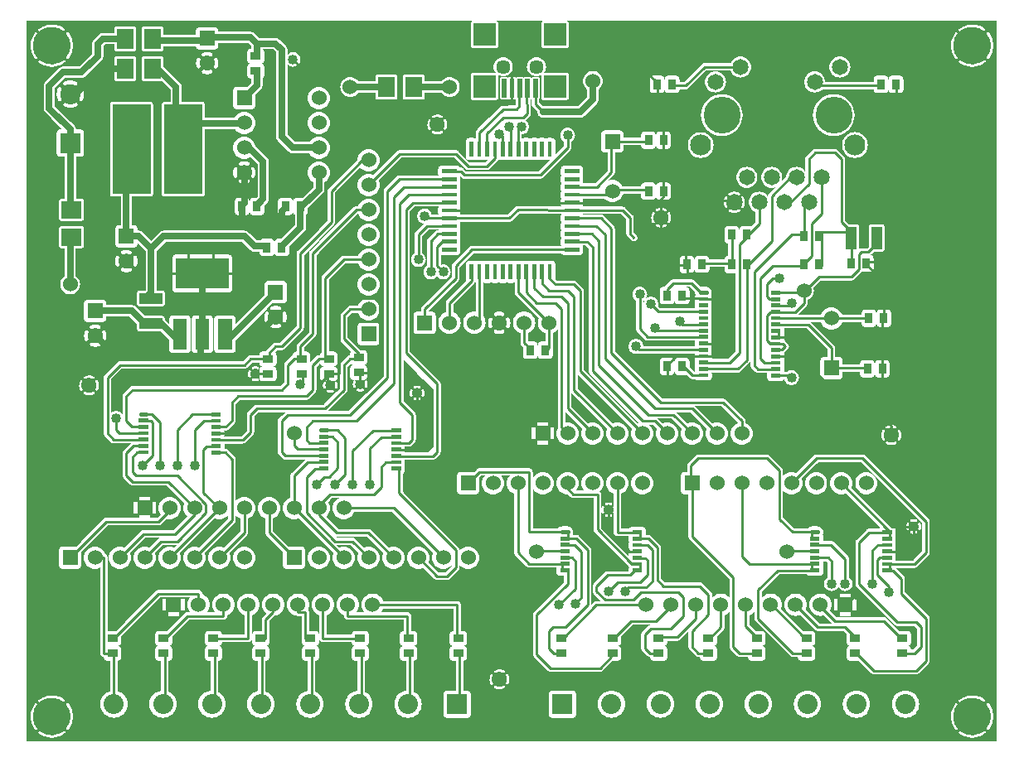
<source format=gtl>
G04 start of page 2 for group 0 idx 0 *
G04 Title: (unknown), component *
G04 Creator: pcb 20091103 *
G04 CreationDate: Wed 19 Jan 2011 06:29:37 AM GMT UTC *
G04 For: nwertzberger *
G04 Format: Gerber/RS-274X *
G04 PCB-Dimensions: 400000 300000 *
G04 PCB-Coordinate-Origin: lower left *
%MOIN*%
%FSLAX25Y25*%
%LNFRONT*%
%ADD11C,0.0200*%
%ADD12C,0.0100*%
%ADD13C,0.0250*%
%ADD14C,0.0800*%
%ADD15C,0.0600*%
%ADD16C,0.0650*%
%ADD17C,0.1480*%
%ADD18C,0.0840*%
%ADD19C,0.0570*%
%ADD20C,0.1500*%
%ADD21C,0.0400*%
%ADD22R,0.0300X0.0300*%
%ADD23C,0.0160*%
%ADD24R,0.0160X0.0160*%
%ADD25R,0.0157X0.0157*%
%ADD26R,0.0197X0.0197*%
%ADD27R,0.0433X0.0433*%
%ADD28R,0.0690X0.0690*%
%ADD29R,0.1530X0.1530*%
%ADD30R,0.0560X0.0560*%
%ADD31R,0.1220X0.1220*%
%ADD32C,0.0280*%
%ADD33C,0.0350*%
%ADD34C,0.1280*%
%ADD35C,0.0640*%
%ADD36C,0.0300*%
%ADD37C,0.0680*%
%ADD38C,0.0360*%
%ADD39C,0.1300*%
G54D11*G36*
X191915Y201453D02*X219841D01*
X219858Y201416D01*
X220008Y201202D01*
X220193Y201017D01*
X220407Y200867D01*
X220644Y200756D01*
X220897Y200689D01*
X221157Y200666D01*
X227157D01*
X227417Y200689D01*
X227670Y200756D01*
X227907Y200867D01*
X228121Y201017D01*
X228306Y201202D01*
X228456Y201416D01*
X228567Y201653D01*
X228634Y201906D01*
X228657Y202166D01*
Y203740D01*
X228634Y204000D01*
X228567Y204253D01*
X228456Y204490D01*
X228430Y204527D01*
X228456Y204565D01*
X228473Y204602D01*
X229600D01*
X230870Y203332D01*
Y153953D01*
X230876Y153885D01*
Y153823D01*
X230887Y153760D01*
X230893Y153693D01*
X230910Y153629D01*
X230921Y153566D01*
X230942Y153508D01*
X230960Y153440D01*
X230989Y153378D01*
X231010Y153320D01*
X231043Y153263D01*
X231071Y153203D01*
X231108Y153150D01*
X231141Y153093D01*
X231184Y153042D01*
X231221Y152989D01*
X231267Y152943D01*
X231309Y152893D01*
X250980Y133222D01*
X250831Y133182D01*
X250443Y133001D01*
X228870Y154574D01*
Y186453D01*
X228864Y186521D01*
Y186584D01*
X228853Y186647D01*
X228847Y186713D01*
X228829Y186781D01*
X228818Y186842D01*
X228799Y186893D01*
X228780Y186966D01*
X228748Y187033D01*
X228729Y187087D01*
X228700Y187137D01*
X228669Y187203D01*
X228629Y187259D01*
X228598Y187314D01*
X228557Y187363D01*
X228519Y187417D01*
X228472Y187464D01*
X228430Y187514D01*
X225931Y190013D01*
X225881Y190055D01*
X225834Y190102D01*
X225780Y190140D01*
X225731Y190181D01*
X225676Y190213D01*
X225620Y190252D01*
X225558Y190281D01*
X225504Y190312D01*
X225450Y190331D01*
X225383Y190363D01*
X225311Y190382D01*
X225259Y190401D01*
X225199Y190412D01*
X225130Y190430D01*
X225063Y190436D01*
X225001Y190447D01*
X224938D01*
X224870Y190453D01*
X217991D01*
X217501Y190943D01*
X217507Y191016D01*
Y197016D01*
X217484Y197276D01*
X217417Y197529D01*
X217306Y197766D01*
X217156Y197980D01*
X216971Y198165D01*
X216757Y198315D01*
X216520Y198426D01*
X216267Y198493D01*
X216007Y198516D01*
X214433D01*
X214173Y198493D01*
X213920Y198426D01*
X213683Y198315D01*
X213645Y198288D01*
X213607Y198315D01*
X213370Y198426D01*
X213117Y198493D01*
X212857Y198516D01*
X211283D01*
X211023Y198493D01*
X210770Y198426D01*
X210533Y198315D01*
X210495Y198288D01*
X210457Y198315D01*
X210220Y198426D01*
X209967Y198493D01*
X209707Y198516D01*
X208133D01*
X207873Y198493D01*
X207620Y198426D01*
X207383Y198315D01*
X207346Y198289D01*
X207308Y198315D01*
X207071Y198426D01*
X206818Y198493D01*
X206558Y198516D01*
X204984D01*
X204724Y198493D01*
X204471Y198426D01*
X204234Y198315D01*
X204196Y198288D01*
X204158Y198315D01*
X203921Y198426D01*
X203668Y198493D01*
X203408Y198516D01*
X201834D01*
X201574Y198493D01*
X201321Y198426D01*
X201084Y198315D01*
X201047Y198289D01*
X201009Y198315D01*
X200772Y198426D01*
X200519Y198493D01*
X200259Y198516D01*
X198685D01*
X198425Y198493D01*
X198172Y198426D01*
X197935Y198315D01*
X197897Y198288D01*
X197859Y198315D01*
X197622Y198426D01*
X197369Y198493D01*
X197109Y198516D01*
X195535D01*
X195275Y198493D01*
X195022Y198426D01*
X194785Y198315D01*
X194747Y198288D01*
X194709Y198315D01*
X194472Y198426D01*
X194219Y198493D01*
X193959Y198516D01*
X192385D01*
X192125Y198493D01*
X191915Y198437D01*
Y201453D01*
G37*
G36*
Y214052D02*X198969D01*
X199049Y214059D01*
X199100D01*
X199153Y214068D01*
X199229Y214075D01*
X199303Y214095D01*
X199357Y214104D01*
X199408Y214122D01*
X199482Y214142D01*
X199547Y214173D01*
X199603Y214193D01*
X199654Y214223D01*
X199719Y214253D01*
X199780Y214295D01*
X199829Y214324D01*
X199873Y214361D01*
X199933Y214403D01*
X199985Y214455D01*
X200029Y214492D01*
X202984Y217447D01*
X219809Y217269D01*
X219858Y217164D01*
X219885Y217126D01*
X219858Y217088D01*
X219747Y216851D01*
X219680Y216598D01*
X219657Y216338D01*
Y214764D01*
X219680Y214504D01*
X219747Y214251D01*
X219858Y214014D01*
X219885Y213976D01*
X219858Y213938D01*
X219747Y213701D01*
X219680Y213448D01*
X219657Y213188D01*
Y211614D01*
X219680Y211354D01*
X219747Y211101D01*
X219858Y210864D01*
X219884Y210827D01*
X219858Y210789D01*
X219747Y210552D01*
X219680Y210299D01*
X219657Y210039D01*
Y208465D01*
X219680Y208205D01*
X219747Y207952D01*
X219858Y207715D01*
X219885Y207677D01*
X219858Y207639D01*
X219747Y207402D01*
X219680Y207149D01*
X219657Y206889D01*
Y205315D01*
X219680Y205055D01*
X219747Y204802D01*
X219858Y204565D01*
X219884Y204528D01*
X219858Y204490D01*
X219841Y204453D01*
X191915D01*
Y214052D01*
G37*
G36*
Y236378D02*X194233Y238696D01*
X194234Y238695D01*
X194281Y238751D01*
X194322Y238792D01*
X194354Y238838D01*
X194402Y238895D01*
X194438Y238958D01*
X194446Y238969D01*
X194473Y238976D01*
X194710Y239087D01*
X194748Y239114D01*
X194786Y239087D01*
X195023Y238976D01*
X195276Y238909D01*
X195536Y238886D01*
X197110D01*
X197370Y238909D01*
X197623Y238976D01*
X197860Y239087D01*
X197897Y239113D01*
X197935Y239087D01*
X198172Y238976D01*
X198425Y238909D01*
X198685Y238886D01*
X200259D01*
X200519Y238909D01*
X200772Y238976D01*
X201009Y239087D01*
X201047Y239114D01*
X201085Y239087D01*
X201322Y238976D01*
X201575Y238909D01*
X201835Y238886D01*
X203409D01*
X203669Y238909D01*
X203922Y238976D01*
X204159Y239087D01*
X204197Y239114D01*
X204235Y239087D01*
X204472Y238976D01*
X204725Y238909D01*
X204985Y238886D01*
X206559D01*
X206819Y238909D01*
X207072Y238976D01*
X207309Y239087D01*
X207346Y239113D01*
X207384Y239087D01*
X207621Y238976D01*
X207874Y238909D01*
X208134Y238886D01*
X209708D01*
X209968Y238909D01*
X210221Y238976D01*
X210458Y239087D01*
X210496Y239114D01*
X210534Y239087D01*
X210771Y238976D01*
X211024Y238909D01*
X211284Y238886D01*
X212858D01*
X213118Y238909D01*
X213371Y238976D01*
X213608Y239087D01*
X213645Y239113D01*
X213683Y239087D01*
X213920Y238976D01*
X214173Y238909D01*
X214433Y238886D01*
X215181D01*
X210748Y234453D01*
X191915D01*
Y236378D01*
G37*
G36*
X214431Y74953D02*X217904D01*
X217893Y74913D01*
X217870Y74653D01*
Y73053D01*
X217893Y72793D01*
X217960Y72540D01*
X218071Y72303D01*
X218221Y72089D01*
X218406Y71904D01*
X218620Y71754D01*
X218857Y71643D01*
X219110Y71576D01*
X219370Y71553D01*
X221000D01*
Y69122D01*
X214431Y62553D01*
Y74953D01*
G37*
G36*
X275760Y193453D02*X277870D01*
X278130Y193476D01*
X278383Y193543D01*
X278620Y193654D01*
X278834Y193804D01*
X279019Y193989D01*
X279169Y194203D01*
X279280Y194440D01*
X279347Y194693D01*
X279370Y194953D01*
Y195953D01*
X285370D01*
Y194953D01*
X285393Y194693D01*
X285460Y194440D01*
X285571Y194203D01*
X285721Y193989D01*
X285906Y193804D01*
X286120Y193654D01*
X286357Y193543D01*
X286610Y193476D01*
X286870Y193453D01*
X289870D01*
Y162075D01*
X286748Y158953D01*
X280336D01*
X280347Y158993D01*
X280370Y159253D01*
Y160853D01*
X280347Y161113D01*
X280297Y161303D01*
X280347Y161493D01*
X280370Y161753D01*
Y163353D01*
X280347Y163613D01*
X280283Y163853D01*
X280347Y164093D01*
X280370Y164353D01*
Y165953D01*
X280347Y166213D01*
X280283Y166453D01*
X280347Y166693D01*
X280370Y166953D01*
Y168553D01*
X280347Y168813D01*
X280297Y169003D01*
X280347Y169193D01*
X280370Y169453D01*
Y171053D01*
X280347Y171313D01*
X280283Y171553D01*
X280347Y171793D01*
X280370Y172053D01*
Y173653D01*
X280347Y173913D01*
X280297Y174103D01*
X280347Y174293D01*
X280370Y174553D01*
Y176153D01*
X280347Y176413D01*
X280283Y176653D01*
X280347Y176893D01*
X280370Y177153D01*
Y178753D01*
X280347Y179013D01*
X280283Y179253D01*
X280347Y179493D01*
X280370Y179753D01*
Y181353D01*
X280347Y181613D01*
X280297Y181803D01*
X280347Y181993D01*
X280370Y182253D01*
Y183853D01*
X280347Y184113D01*
X280280Y184366D01*
X280169Y184603D01*
X280133Y184655D01*
X280231Y184866D01*
X280335Y185254D01*
X280370Y185653D01*
X280335Y186052D01*
X280231Y186440D01*
X280062Y186803D01*
X279832Y187131D01*
X279548Y187415D01*
X279220Y187645D01*
X278857Y187814D01*
X278469Y187918D01*
X278070Y187953D01*
X275870D01*
X275760Y187944D01*
Y193453D01*
G37*
G36*
Y82119D02*X287500Y70379D01*
Y62817D01*
X287447Y62893D01*
X286893Y63447D01*
X286250Y63897D01*
X285539Y64229D01*
X284781Y64432D01*
X284000Y64500D01*
X283219Y64432D01*
X282461Y64229D01*
X281750Y63897D01*
X281107Y63447D01*
X280553Y62893D01*
X280500Y62817D01*
Y64000D01*
X280494Y64068D01*
Y64131D01*
X280483Y64194D01*
X280477Y64260D01*
X280459Y64329D01*
X280448Y64389D01*
X280429Y64441D01*
X280410Y64513D01*
X280379Y64580D01*
X280359Y64634D01*
X280329Y64686D01*
X280299Y64750D01*
X280260Y64806D01*
X280228Y64861D01*
X280187Y64909D01*
X280149Y64964D01*
X280102Y65011D01*
X280060Y65061D01*
X276561Y68560D01*
X276511Y68602D01*
X276464Y68649D01*
X276409Y68687D01*
X276361Y68728D01*
X276306Y68760D01*
X276250Y68799D01*
X276186Y68829D01*
X276134Y68859D01*
X276080Y68879D01*
X276013Y68910D01*
X275941Y68929D01*
X275889Y68948D01*
X275829Y68959D01*
X275760Y68977D01*
Y82119D01*
G37*
G36*
X342370Y63509D02*X353940Y51939D01*
X353990Y51897D01*
X354036Y51851D01*
X354086Y51817D01*
X354089Y51814D01*
X354140Y51771D01*
X354197Y51738D01*
X354250Y51701D01*
X354309Y51673D01*
X354367Y51640D01*
X354425Y51619D01*
X354487Y51590D01*
X354555Y51572D01*
X354613Y51551D01*
X354676Y51540D01*
X354740Y51523D01*
X354807Y51517D01*
X354870Y51506D01*
X354932D01*
X355000Y51500D01*
X361879D01*
X363000Y50379D01*
Y43622D01*
X361378Y42000D01*
X360500D01*
X360477Y42260D01*
X360410Y42513D01*
X360299Y42750D01*
X360149Y42964D01*
X359964Y43149D01*
X359750Y43299D01*
X359513Y43410D01*
X359260Y43477D01*
X359000Y43500D01*
X359260Y43523D01*
X359513Y43590D01*
X359750Y43701D01*
X359964Y43851D01*
X360149Y44036D01*
X360299Y44250D01*
X360410Y44487D01*
X360477Y44740D01*
X360500Y45000D01*
Y48000D01*
X360477Y48260D01*
X360410Y48513D01*
X360299Y48750D01*
X360149Y48964D01*
X359964Y49149D01*
X359750Y49299D01*
X359513Y49410D01*
X359260Y49477D01*
X359000Y49500D01*
X355621D01*
X350561Y54560D01*
X350511Y54602D01*
X350464Y54649D01*
X350410Y54687D01*
X350361Y54728D01*
X350306Y54760D01*
X350250Y54799D01*
X350188Y54828D01*
X350134Y54859D01*
X350080Y54878D01*
X350013Y54910D01*
X349941Y54929D01*
X349889Y54948D01*
X349829Y54959D01*
X349760Y54977D01*
X349693Y54983D01*
X349631Y54994D01*
X349568D01*
X349500Y55000D01*
X342370D01*
Y63509D01*
G37*
G36*
Y96832D02*X348061Y91141D01*
X348006Y91102D01*
X347821Y90917D01*
X347671Y90703D01*
X347648Y90653D01*
X343653D01*
X343596Y90648D01*
X343522D01*
X343449Y90635D01*
X343393Y90630D01*
X343338Y90615D01*
X343265Y90602D01*
X343204Y90580D01*
X343140Y90563D01*
X343085Y90537D01*
X343019Y90513D01*
X342958Y90478D01*
X342903Y90452D01*
X342856Y90419D01*
X342792Y90382D01*
X342736Y90335D01*
X342689Y90302D01*
X342648Y90261D01*
X342592Y90214D01*
X342370Y89992D01*
Y96832D01*
G37*
G36*
X363909Y93970D02*X365000Y92879D01*
Y81622D01*
X363909Y80531D01*
Y90074D01*
X363972Y90088D01*
X364052Y90122D01*
X364125Y90170D01*
X364189Y90230D01*
X364241Y90299D01*
X364281Y90377D01*
X364376Y90648D01*
X364444Y90928D01*
X364486Y91213D01*
X364500Y91500D01*
X364486Y91788D01*
X364444Y92073D01*
X364376Y92353D01*
X364281Y92624D01*
X364280D01*
X364240Y92702D01*
X364188Y92771D01*
X364124Y92830D01*
X364051Y92878D01*
X363971Y92912D01*
X363909Y92926D01*
Y93970D01*
G37*
G36*
X361499Y96380D02*X363909Y93970D01*
Y92926D01*
X363887Y92931D01*
X363800Y92936D01*
X363713Y92925D01*
X363630Y92900D01*
X363552Y92860D01*
X363483Y92808D01*
X363424Y92744D01*
X363376Y92671D01*
X363342Y92591D01*
X363323Y92507D01*
X363318Y92420D01*
X363329Y92333D01*
X363354Y92250D01*
X363417Y92069D01*
X363463Y91882D01*
X363490Y91692D01*
X363500Y91500D01*
X363490Y91309D01*
X363463Y91119D01*
X363417Y90932D01*
X363354Y90751D01*
X363353D01*
X363328Y90668D01*
X363317Y90581D01*
X363322Y90494D01*
X363341Y90409D01*
X363375Y90329D01*
X363423Y90256D01*
X363483Y90192D01*
X363552Y90140D01*
X363630Y90100D01*
X363713Y90075D01*
X363800Y90064D01*
X363887Y90069D01*
X363909Y90074D01*
Y80531D01*
X361499Y78121D01*
Y88500D01*
X361787Y88514D01*
X362072Y88556D01*
X362352Y88624D01*
X362623Y88719D01*
Y88720D01*
X362701Y88760D01*
X362770Y88812D01*
X362829Y88876D01*
X362877Y88949D01*
X362911Y89029D01*
X362930Y89113D01*
X362935Y89200D01*
X362924Y89287D01*
X362899Y89370D01*
X362859Y89448D01*
X362807Y89517D01*
X362743Y89576D01*
X362670Y89624D01*
X362590Y89658D01*
X362506Y89677D01*
X362419Y89682D01*
X362332Y89671D01*
X362249Y89646D01*
X362068Y89583D01*
X361881Y89537D01*
X361691Y89510D01*
X361499Y89500D01*
Y93500D01*
X361500D01*
X361691Y93491D01*
X361881Y93464D01*
X362068Y93418D01*
X362249Y93355D01*
Y93354D01*
X362332Y93329D01*
X362419Y93318D01*
X362506Y93323D01*
X362591Y93342D01*
X362671Y93376D01*
X362744Y93424D01*
X362808Y93484D01*
X362860Y93553D01*
X362900Y93631D01*
X362925Y93714D01*
X362936Y93801D01*
X362931Y93888D01*
X362912Y93973D01*
X362878Y94053D01*
X362830Y94126D01*
X362770Y94190D01*
X362701Y94242D01*
X362623Y94282D01*
X362352Y94377D01*
X362072Y94445D01*
X361787Y94487D01*
X361500Y94500D01*
X361499D01*
Y96380D01*
G37*
G36*
X359091Y98788D02*X361499Y96380D01*
Y94500D01*
X361212Y94487D01*
X360927Y94445D01*
X360647Y94377D01*
X360376Y94282D01*
Y94281D01*
X360298Y94241D01*
X360229Y94189D01*
X360170Y94125D01*
X360122Y94052D01*
X360088Y93972D01*
X360069Y93888D01*
X360064Y93801D01*
X360075Y93714D01*
X360100Y93631D01*
X360140Y93553D01*
X360192Y93484D01*
X360256Y93425D01*
X360329Y93377D01*
X360409Y93343D01*
X360493Y93324D01*
X360580Y93319D01*
X360667Y93330D01*
X360750Y93355D01*
X360931Y93418D01*
X361118Y93464D01*
X361308Y93491D01*
X361499Y93500D01*
Y89500D01*
X361308Y89510D01*
X361118Y89537D01*
X360931Y89583D01*
X360750Y89646D01*
Y89647D01*
X360667Y89672D01*
X360580Y89683D01*
X360493Y89678D01*
X360408Y89659D01*
X360328Y89625D01*
X360255Y89577D01*
X360191Y89517D01*
X360139Y89448D01*
X360099Y89370D01*
X360074Y89287D01*
X360063Y89200D01*
X360068Y89113D01*
X360087Y89028D01*
X360121Y88948D01*
X360169Y88875D01*
X360229Y88811D01*
X360298Y88759D01*
X360376Y88719D01*
X360647Y88624D01*
X360927Y88556D01*
X361212Y88514D01*
X361499Y88500D01*
Y78121D01*
X361231Y77853D01*
X359091D01*
Y90075D01*
X359112Y90070D01*
X359199Y90065D01*
X359286Y90076D01*
X359369Y90101D01*
X359447Y90141D01*
X359516Y90193D01*
X359575Y90257D01*
X359623Y90330D01*
X359657Y90410D01*
X359676Y90494D01*
X359681Y90581D01*
X359670Y90668D01*
X359645Y90751D01*
X359582Y90932D01*
X359536Y91119D01*
X359509Y91309D01*
X359500Y91501D01*
X359509Y91692D01*
X359536Y91882D01*
X359582Y92069D01*
X359645Y92250D01*
X359646D01*
X359671Y92333D01*
X359682Y92420D01*
X359677Y92507D01*
X359658Y92592D01*
X359624Y92672D01*
X359576Y92745D01*
X359516Y92809D01*
X359447Y92861D01*
X359369Y92901D01*
X359286Y92926D01*
X359199Y92937D01*
X359112Y92932D01*
X359091Y92927D01*
Y98788D01*
G37*
G36*
X342370Y115509D02*X359091Y98788D01*
Y92927D01*
X359027Y92913D01*
X358947Y92879D01*
X358874Y92831D01*
X358810Y92771D01*
X358758Y92702D01*
X358718Y92624D01*
X358623Y92353D01*
X358555Y92073D01*
X358513Y91788D01*
X358500Y91501D01*
X358513Y91213D01*
X358555Y90928D01*
X358623Y90648D01*
X358718Y90377D01*
X358719D01*
X358759Y90299D01*
X358811Y90230D01*
X358875Y90171D01*
X358948Y90123D01*
X359028Y90089D01*
X359091Y90075D01*
Y77853D01*
X354252D01*
X354270Y78053D01*
Y79653D01*
X354247Y79913D01*
X354183Y80153D01*
X354247Y80393D01*
X354270Y80653D01*
Y82253D01*
X354247Y82513D01*
X354183Y82753D01*
X354247Y82993D01*
X354270Y83253D01*
Y84853D01*
X354247Y85113D01*
X354197Y85303D01*
X354247Y85493D01*
X354270Y85753D01*
Y87353D01*
X354247Y87613D01*
X354183Y87852D01*
X354247Y88093D01*
X354270Y88353D01*
Y89953D01*
X354267Y89989D01*
X354247Y90213D01*
X354180Y90466D01*
X354069Y90703D01*
X353919Y90917D01*
X353734Y91102D01*
X353520Y91252D01*
X353283Y91363D01*
X353030Y91430D01*
X352770Y91453D01*
X351991D01*
X342370Y101074D01*
Y104453D01*
X343151Y104521D01*
X343909Y104724D01*
X344620Y105056D01*
X345263Y105506D01*
X345817Y106060D01*
X346267Y106703D01*
X346599Y107414D01*
X346802Y108172D01*
X346870Y108953D01*
X346802Y109734D01*
X346599Y110492D01*
X346267Y111203D01*
X345817Y111846D01*
X345263Y112400D01*
X344620Y112850D01*
X343909Y113182D01*
X343151Y113385D01*
X342370Y113453D01*
Y115509D01*
G37*
G36*
X392149Y17257D02*X392307Y16688D01*
X392427Y16044D01*
X392489Y15393D01*
X392495Y14739D01*
X392444Y14086D01*
X392336Y13441D01*
X392172Y12808D01*
X392149Y12743D01*
Y17257D01*
G37*
G36*
Y287257D02*X392307Y286688D01*
X392427Y286044D01*
X392489Y285393D01*
X392495Y284739D01*
X392444Y284086D01*
X392336Y283441D01*
X392172Y282808D01*
X392149Y282743D01*
Y287257D01*
G37*
G36*
Y295000D02*X395000D01*
Y5000D01*
X392149D01*
Y10410D01*
X392208Y10496D01*
X392573Y11142D01*
X392881Y11816D01*
X393128Y12515D01*
X393314Y13233D01*
X393436Y13965D01*
X393494Y14704D01*
X393488Y15445D01*
X393417Y16183D01*
X393282Y16913D01*
X393083Y17627D01*
X392824Y18322D01*
X392505Y18991D01*
X392149Y19594D01*
Y280410D01*
X392208Y280496D01*
X392573Y281142D01*
X392881Y281816D01*
X393128Y282515D01*
X393314Y283233D01*
X393436Y283965D01*
X393494Y284704D01*
X393488Y285445D01*
X393417Y286183D01*
X393282Y286913D01*
X393083Y287627D01*
X392824Y288322D01*
X392505Y288991D01*
X392149Y289594D01*
Y295000D01*
G37*
G36*
X384944D02*X392149D01*
Y289594D01*
X392128Y289630D01*
X391698Y290234D01*
X391639Y290298D01*
X391569Y290350D01*
X391491Y290390D01*
X391408Y290415D01*
X391321Y290426D01*
X391234Y290421D01*
X391149Y290402D01*
X391069Y290367D01*
X390996Y290320D01*
X390932Y290261D01*
X390880Y290191D01*
X390840Y290113D01*
X390815Y290030D01*
X390804Y289943D01*
X390809Y289856D01*
X390828Y289771D01*
X390863Y289691D01*
X390910Y289618D01*
X391290Y289085D01*
X391622Y288522D01*
X391903Y287931D01*
X392132Y287318D01*
X392149Y287257D01*
Y282743D01*
X391953Y282191D01*
X391682Y281596D01*
X391360Y281026D01*
X390989Y280487D01*
X390990D01*
X390944Y280413D01*
X390911Y280332D01*
X390893Y280247D01*
X390890Y280160D01*
X390902Y280074D01*
X390929Y279991D01*
X390970Y279914D01*
X391023Y279845D01*
X391088Y279787D01*
X391162Y279741D01*
X391243Y279708D01*
X391328Y279690D01*
X391415Y279687D01*
X391501Y279699D01*
X391584Y279726D01*
X391661Y279767D01*
X391730Y279820D01*
X391788Y279885D01*
X392149Y280410D01*
Y19594D01*
X392128Y19630D01*
X391698Y20234D01*
X391639Y20298D01*
X391569Y20350D01*
X391491Y20390D01*
X391408Y20415D01*
X391321Y20426D01*
X391234Y20421D01*
X391149Y20402D01*
X391069Y20367D01*
X390996Y20320D01*
X390932Y20261D01*
X390880Y20191D01*
X390840Y20113D01*
X390815Y20030D01*
X390804Y19943D01*
X390809Y19856D01*
X390828Y19771D01*
X390863Y19691D01*
X390910Y19618D01*
X391290Y19085D01*
X391622Y18522D01*
X391903Y17931D01*
X392132Y17318D01*
X392149Y17257D01*
Y12743D01*
X391953Y12191D01*
X391682Y11596D01*
X391360Y11026D01*
X390989Y10487D01*
X390990D01*
X390944Y10413D01*
X390911Y10332D01*
X390893Y10247D01*
X390890Y10160D01*
X390902Y10074D01*
X390929Y9991D01*
X390970Y9914D01*
X391023Y9845D01*
X391088Y9787D01*
X391162Y9741D01*
X391243Y9708D01*
X391328Y9690D01*
X391415Y9687D01*
X391501Y9699D01*
X391584Y9726D01*
X391661Y9767D01*
X391730Y9820D01*
X391788Y9885D01*
X392149Y10410D01*
Y5000D01*
X384944D01*
Y6508D01*
X385444Y6512D01*
X386182Y6583D01*
X386912Y6718D01*
X387626Y6917D01*
X388321Y7176D01*
X388990Y7495D01*
X389629Y7872D01*
X390233Y8302D01*
X390297Y8361D01*
X390349Y8431D01*
X390389Y8509D01*
X390414Y8592D01*
X390425Y8679D01*
X390420Y8766D01*
X390401Y8851D01*
X390366Y8931D01*
X390319Y9004D01*
X390260Y9068D01*
X390190Y9120D01*
X390112Y9160D01*
X390029Y9185D01*
X389942Y9196D01*
X389855Y9191D01*
X389770Y9172D01*
X389690Y9137D01*
X389617Y9090D01*
X389084Y8710D01*
X388521Y8378D01*
X387930Y8097D01*
X387317Y7868D01*
X386687Y7693D01*
X386043Y7573D01*
X385392Y7511D01*
X384944Y7507D01*
Y22493D01*
X385261Y22496D01*
X385914Y22445D01*
X386559Y22337D01*
X387192Y22173D01*
X387809Y21954D01*
X388404Y21683D01*
X388974Y21361D01*
X389513Y20990D01*
Y20991D01*
X389587Y20945D01*
X389668Y20912D01*
X389753Y20894D01*
X389840Y20891D01*
X389926Y20903D01*
X390009Y20930D01*
X390086Y20971D01*
X390155Y21024D01*
X390213Y21089D01*
X390259Y21163D01*
X390292Y21244D01*
X390310Y21329D01*
X390313Y21416D01*
X390301Y21502D01*
X390274Y21585D01*
X390233Y21662D01*
X390180Y21731D01*
X390115Y21789D01*
X389504Y22209D01*
X388858Y22574D01*
X388184Y22882D01*
X387485Y23129D01*
X386767Y23315D01*
X386035Y23437D01*
X385296Y23495D01*
X384944Y23492D01*
Y276508D01*
X385444Y276512D01*
X386182Y276583D01*
X386912Y276718D01*
X387626Y276917D01*
X388321Y277176D01*
X388990Y277495D01*
X389629Y277872D01*
X390233Y278302D01*
X390297Y278361D01*
X390349Y278431D01*
X390389Y278509D01*
X390414Y278592D01*
X390425Y278679D01*
X390420Y278766D01*
X390401Y278851D01*
X390366Y278931D01*
X390319Y279004D01*
X390260Y279068D01*
X390190Y279120D01*
X390112Y279160D01*
X390029Y279185D01*
X389942Y279196D01*
X389855Y279191D01*
X389770Y279172D01*
X389690Y279137D01*
X389617Y279090D01*
X389084Y278710D01*
X388521Y278378D01*
X387930Y278097D01*
X387317Y277868D01*
X386687Y277693D01*
X386043Y277573D01*
X385392Y277511D01*
X384944Y277507D01*
Y292493D01*
X385261Y292496D01*
X385914Y292445D01*
X386559Y292337D01*
X387192Y292173D01*
X387809Y291954D01*
X388404Y291683D01*
X388974Y291361D01*
X389513Y290990D01*
Y290991D01*
X389587Y290945D01*
X389668Y290912D01*
X389753Y290894D01*
X389840Y290891D01*
X389926Y290903D01*
X390009Y290930D01*
X390086Y290971D01*
X390155Y291024D01*
X390213Y291089D01*
X390259Y291163D01*
X390292Y291244D01*
X390310Y291329D01*
X390313Y291416D01*
X390301Y291502D01*
X390274Y291585D01*
X390233Y291662D01*
X390180Y291731D01*
X390115Y291789D01*
X389504Y292209D01*
X388858Y292574D01*
X388184Y292882D01*
X387485Y293129D01*
X386767Y293315D01*
X386035Y293437D01*
X385296Y293495D01*
X384944Y293492D01*
Y295000D01*
G37*
G36*
X377850D02*X384944D01*
Y293492D01*
X384555Y293489D01*
X383817Y293418D01*
X383087Y293283D01*
X382373Y293084D01*
X381678Y292825D01*
X381009Y292506D01*
X380370Y292129D01*
X379766Y291699D01*
X379702Y291640D01*
X379650Y291570D01*
X379610Y291492D01*
X379585Y291409D01*
X379574Y291322D01*
X379579Y291235D01*
X379598Y291150D01*
X379633Y291070D01*
X379680Y290997D01*
X379739Y290933D01*
X379809Y290881D01*
X379887Y290841D01*
X379970Y290816D01*
X380057Y290805D01*
X380144Y290810D01*
X380229Y290829D01*
X380309Y290864D01*
X380382Y290911D01*
X380915Y291291D01*
X381478Y291623D01*
X382069Y291904D01*
X382682Y292133D01*
X383312Y292308D01*
X383956Y292428D01*
X384607Y292490D01*
X384944Y292493D01*
Y277507D01*
X384738Y277505D01*
X384085Y277556D01*
X383440Y277664D01*
X382807Y277828D01*
X382190Y278047D01*
X381595Y278318D01*
X381025Y278640D01*
X380486Y279011D01*
Y279010D01*
X380412Y279056D01*
X380331Y279089D01*
X380246Y279107D01*
X380159Y279110D01*
X380073Y279098D01*
X379990Y279071D01*
X379913Y279030D01*
X379844Y278977D01*
X379786Y278912D01*
X379740Y278838D01*
X379707Y278757D01*
X379689Y278672D01*
X379686Y278585D01*
X379698Y278499D01*
X379725Y278416D01*
X379766Y278339D01*
X379819Y278270D01*
X379884Y278212D01*
X380495Y277792D01*
X381141Y277427D01*
X381815Y277119D01*
X382514Y276872D01*
X383232Y276686D01*
X383964Y276564D01*
X384703Y276506D01*
X384944Y276508D01*
Y23492D01*
X384555Y23489D01*
X383817Y23418D01*
X383087Y23283D01*
X382373Y23084D01*
X381678Y22825D01*
X381009Y22506D01*
X380370Y22129D01*
X379766Y21699D01*
X379702Y21640D01*
X379650Y21570D01*
X379610Y21492D01*
X379585Y21409D01*
X379574Y21322D01*
X379579Y21235D01*
X379598Y21150D01*
X379633Y21070D01*
X379680Y20997D01*
X379739Y20933D01*
X379809Y20881D01*
X379887Y20841D01*
X379970Y20816D01*
X380057Y20805D01*
X380144Y20810D01*
X380229Y20829D01*
X380309Y20864D01*
X380382Y20911D01*
X380915Y21291D01*
X381478Y21623D01*
X382069Y21904D01*
X382682Y22133D01*
X383312Y22308D01*
X383956Y22428D01*
X384607Y22490D01*
X384944Y22493D01*
Y7507D01*
X384738Y7505D01*
X384085Y7556D01*
X383440Y7664D01*
X382807Y7828D01*
X382190Y8047D01*
X381595Y8318D01*
X381025Y8640D01*
X380486Y9011D01*
Y9010D01*
X380412Y9056D01*
X380331Y9089D01*
X380246Y9107D01*
X380159Y9110D01*
X380073Y9098D01*
X379990Y9071D01*
X379913Y9030D01*
X379844Y8977D01*
X379786Y8912D01*
X379740Y8838D01*
X379707Y8757D01*
X379689Y8672D01*
X379686Y8585D01*
X379698Y8499D01*
X379725Y8416D01*
X379766Y8339D01*
X379819Y8270D01*
X379884Y8212D01*
X380495Y7792D01*
X381141Y7427D01*
X381815Y7119D01*
X382514Y6872D01*
X383232Y6686D01*
X383964Y6564D01*
X384703Y6506D01*
X384944Y6508D01*
Y5000D01*
X377850D01*
Y10407D01*
X377871Y10371D01*
X378301Y9767D01*
X378360Y9703D01*
X378430Y9651D01*
X378508Y9611D01*
X378591Y9586D01*
X378678Y9575D01*
X378765Y9580D01*
X378850Y9599D01*
X378930Y9634D01*
X379003Y9681D01*
X379067Y9740D01*
X379119Y9810D01*
X379159Y9888D01*
X379184Y9971D01*
X379195Y10058D01*
X379190Y10145D01*
X379171Y10230D01*
X379136Y10310D01*
X379089Y10383D01*
X378709Y10916D01*
X378377Y11479D01*
X378096Y12070D01*
X377867Y12683D01*
X377850Y12744D01*
Y17258D01*
X378046Y17810D01*
X378317Y18405D01*
X378639Y18975D01*
X379010Y19514D01*
X379009D01*
X379055Y19588D01*
X379088Y19669D01*
X379106Y19754D01*
X379109Y19841D01*
X379097Y19927D01*
X379070Y20010D01*
X379029Y20087D01*
X378976Y20156D01*
X378911Y20214D01*
X378837Y20260D01*
X378756Y20293D01*
X378671Y20311D01*
X378584Y20314D01*
X378498Y20302D01*
X378415Y20275D01*
X378338Y20234D01*
X378269Y20181D01*
X378211Y20116D01*
X377850Y19591D01*
Y280407D01*
X377871Y280371D01*
X378301Y279767D01*
X378360Y279703D01*
X378430Y279651D01*
X378508Y279611D01*
X378591Y279586D01*
X378678Y279575D01*
X378765Y279580D01*
X378850Y279599D01*
X378930Y279634D01*
X379003Y279681D01*
X379067Y279740D01*
X379119Y279810D01*
X379159Y279888D01*
X379184Y279971D01*
X379195Y280058D01*
X379190Y280145D01*
X379171Y280230D01*
X379136Y280310D01*
X379089Y280383D01*
X378709Y280916D01*
X378377Y281479D01*
X378096Y282070D01*
X377867Y282683D01*
X377850Y282744D01*
Y287258D01*
X378046Y287810D01*
X378317Y288405D01*
X378639Y288975D01*
X379010Y289514D01*
X379009D01*
X379055Y289588D01*
X379088Y289669D01*
X379106Y289754D01*
X379109Y289841D01*
X379097Y289927D01*
X379070Y290010D01*
X379029Y290087D01*
X378976Y290156D01*
X378911Y290214D01*
X378837Y290260D01*
X378756Y290293D01*
X378671Y290311D01*
X378584Y290314D01*
X378498Y290302D01*
X378415Y290275D01*
X378338Y290234D01*
X378269Y290181D01*
X378211Y290116D01*
X377850Y289591D01*
Y295000D01*
G37*
G36*
Y12744D02*X377692Y13313D01*
X377572Y13957D01*
X377510Y14608D01*
X377504Y15262D01*
X377555Y15915D01*
X377663Y16560D01*
X377827Y17193D01*
X377850Y17258D01*
Y12744D01*
G37*
G36*
Y282744D02*X377692Y283313D01*
X377572Y283957D01*
X377510Y284608D01*
X377504Y285262D01*
X377555Y285915D01*
X377663Y286560D01*
X377827Y287193D01*
X377850Y287258D01*
Y282744D01*
G37*
G36*
X355779Y295000D02*X377850D01*
Y289591D01*
X377791Y289505D01*
X377426Y288859D01*
X377118Y288185D01*
X376871Y287486D01*
X376685Y286768D01*
X376563Y286036D01*
X376505Y285297D01*
X376511Y284556D01*
X376582Y283818D01*
X376717Y283088D01*
X376916Y282374D01*
X377175Y281679D01*
X377494Y281010D01*
X377850Y280407D01*
Y19591D01*
X377791Y19505D01*
X377426Y18859D01*
X377118Y18185D01*
X376871Y17486D01*
X376685Y16768D01*
X376563Y16036D01*
X376505Y15297D01*
X376511Y14556D01*
X376582Y13818D01*
X376717Y13088D01*
X376916Y12374D01*
X377175Y11679D01*
X377494Y11010D01*
X377850Y10407D01*
Y5000D01*
X355779D01*
Y15084D01*
X356319Y14832D01*
X357245Y14584D01*
X358200Y14500D01*
X359155Y14584D01*
X360081Y14832D01*
X360950Y15237D01*
X361735Y15787D01*
X362413Y16465D01*
X362963Y17250D01*
X363368Y18119D01*
X363616Y19045D01*
X363700Y20000D01*
X363616Y20955D01*
X363368Y21881D01*
X362963Y22750D01*
X362413Y23535D01*
X361735Y24213D01*
X360950Y24763D01*
X360081Y25168D01*
X359155Y25416D01*
X358200Y25500D01*
X357245Y25416D01*
X356319Y25168D01*
X355779Y24916D01*
Y32000D01*
X362500D01*
X362580Y32007D01*
X362631D01*
X362684Y32016D01*
X362760Y32023D01*
X362834Y32043D01*
X362888Y32052D01*
X362939Y32070D01*
X363013Y32090D01*
X363078Y32121D01*
X363134Y32141D01*
X363185Y32171D01*
X363250Y32201D01*
X363311Y32243D01*
X363360Y32272D01*
X363404Y32309D01*
X363464Y32351D01*
X363516Y32403D01*
X363560Y32440D01*
X367560Y36440D01*
X367561Y36439D01*
X367608Y36495D01*
X367649Y36536D01*
X367682Y36583D01*
X367729Y36639D01*
X367766Y36703D01*
X367799Y36750D01*
X367825Y36805D01*
X367860Y36866D01*
X367882Y36928D01*
X367910Y36987D01*
X367927Y37051D01*
X367949Y37112D01*
X367961Y37181D01*
X367977Y37240D01*
X367982Y37296D01*
X367995Y37369D01*
Y37443D01*
X368000Y37500D01*
Y54500D01*
X367994Y54568D01*
Y54631D01*
X367983Y54693D01*
X367977Y54760D01*
X367959Y54829D01*
X367948Y54889D01*
X367929Y54941D01*
X367910Y55013D01*
X367878Y55080D01*
X367859Y55134D01*
X367829Y55186D01*
X367799Y55250D01*
X367759Y55306D01*
X367728Y55361D01*
X367687Y55410D01*
X367649Y55464D01*
X367602Y55511D01*
X367560Y55561D01*
X358000Y65121D01*
Y70500D01*
X357994Y70568D01*
Y70631D01*
X357983Y70694D01*
X357977Y70760D01*
X357959Y70829D01*
X357948Y70889D01*
X357929Y70941D01*
X357910Y71013D01*
X357879Y71080D01*
X357859Y71134D01*
X357829Y71186D01*
X357799Y71250D01*
X357760Y71306D01*
X357728Y71361D01*
X357687Y71409D01*
X357649Y71464D01*
X357602Y71511D01*
X357560Y71561D01*
X355779Y73342D01*
Y74853D01*
X361853D01*
X361932Y74860D01*
X361984D01*
X362038Y74869D01*
X362113Y74876D01*
X362186Y74895D01*
X362241Y74905D01*
X362293Y74924D01*
X362366Y74943D01*
X362433Y74974D01*
X362487Y74994D01*
X362539Y75024D01*
X362603Y75054D01*
X362663Y75096D01*
X362713Y75125D01*
X362757Y75162D01*
X362817Y75204D01*
X362869Y75256D01*
X362913Y75293D01*
X367560Y79940D01*
X367561Y79939D01*
X367608Y79995D01*
X367649Y80036D01*
X367680Y80081D01*
X367681Y80082D01*
X367729Y80139D01*
X367767Y80205D01*
X367799Y80250D01*
X367824Y80303D01*
X367860Y80366D01*
X367883Y80429D01*
X367910Y80487D01*
X367925Y80547D01*
X367926Y80549D01*
X367949Y80612D01*
X367962Y80685D01*
X367977Y80740D01*
X367982Y80795D01*
X367995Y80869D01*
Y80943D01*
X368000Y81000D01*
Y93500D01*
X367994Y93568D01*
Y93631D01*
X367983Y93694D01*
X367977Y93760D01*
X367959Y93829D01*
X367948Y93889D01*
X367929Y93942D01*
X367910Y94013D01*
X367879Y94080D01*
X367859Y94134D01*
X367829Y94186D01*
X367799Y94250D01*
X367760Y94306D01*
X367728Y94361D01*
X367684Y94414D01*
X367649Y94464D01*
X367603Y94510D01*
X367560Y94561D01*
X355779Y106342D01*
Y126195D01*
X355855Y126234D01*
X355924Y126286D01*
X355984Y126350D01*
X356031Y126423D01*
X356186Y126749D01*
X356311Y127089D01*
X356405Y127438D01*
X356467Y127794D01*
X356497Y128155D01*
X356494Y128516D01*
X356458Y128876D01*
X356390Y129231D01*
X356290Y129579D01*
X356159Y129916D01*
X355998Y130240D01*
X355999Y130239D01*
X355950Y130311D01*
X355890Y130374D01*
X355819Y130426D01*
X355779Y130445D01*
Y265953D01*
X355870D01*
X356130Y265976D01*
X356383Y266043D01*
X356620Y266154D01*
X356834Y266304D01*
X357019Y266489D01*
X357169Y266703D01*
X357280Y266940D01*
X357347Y267193D01*
X357370Y267453D01*
Y271453D01*
X357347Y271713D01*
X357280Y271966D01*
X357169Y272203D01*
X357019Y272417D01*
X356834Y272602D01*
X356620Y272752D01*
X356383Y272863D01*
X356130Y272930D01*
X355870Y272953D01*
X355779D01*
Y295000D01*
G37*
G36*
Y106342D02*X352473Y109648D01*
Y124304D01*
X352715Y124306D01*
X353075Y124342D01*
X353430Y124410D01*
X353778Y124510D01*
X354115Y124641D01*
X354439Y124802D01*
X354438Y124801D01*
X354510Y124850D01*
X354573Y124910D01*
X354625Y124981D01*
X354663Y125059D01*
X354687Y125143D01*
X354696Y125230D01*
X354690Y125317D01*
X354669Y125401D01*
X354634Y125481D01*
X354585Y125553D01*
X354525Y125616D01*
X354454Y125668D01*
X354376Y125706D01*
X354292Y125730D01*
X354205Y125739D01*
X354118Y125733D01*
X354034Y125712D01*
X353954Y125677D01*
X353711Y125556D01*
X353458Y125458D01*
X353198Y125383D01*
X352931Y125332D01*
X352661Y125305D01*
X352473Y125303D01*
Y131297D01*
X352609Y131299D01*
X352879Y131276D01*
X353146Y131230D01*
X353408Y131159D01*
X353663Y131066D01*
X353908Y130949D01*
X353909Y130950D01*
X353989Y130916D01*
X354074Y130897D01*
X354161Y130892D01*
X354247Y130903D01*
X354330Y130928D01*
X354408Y130968D01*
X354477Y131020D01*
X354537Y131084D01*
X354584Y131157D01*
X354618Y131237D01*
X354637Y131322D01*
X354642Y131409D01*
X354631Y131495D01*
X354606Y131578D01*
X354566Y131656D01*
X354514Y131725D01*
X354450Y131785D01*
X354377Y131832D01*
X354051Y131987D01*
X353711Y132112D01*
X353362Y132206D01*
X353006Y132268D01*
X352645Y132298D01*
X352473Y132297D01*
Y173025D01*
X352477Y173040D01*
X352500Y173300D01*
Y177300D01*
X352477Y177560D01*
X352473Y177575D01*
Y266012D01*
X352610Y265976D01*
X352870Y265953D01*
X355779D01*
Y130445D01*
X355741Y130464D01*
X355657Y130488D01*
X355570Y130497D01*
X355483Y130491D01*
X355399Y130470D01*
X355319Y130435D01*
X355247Y130386D01*
X355184Y130326D01*
X355132Y130255D01*
X355094Y130177D01*
X355070Y130093D01*
X355061Y130006D01*
X355067Y129919D01*
X355088Y129835D01*
X355123Y129755D01*
X355244Y129512D01*
X355342Y129259D01*
X355417Y128999D01*
X355468Y128732D01*
X355495Y128462D01*
X355498Y128191D01*
X355475Y127921D01*
X355429Y127654D01*
X355358Y127392D01*
X355265Y127137D01*
X355148Y126892D01*
X355149Y126891D01*
X355115Y126811D01*
X355096Y126726D01*
X355091Y126639D01*
X355102Y126553D01*
X355127Y126470D01*
X355167Y126392D01*
X355219Y126323D01*
X355283Y126263D01*
X355356Y126216D01*
X355436Y126182D01*
X355521Y126163D01*
X355608Y126158D01*
X355694Y126169D01*
X355777Y126194D01*
X355779Y126195D01*
Y106342D01*
G37*
G36*
Y73342D02*X354308Y74813D01*
X354260Y74853D01*
X355779D01*
Y73342D01*
G37*
G36*
Y5000D02*X352473D01*
Y32000D01*
X355779D01*
Y24916D01*
X355450Y24763D01*
X354665Y24213D01*
X353987Y23535D01*
X353437Y22750D01*
X353032Y21881D01*
X352784Y20955D01*
X352700Y20000D01*
X352784Y19045D01*
X353032Y18119D01*
X353437Y17250D01*
X353987Y16465D01*
X354665Y15787D01*
X355450Y15237D01*
X355779Y15084D01*
Y5000D01*
G37*
G36*
X352473Y295000D02*X355779D01*
Y272953D01*
X352870D01*
X352610Y272930D01*
X352473Y272894D01*
Y295000D01*
G37*
G36*
Y177575D02*X352410Y177813D01*
X352299Y178050D01*
X352149Y178264D01*
X351964Y178449D01*
X351750Y178599D01*
X351513Y178710D01*
X351260Y178777D01*
X351000Y178800D01*
X349220D01*
Y202174D01*
X349271Y202198D01*
X349414Y202298D01*
X349537Y202421D01*
X349637Y202564D01*
X349711Y202722D01*
X349756Y202890D01*
X349771Y203064D01*
Y212118D01*
X349756Y212292D01*
X349711Y212460D01*
X349637Y212618D01*
X349537Y212761D01*
X349414Y212884D01*
X349271Y212984D01*
X349220Y213008D01*
Y265953D01*
X349870D01*
X350130Y265976D01*
X350383Y266043D01*
X350620Y266154D01*
X350834Y266304D01*
X351019Y266489D01*
X351169Y266703D01*
X351280Y266940D01*
X351347Y267193D01*
X351370Y267453D01*
X351393Y267193D01*
X351460Y266940D01*
X351571Y266703D01*
X351721Y266489D01*
X351906Y266304D01*
X352120Y266154D01*
X352357Y266043D01*
X352473Y266012D01*
Y177575D01*
G37*
G36*
Y109648D02*X349220Y112901D01*
Y126156D01*
X349258Y126137D01*
X349342Y126113D01*
X349429Y126104D01*
X349516Y126110D01*
X349600Y126131D01*
X349680Y126166D01*
X349752Y126215D01*
X349815Y126275D01*
X349867Y126346D01*
X349905Y126424D01*
X349929Y126508D01*
X349938Y126595D01*
X349932Y126682D01*
X349911Y126766D01*
X349876Y126846D01*
X349755Y127089D01*
X349657Y127342D01*
X349582Y127602D01*
X349531Y127869D01*
X349504Y128139D01*
X349501Y128410D01*
X349524Y128680D01*
X349570Y128947D01*
X349641Y129209D01*
X349734Y129464D01*
X349851Y129709D01*
X349850Y129710D01*
X349884Y129790D01*
X349903Y129875D01*
X349908Y129962D01*
X349897Y130048D01*
X349872Y130131D01*
X349832Y130209D01*
X349780Y130278D01*
X349716Y130338D01*
X349643Y130385D01*
X349563Y130419D01*
X349478Y130438D01*
X349391Y130443D01*
X349305Y130432D01*
X349222Y130407D01*
X349220Y130406D01*
Y151453D01*
X350370D01*
X350630Y151476D01*
X350883Y151543D01*
X351120Y151654D01*
X351334Y151804D01*
X351519Y151989D01*
X351669Y152203D01*
X351780Y152440D01*
X351847Y152693D01*
X351870Y152953D01*
Y156953D01*
X351847Y157213D01*
X351780Y157466D01*
X351669Y157703D01*
X351519Y157917D01*
X351334Y158102D01*
X351120Y158252D01*
X350883Y158363D01*
X350630Y158430D01*
X350370Y158453D01*
X349220D01*
Y171800D01*
X351000D01*
X351260Y171823D01*
X351513Y171890D01*
X351750Y172001D01*
X351964Y172151D01*
X352149Y172336D01*
X352299Y172550D01*
X352410Y172787D01*
X352473Y173025D01*
Y132297D01*
X352284Y132295D01*
X351924Y132259D01*
X351569Y132191D01*
X351221Y132091D01*
X350884Y131960D01*
X350560Y131799D01*
X350561Y131800D01*
X350489Y131751D01*
X350426Y131691D01*
X350374Y131620D01*
X350336Y131542D01*
X350312Y131458D01*
X350303Y131371D01*
X350309Y131284D01*
X350330Y131200D01*
X350365Y131120D01*
X350414Y131048D01*
X350474Y130985D01*
X350545Y130933D01*
X350623Y130895D01*
X350707Y130871D01*
X350794Y130862D01*
X350881Y130868D01*
X350965Y130889D01*
X351045Y130924D01*
X351288Y131045D01*
X351541Y131143D01*
X351801Y131218D01*
X352068Y131269D01*
X352338Y131296D01*
X352473Y131297D01*
Y125303D01*
X352390Y125302D01*
X352120Y125325D01*
X351853Y125371D01*
X351591Y125442D01*
X351336Y125535D01*
X351091Y125652D01*
X351090Y125651D01*
X351010Y125685D01*
X350925Y125704D01*
X350838Y125709D01*
X350752Y125698D01*
X350669Y125673D01*
X350591Y125633D01*
X350522Y125581D01*
X350462Y125517D01*
X350415Y125444D01*
X350381Y125364D01*
X350362Y125279D01*
X350357Y125192D01*
X350368Y125106D01*
X350393Y125023D01*
X350433Y124945D01*
X350485Y124876D01*
X350549Y124816D01*
X350622Y124769D01*
X350948Y124614D01*
X351288Y124489D01*
X351637Y124395D01*
X351993Y124333D01*
X352354Y124303D01*
X352473Y124304D01*
Y109648D01*
G37*
G36*
Y5000D02*X349220D01*
Y32000D01*
X352473D01*
Y5000D01*
G37*
G36*
X349220Y295000D02*X352473D01*
Y272894D01*
X352357Y272863D01*
X352120Y272752D01*
X351906Y272602D01*
X351721Y272417D01*
X351571Y272203D01*
X351460Y271966D01*
X351393Y271713D01*
X351370Y271453D01*
X351347Y271713D01*
X351280Y271966D01*
X351169Y272203D01*
X351019Y272417D01*
X350834Y272602D01*
X350620Y272752D01*
X350383Y272863D01*
X350130Y272930D01*
X349870Y272953D01*
X349220D01*
Y295000D01*
G37*
G36*
Y213008D02*X349113Y213058D01*
X348945Y213103D01*
X348771Y213118D01*
X344441D01*
X344267Y213103D01*
X344099Y213058D01*
X343941Y212984D01*
X343798Y212884D01*
X343675Y212761D01*
X343575Y212618D01*
X343501Y212460D01*
X343456Y212292D01*
X343441Y212118D01*
Y204186D01*
X342708Y203453D01*
X342370D01*
Y242353D01*
X342403Y242400D01*
X342786Y243221D01*
X343021Y244097D01*
X343100Y245000D01*
X343021Y245903D01*
X342786Y246779D01*
X342403Y247600D01*
X342370Y247647D01*
Y267453D01*
X345370D01*
X345393Y267193D01*
X345460Y266940D01*
X345571Y266703D01*
X345721Y266489D01*
X345906Y266304D01*
X346120Y266154D01*
X346357Y266043D01*
X346610Y265976D01*
X346870Y265953D01*
X349220D01*
Y213008D01*
G37*
G36*
Y178800D02*X348000D01*
X347740Y178777D01*
X347487Y178710D01*
X347250Y178599D01*
X347036Y178449D01*
X346851Y178264D01*
X346701Y178050D01*
X346590Y177813D01*
X346523Y177560D01*
X346500Y177300D01*
X346477Y177560D01*
X346410Y177813D01*
X346299Y178050D01*
X346149Y178264D01*
X345964Y178449D01*
X345750Y178599D01*
X345513Y178710D01*
X345260Y178777D01*
X345000Y178800D01*
X342370D01*
Y193953D01*
X343870D01*
X344130Y193976D01*
X344383Y194043D01*
X344620Y194154D01*
X344834Y194304D01*
X345019Y194489D01*
X345169Y194703D01*
X345280Y194940D01*
X345347Y195193D01*
X345370Y195453D01*
Y199453D01*
X345347Y199713D01*
X345280Y199966D01*
X345169Y200203D01*
X345019Y200417D01*
X344834Y200602D01*
X344620Y200752D01*
X344383Y200863D01*
X344361Y200869D01*
X344390Y200893D01*
X345561Y202064D01*
X348771D01*
X348945Y202079D01*
X349113Y202124D01*
X349220Y202174D01*
Y178800D01*
G37*
G36*
Y158453D02*X347370D01*
X347110Y158430D01*
X346857Y158363D01*
X346620Y158252D01*
X346406Y158102D01*
X346221Y157917D01*
X346071Y157703D01*
X345960Y157466D01*
X345893Y157213D01*
X345870Y156953D01*
X345847Y157213D01*
X345780Y157466D01*
X345669Y157703D01*
X345519Y157917D01*
X345334Y158102D01*
X345120Y158252D01*
X344883Y158363D01*
X344630Y158430D01*
X344370Y158453D01*
X342370D01*
Y171800D01*
X345000D01*
X345260Y171823D01*
X345513Y171890D01*
X345750Y172001D01*
X345964Y172151D01*
X346149Y172336D01*
X346299Y172550D01*
X346410Y172787D01*
X346477Y173040D01*
X346500Y173300D01*
X346523Y173040D01*
X346590Y172787D01*
X346701Y172550D01*
X346851Y172336D01*
X347036Y172151D01*
X347250Y172001D01*
X347487Y171890D01*
X347740Y171823D01*
X348000Y171800D01*
X349220D01*
Y158453D01*
G37*
G36*
Y112901D02*X342370Y119751D01*
Y151453D01*
X344370D01*
X344630Y151476D01*
X344883Y151543D01*
X345120Y151654D01*
X345334Y151804D01*
X345519Y151989D01*
X345669Y152203D01*
X345780Y152440D01*
X345847Y152693D01*
X345870Y152953D01*
X345893Y152693D01*
X345960Y152440D01*
X346071Y152203D01*
X346221Y151989D01*
X346406Y151804D01*
X346620Y151654D01*
X346857Y151543D01*
X347110Y151476D01*
X347370Y151453D01*
X349220D01*
Y130406D01*
X349144Y130367D01*
X349075Y130315D01*
X349015Y130251D01*
X348968Y130178D01*
X348813Y129852D01*
X348688Y129512D01*
X348594Y129163D01*
X348532Y128807D01*
X348502Y128446D01*
X348505Y128085D01*
X348541Y127725D01*
X348609Y127370D01*
X348709Y127022D01*
X348840Y126685D01*
X349001Y126361D01*
X349000Y126362D01*
X349049Y126290D01*
X349109Y126227D01*
X349180Y126175D01*
X349220Y126156D01*
Y112901D01*
G37*
G36*
Y5000D02*X342370D01*
Y16122D01*
X342713Y16465D01*
X343263Y17250D01*
X343668Y18119D01*
X343916Y19045D01*
X344000Y20000D01*
X343916Y20955D01*
X343668Y21881D01*
X343263Y22750D01*
X342713Y23535D01*
X342370Y23878D01*
Y34509D01*
X344440Y32439D01*
X344490Y32397D01*
X344536Y32351D01*
X344589Y32314D01*
X344640Y32271D01*
X344697Y32238D01*
X344750Y32201D01*
X344810Y32173D01*
X344867Y32140D01*
X344925Y32119D01*
X344987Y32090D01*
X345055Y32072D01*
X345113Y32051D01*
X345176Y32040D01*
X345240Y32023D01*
X345307Y32017D01*
X345370Y32006D01*
X345432D01*
X345500Y32000D01*
X349220D01*
Y5000D01*
G37*
G36*
X342370Y295000D02*X349220D01*
Y272953D01*
X346870D01*
X346610Y272930D01*
X346357Y272863D01*
X346120Y272752D01*
X345906Y272602D01*
X345721Y272417D01*
X345571Y272203D01*
X345460Y271966D01*
X345393Y271713D01*
X345370Y271453D01*
Y270453D01*
X342370D01*
Y295000D01*
G37*
G36*
Y178800D02*X342000D01*
X341740Y178777D01*
X341487Y178710D01*
X341250Y178599D01*
X341036Y178449D01*
X340851Y178264D01*
X340701Y178050D01*
X340590Y177813D01*
X340523Y177560D01*
X340500Y177300D01*
Y176753D01*
X332709D01*
X332699Y176792D01*
X332367Y177503D01*
X331917Y178146D01*
X331363Y178700D01*
X330720Y179150D01*
X330009Y179482D01*
X329251Y179685D01*
X328470Y179753D01*
X327689Y179685D01*
X326931Y179482D01*
X326220Y179150D01*
X325577Y178700D01*
X325023Y178146D01*
X324573Y177503D01*
X324269Y176853D01*
X314890D01*
X318430Y180393D01*
X318431Y180392D01*
X318476Y180446D01*
X318519Y180489D01*
X318552Y180537D01*
X318599Y180592D01*
X318635Y180654D01*
X318669Y180703D01*
X318694Y180757D01*
X318730Y180819D01*
X318753Y180883D01*
X318780Y180940D01*
X318797Y181003D01*
X318819Y181065D01*
X318831Y181134D01*
X318847Y181193D01*
X318852Y181249D01*
X318865Y181322D01*
Y181396D01*
X318870Y181453D01*
Y182756D01*
X319370Y182989D01*
X319941Y183389D01*
X320434Y183882D01*
X320834Y184453D01*
X321129Y185085D01*
X321309Y185758D01*
X321370Y186453D01*
X321309Y187148D01*
X321177Y187640D01*
X323990Y190453D01*
X336370D01*
X336450Y190460D01*
X336501D01*
X336554Y190469D01*
X336630Y190476D01*
X336704Y190496D01*
X336758Y190505D01*
X336809Y190523D01*
X336883Y190543D01*
X336948Y190574D01*
X337004Y190594D01*
X337055Y190624D01*
X337120Y190654D01*
X337181Y190696D01*
X337230Y190725D01*
X337274Y190762D01*
X337334Y190804D01*
X337386Y190856D01*
X337430Y190893D01*
X340430Y193893D01*
X340431Y193892D01*
X340478Y193948D01*
X340519Y193989D01*
X340526Y193998D01*
X340610Y193976D01*
X340870Y193953D01*
X342370D01*
Y178800D01*
G37*
G36*
Y158453D02*X341370D01*
X341110Y158430D01*
X340857Y158363D01*
X340620Y158252D01*
X340406Y158102D01*
X340221Y157917D01*
X340071Y157703D01*
X339960Y157466D01*
X339893Y157213D01*
X339870Y156953D01*
Y156753D01*
X332970D01*
Y158253D01*
X332947Y158513D01*
X332880Y158766D01*
X332769Y159003D01*
X332619Y159217D01*
X332434Y159402D01*
X332220Y159552D01*
X331983Y159663D01*
X331730Y159730D01*
X331470Y159753D01*
X330000D01*
Y163300D01*
X329994Y163368D01*
Y163431D01*
X329983Y163494D01*
X329977Y163560D01*
X329959Y163629D01*
X329948Y163689D01*
X329929Y163741D01*
X329910Y163813D01*
X329879Y163880D01*
X329859Y163934D01*
X329829Y163986D01*
X329799Y164050D01*
X329760Y164106D01*
X329728Y164161D01*
X329687Y164209D01*
X329649Y164264D01*
X329602Y164311D01*
X329560Y164361D01*
X320108Y173813D01*
X320060Y173853D01*
X324204D01*
X324241Y173714D01*
X324573Y173003D01*
X325023Y172360D01*
X325577Y171806D01*
X326220Y171356D01*
X326931Y171024D01*
X327689Y170821D01*
X328470Y170753D01*
X329251Y170821D01*
X330009Y171024D01*
X330720Y171356D01*
X331363Y171806D01*
X331917Y172360D01*
X332367Y173003D01*
X332699Y173714D01*
X332709Y173753D01*
X340500D01*
Y173300D01*
X340523Y173040D01*
X340590Y172787D01*
X340701Y172550D01*
X340851Y172336D01*
X341036Y172151D01*
X341250Y172001D01*
X341487Y171890D01*
X341740Y171823D01*
X342000Y171800D01*
X342370D01*
Y158453D01*
G37*
G36*
Y119751D02*X342061Y120060D01*
X342011Y120102D01*
X341964Y120149D01*
X341914Y120184D01*
X341861Y120228D01*
X341806Y120260D01*
X341750Y120299D01*
X341686Y120329D01*
X341634Y120359D01*
X341580Y120379D01*
X341513Y120410D01*
X341442Y120429D01*
X341389Y120448D01*
X341329Y120459D01*
X341260Y120477D01*
X341194Y120483D01*
X341131Y120494D01*
X341068D01*
X341000Y120500D01*
X322417D01*
X322360Y120495D01*
X322286D01*
X322213Y120482D01*
X322157Y120477D01*
X322098Y120461D01*
X322029Y120449D01*
X321968Y120427D01*
X321904Y120410D01*
X321845Y120382D01*
X321783Y120360D01*
X321722Y120325D01*
X321667Y120299D01*
X321620Y120266D01*
X321556Y120229D01*
X321500Y120182D01*
X321453Y120149D01*
X321412Y120108D01*
X321356Y120061D01*
X314296Y113001D01*
X313909Y113182D01*
X313151Y113385D01*
X312370Y113453D01*
X311589Y113385D01*
X310831Y113182D01*
X310120Y112850D01*
X309477Y112400D01*
X309000Y111923D01*
Y114000D01*
X308994Y114068D01*
Y114131D01*
X308983Y114194D01*
X308977Y114260D01*
X308959Y114329D01*
X308948Y114389D01*
X308929Y114441D01*
X308910Y114513D01*
X308879Y114580D01*
X308859Y114634D01*
X308829Y114686D01*
X308799Y114750D01*
X308760Y114806D01*
X308728Y114861D01*
X308687Y114909D01*
X308649Y114964D01*
X308602Y115011D01*
X308560Y115061D01*
X303561Y120060D01*
X303510Y120103D01*
X303464Y120149D01*
X303409Y120188D01*
X303361Y120228D01*
X303305Y120261D01*
X303250Y120299D01*
X303187Y120329D01*
X303134Y120359D01*
X303081Y120378D01*
X303013Y120410D01*
X302940Y120429D01*
X302889Y120448D01*
X302829Y120459D01*
X302760Y120477D01*
X302693Y120483D01*
X302631Y120494D01*
X302568D01*
X302500Y120500D01*
X275760D01*
Y126003D01*
X275817Y126060D01*
X276267Y126703D01*
X276599Y127414D01*
X276802Y128172D01*
X276870Y128953D01*
X276802Y129734D01*
X276599Y130492D01*
X276267Y131203D01*
X275817Y131846D01*
X275760Y131903D01*
Y133442D01*
X278322Y130880D01*
X278141Y130492D01*
X277938Y129734D01*
X277870Y128953D01*
X277938Y128172D01*
X278141Y127414D01*
X278473Y126703D01*
X278923Y126060D01*
X279477Y125506D01*
X280120Y125056D01*
X280831Y124724D01*
X281589Y124521D01*
X282370Y124453D01*
X283151Y124521D01*
X283909Y124724D01*
X284620Y125056D01*
X285263Y125506D01*
X285817Y126060D01*
X286267Y126703D01*
X286599Y127414D01*
X286802Y128172D01*
X286870Y128953D01*
X286802Y129734D01*
X286599Y130492D01*
X286267Y131203D01*
X285817Y131846D01*
X285263Y132400D01*
X284620Y132850D01*
X283909Y133182D01*
X283151Y133385D01*
X282370Y133453D01*
X281589Y133385D01*
X280831Y133182D01*
X280443Y133001D01*
X275760Y137684D01*
Y139953D01*
X284249D01*
X290870Y133332D01*
Y133192D01*
X290831Y133182D01*
X290120Y132850D01*
X289477Y132400D01*
X288923Y131846D01*
X288473Y131203D01*
X288141Y130492D01*
X287938Y129734D01*
X287870Y128953D01*
X287938Y128172D01*
X288141Y127414D01*
X288473Y126703D01*
X288923Y126060D01*
X289477Y125506D01*
X290120Y125056D01*
X290831Y124724D01*
X291589Y124521D01*
X292370Y124453D01*
X293151Y124521D01*
X293909Y124724D01*
X294620Y125056D01*
X295263Y125506D01*
X295817Y126060D01*
X296267Y126703D01*
X296599Y127414D01*
X296802Y128172D01*
X296870Y128953D01*
X296802Y129734D01*
X296599Y130492D01*
X296267Y131203D01*
X295817Y131846D01*
X295263Y132400D01*
X294620Y132850D01*
X293909Y133182D01*
X293870Y133192D01*
Y133953D01*
X293864Y134021D01*
Y134084D01*
X293853Y134146D01*
X293847Y134213D01*
X293829Y134282D01*
X293818Y134342D01*
X293799Y134394D01*
X293780Y134466D01*
X293748Y134533D01*
X293729Y134587D01*
X293699Y134639D01*
X293669Y134703D01*
X293629Y134759D01*
X293598Y134814D01*
X293557Y134863D01*
X293519Y134917D01*
X293472Y134964D01*
X293430Y135014D01*
X285931Y142513D01*
X285881Y142555D01*
X285834Y142602D01*
X285779Y142640D01*
X285731Y142681D01*
X285676Y142713D01*
X285620Y142752D01*
X285556Y142782D01*
X285504Y142812D01*
X285450Y142832D01*
X285383Y142863D01*
X285311Y142882D01*
X285259Y142901D01*
X285199Y142912D01*
X285130Y142930D01*
X285064Y142936D01*
X285001Y142947D01*
X284938D01*
X284870Y142953D01*
X275760D01*
Y150053D01*
X278870D01*
X279130Y150076D01*
X279383Y150143D01*
X279620Y150254D01*
X279834Y150404D01*
X280019Y150589D01*
X280169Y150803D01*
X280280Y151040D01*
X280347Y151293D01*
X280370Y151553D01*
Y153153D01*
X280347Y153413D01*
X280336Y153453D01*
X290870D01*
X290951Y153460D01*
X291001D01*
X291055Y153469D01*
X291130Y153476D01*
X291203Y153495D01*
X291258Y153505D01*
X291307Y153523D01*
X291383Y153543D01*
X291451Y153575D01*
X291504Y153594D01*
X291556Y153624D01*
X291620Y153654D01*
X291680Y153696D01*
X291730Y153725D01*
X291774Y153762D01*
X291834Y153804D01*
X291886Y153856D01*
X291930Y153893D01*
X295430Y157393D01*
X295431Y157392D01*
X295478Y157448D01*
X295519Y157489D01*
X295552Y157536D01*
X295599Y157592D01*
X295636Y157656D01*
X295669Y157703D01*
X295695Y157758D01*
X295730Y157819D01*
X295753Y157882D01*
X295780Y157940D01*
X295797Y158004D01*
X295819Y158065D01*
X295831Y158134D01*
X295847Y158193D01*
X295852Y158249D01*
X295865Y158322D01*
Y158396D01*
X295870Y158453D01*
Y156453D01*
X295876Y156385D01*
Y156323D01*
X295887Y156260D01*
X295893Y156193D01*
X295910Y156129D01*
X295921Y156066D01*
X295942Y156008D01*
X295960Y155940D01*
X295989Y155878D01*
X296010Y155820D01*
X296043Y155763D01*
X296071Y155703D01*
X296108Y155650D01*
X296141Y155593D01*
X296184Y155542D01*
X296221Y155489D01*
X296267Y155443D01*
X296309Y155393D01*
X297910Y153792D01*
X297960Y153750D01*
X298006Y153704D01*
X298059Y153667D01*
X298110Y153624D01*
X298167Y153591D01*
X298220Y153554D01*
X298280Y153526D01*
X298337Y153493D01*
X298395Y153472D01*
X298457Y153443D01*
X298525Y153425D01*
X298583Y153404D01*
X298646Y153393D01*
X298710Y153376D01*
X298777Y153370D01*
X298840Y153359D01*
X298902D01*
X298970Y153353D01*
X302704D01*
X302693Y153313D01*
X302670Y153053D01*
Y151453D01*
X302693Y151193D01*
X302760Y150940D01*
X302871Y150703D01*
X303021Y150489D01*
X303206Y150304D01*
X303420Y150154D01*
X303657Y150043D01*
X303910Y149976D01*
X304170Y149953D01*
X307970D01*
X308230Y149976D01*
X308483Y150043D01*
X308720Y150154D01*
X308934Y150304D01*
X309119Y150489D01*
X309269Y150703D01*
X309292Y150753D01*
X309464D01*
X309551Y150427D01*
X309772Y149953D01*
X310072Y149525D01*
X310442Y149155D01*
X310870Y148855D01*
X311344Y148634D01*
X311849Y148499D01*
X312370Y148453D01*
X312891Y148499D01*
X313396Y148634D01*
X313870Y148855D01*
X314298Y149155D01*
X314668Y149525D01*
X314968Y149953D01*
X315189Y150427D01*
X315324Y150932D01*
X315370Y151453D01*
X315324Y151974D01*
X315189Y152479D01*
X314968Y152953D01*
X314668Y153381D01*
X314298Y153751D01*
X313870Y154051D01*
X313396Y154272D01*
X312891Y154407D01*
X312370Y154453D01*
X311849Y154407D01*
X311344Y154272D01*
X310870Y154051D01*
X310445Y153753D01*
X309436D01*
X309447Y153793D01*
X309470Y154053D01*
Y155653D01*
X309447Y155913D01*
X309397Y156103D01*
X309447Y156293D01*
X309470Y156553D01*
Y158153D01*
X309447Y158413D01*
X309383Y158653D01*
X309447Y158893D01*
X309470Y159153D01*
Y160753D01*
X309447Y161013D01*
X309383Y161253D01*
X309421Y161395D01*
X309434Y161404D01*
X309486Y161456D01*
X309530Y161493D01*
X310930Y162893D01*
X310931Y162892D01*
X311099Y163092D01*
X311230Y163319D01*
X311319Y163565D01*
X311365Y163822D01*
Y164084D01*
X311319Y164341D01*
X311230Y164587D01*
X311099Y164814D01*
X310931Y165014D01*
X310925Y165019D01*
X309831Y166113D01*
X309781Y166155D01*
X309734Y166202D01*
X309679Y166240D01*
X309631Y166281D01*
X309576Y166313D01*
X309520Y166352D01*
X309456Y166382D01*
X309404Y166412D01*
X309400Y166414D01*
X309447Y166593D01*
X309470Y166853D01*
Y168453D01*
X309447Y168713D01*
X309397Y168903D01*
X309447Y169093D01*
X309470Y169353D01*
Y170953D01*
X309447Y171213D01*
X309436Y171253D01*
X318426D01*
X327000Y162679D01*
Y159753D01*
X325470D01*
X325210Y159730D01*
X324957Y159663D01*
X324720Y159552D01*
X324506Y159402D01*
X324321Y159217D01*
X324171Y159003D01*
X324060Y158766D01*
X323993Y158513D01*
X323970Y158253D01*
Y152253D01*
X323993Y151993D01*
X324060Y151740D01*
X324171Y151503D01*
X324321Y151289D01*
X324506Y151104D01*
X324720Y150954D01*
X324957Y150843D01*
X325210Y150776D01*
X325470Y150753D01*
X331470D01*
X331730Y150776D01*
X331983Y150843D01*
X332220Y150954D01*
X332434Y151104D01*
X332619Y151289D01*
X332769Y151503D01*
X332880Y151740D01*
X332947Y151993D01*
X332970Y152253D01*
Y153753D01*
X339870D01*
Y152953D01*
X339893Y152693D01*
X339960Y152440D01*
X340071Y152203D01*
X340221Y151989D01*
X340406Y151804D01*
X340620Y151654D01*
X340857Y151543D01*
X341110Y151476D01*
X341370Y151453D01*
X342370D01*
Y119751D01*
G37*
G36*
X322370Y55813D02*X322461Y55771D01*
X323219Y55568D01*
X324000Y55500D01*
X324781Y55568D01*
X325539Y55771D01*
X325586Y55793D01*
X328879Y52500D01*
X323621D01*
X322370Y53751D01*
Y55813D01*
G37*
G36*
X337750Y101452D02*X342370Y96832D01*
Y89992D01*
X338439Y86061D01*
X338440Y86060D01*
X338402Y86015D01*
X338351Y85964D01*
X338309Y85905D01*
X338272Y85860D01*
X338244Y85811D01*
X338201Y85750D01*
X338171Y85685D01*
X338141Y85634D01*
X338122Y85581D01*
X338090Y85513D01*
X338070Y85437D01*
X338052Y85388D01*
X338042Y85333D01*
X338023Y85260D01*
X338016Y85184D01*
X338007Y85131D01*
Y85079D01*
X338000Y85000D01*
Y68500D01*
X338006Y68432D01*
Y68370D01*
X338017Y68306D01*
X338023Y68240D01*
X338040Y68175D01*
X338051Y68113D01*
X338072Y68054D01*
X338090Y67987D01*
X338119Y67924D01*
X338140Y67867D01*
X338172Y67811D01*
X338201Y67750D01*
X338236Y67702D01*
X338238Y67698D01*
X338271Y67640D01*
X338314Y67589D01*
X338315Y67588D01*
X338351Y67536D01*
X338397Y67490D01*
X338439Y67440D01*
X342370Y63509D01*
Y55000D01*
X337750D01*
Y57750D01*
X338500D01*
Y58489D01*
X338499D01*
X338500Y58500D01*
Y61500D01*
X338489Y61630D01*
X338455Y61757D01*
X338400Y61875D01*
X338325Y61982D01*
X338232Y62075D01*
X338125Y62150D01*
X338007Y62205D01*
X337880Y62239D01*
X337750Y62250D01*
Y101452D01*
G37*
G36*
Y117500D02*X340379D01*
X342370Y115509D01*
Y113453D01*
X341589Y113385D01*
X340831Y113182D01*
X340120Y112850D01*
X339477Y112400D01*
X338923Y111846D01*
X338473Y111203D01*
X338141Y110492D01*
X338140Y110489D01*
X337938Y109734D01*
X337870Y108953D01*
X337938Y108172D01*
X338141Y107414D01*
X338473Y106703D01*
X338923Y106060D01*
X339477Y105506D01*
X340120Y105056D01*
X340831Y104724D01*
X341589Y104521D01*
X342370Y104453D01*
Y101074D01*
X337750Y105694D01*
Y117500D01*
G37*
G36*
X334000D02*X337750D01*
Y105694D01*
X336418Y107026D01*
X336599Y107414D01*
X336802Y108172D01*
X336870Y108953D01*
X336802Y109734D01*
X336600Y110489D01*
X336599Y110492D01*
X336267Y111203D01*
X335817Y111846D01*
X335263Y112400D01*
X334620Y112850D01*
X334000Y113140D01*
Y117500D01*
G37*
G36*
Y65500D02*X334521Y65546D01*
X335026Y65681D01*
X335500Y65902D01*
X335928Y66202D01*
X336298Y66572D01*
X336598Y67000D01*
X336819Y67474D01*
X336954Y67979D01*
X337000Y68500D01*
X336954Y69021D01*
X336819Y69526D01*
X336598Y70000D01*
X336298Y70428D01*
X335928Y70798D01*
X335500Y71098D01*
Y78500D01*
X335494Y78568D01*
Y78631D01*
X335483Y78694D01*
X335477Y78760D01*
X335459Y78829D01*
X335448Y78889D01*
X335429Y78941D01*
X335410Y79013D01*
X335379Y79080D01*
X335359Y79134D01*
X335329Y79186D01*
X335299Y79250D01*
X335260Y79306D01*
X335228Y79361D01*
X335187Y79409D01*
X335149Y79464D01*
X335102Y79511D01*
X335060Y79561D01*
X334000Y80621D01*
Y104766D01*
X334297Y104905D01*
X337750Y101452D01*
Y62250D01*
X337620Y62239D01*
X337493Y62205D01*
X337375Y62150D01*
X337268Y62075D01*
X337175Y61982D01*
X337100Y61875D01*
X337045Y61757D01*
X337011Y61630D01*
X337000Y61500D01*
Y58500D01*
X337001Y58489D01*
X337000D01*
Y57750D01*
X337750D01*
Y55000D01*
X334000D01*
Y55500D01*
X336250D01*
Y57000D01*
X334000D01*
Y63000D01*
X335500D01*
X335630Y63011D01*
X335757Y63045D01*
X335875Y63100D01*
X335982Y63175D01*
X336075Y63268D01*
X336150Y63375D01*
X336205Y63493D01*
X336239Y63620D01*
X336250Y63750D01*
X336239Y63880D01*
X336205Y64007D01*
X336150Y64125D01*
X336075Y64232D01*
X335982Y64325D01*
X335875Y64400D01*
X335757Y64455D01*
X335630Y64489D01*
X335500Y64500D01*
X334000D01*
Y65500D01*
G37*
G36*
Y80621D02*X329408Y85213D01*
X329358Y85255D01*
X329311Y85302D01*
X329257Y85340D01*
X329208Y85381D01*
X329153Y85413D01*
X329097Y85452D01*
X329035Y85481D01*
X328981Y85512D01*
X328927Y85531D01*
X328860Y85563D01*
X328788Y85582D01*
X328736Y85601D01*
X328676Y85612D01*
X328607Y85630D01*
X328540Y85636D01*
X328478Y85647D01*
X328415D01*
X328347Y85653D01*
X325152D01*
X325170Y85853D01*
Y87453D01*
X325147Y87713D01*
X325080Y87966D01*
X324969Y88203D01*
X324933Y88255D01*
X325031Y88466D01*
X325135Y88854D01*
X325170Y89253D01*
X325135Y89652D01*
X325031Y90040D01*
X324862Y90403D01*
X324632Y90731D01*
X324348Y91015D01*
X324020Y91245D01*
X323657Y91414D01*
X323269Y91518D01*
X322870Y91553D01*
X322370D01*
Y104453D01*
X323151Y104521D01*
X323909Y104724D01*
X324620Y105056D01*
X325263Y105506D01*
X325817Y106060D01*
X326267Y106703D01*
X326599Y107414D01*
X326802Y108172D01*
X326870Y108953D01*
X326802Y109734D01*
X326599Y110492D01*
X326267Y111203D01*
X325817Y111846D01*
X325263Y112400D01*
X324620Y112850D01*
X323909Y113182D01*
X323151Y113385D01*
X322370Y113453D01*
Y116833D01*
X323037Y117500D01*
X334000D01*
Y113140D01*
X333909Y113182D01*
X333151Y113385D01*
X332490Y113443D01*
X332370Y113453D01*
X332011Y113422D01*
X331589Y113385D01*
X330831Y113182D01*
X330120Y112850D01*
X329477Y112400D01*
X328923Y111846D01*
X328511Y111258D01*
Y111257D01*
X328473Y111203D01*
X328141Y110492D01*
X327938Y109734D01*
X327870Y108953D01*
X327938Y108172D01*
X328141Y107414D01*
X328473Y106703D01*
X328923Y106060D01*
X329477Y105506D01*
X330120Y105056D01*
X330831Y104724D01*
X331589Y104521D01*
X332370Y104453D01*
X333151Y104521D01*
X333909Y104724D01*
X334000Y104766D01*
Y80621D01*
G37*
G36*
X330250Y66077D02*X330428Y66202D01*
X330798Y66572D01*
X331098Y67000D01*
X331250Y67326D01*
X331402Y67000D01*
X331702Y66572D01*
X332072Y66202D01*
X332500Y65902D01*
X332974Y65681D01*
X333479Y65546D01*
X334000Y65500D01*
Y64500D01*
X332500D01*
X332490Y64499D01*
Y64500D01*
X331750D01*
Y63000D01*
X332490D01*
Y63001D01*
X332500Y63000D01*
X334000D01*
Y57000D01*
X331750D01*
Y55500D01*
X334000D01*
Y55000D01*
X330621D01*
X330250Y55371D01*
Y57750D01*
X331000D01*
Y62250D01*
X330250D01*
Y66077D01*
G37*
G36*
X322370Y71553D02*X323670D01*
X323930Y71576D01*
X324183Y71643D01*
X324420Y71754D01*
X324634Y71904D01*
X324819Y72089D01*
X324969Y72303D01*
X325080Y72540D01*
X325147Y72793D01*
X325170Y73053D01*
Y74653D01*
X325147Y74913D01*
X325083Y75153D01*
X325147Y75393D01*
X325170Y75653D01*
Y77253D01*
X325152Y77453D01*
X326426D01*
X327000Y76879D01*
Y71098D01*
X326572Y70798D01*
X326202Y70428D01*
X325902Y70000D01*
X325681Y69526D01*
X325546Y69021D01*
X325500Y68500D01*
X325546Y67979D01*
X325681Y67474D01*
X325902Y67000D01*
X326202Y66572D01*
X326572Y66202D01*
X327000Y65902D01*
X327474Y65681D01*
X327979Y65546D01*
X328500Y65500D01*
X329021Y65546D01*
X329526Y65681D01*
X330000Y65902D01*
X330250Y66077D01*
Y62250D01*
X329500D01*
Y57750D01*
X330250D01*
Y55371D01*
X327886Y57735D01*
X327897Y57750D01*
X328229Y58461D01*
X328432Y59219D01*
X328500Y60000D01*
X328432Y60781D01*
X328229Y61539D01*
X327897Y62250D01*
X327447Y62893D01*
X326893Y63447D01*
X326250Y63897D01*
X325539Y64229D01*
X324781Y64432D01*
X324000Y64500D01*
X323219Y64432D01*
X322461Y64229D01*
X322370Y64187D01*
Y71553D01*
G37*
G36*
X342370Y5000D02*X322370D01*
Y15822D01*
X323013Y16465D01*
X323563Y17250D01*
X323968Y18119D01*
X324216Y19045D01*
X324300Y20000D01*
X324216Y20955D01*
X323968Y21881D01*
X323563Y22750D01*
X323013Y23535D01*
X322370Y24178D01*
Y49639D01*
X322425Y49619D01*
X322487Y49590D01*
X322555Y49572D01*
X322613Y49551D01*
X322676Y49540D01*
X322740Y49523D01*
X322807Y49517D01*
X322870Y49506D01*
X322932D01*
X323000Y49500D01*
X333379D01*
X334543Y48336D01*
X334523Y48260D01*
X334500Y48000D01*
Y45000D01*
X334523Y44740D01*
X334590Y44487D01*
X334701Y44250D01*
X334851Y44036D01*
X335036Y43851D01*
X335250Y43701D01*
X335487Y43590D01*
X335740Y43523D01*
X336000Y43500D01*
X335740Y43477D01*
X335487Y43410D01*
X335250Y43299D01*
X335036Y43149D01*
X334851Y42964D01*
X334701Y42750D01*
X334590Y42513D01*
X334523Y42260D01*
X334500Y42000D01*
Y39000D01*
X334523Y38740D01*
X334590Y38487D01*
X334701Y38250D01*
X334851Y38036D01*
X335036Y37851D01*
X335250Y37701D01*
X335487Y37590D01*
X335740Y37523D01*
X336000Y37500D01*
X339379D01*
X342370Y34509D01*
Y23878D01*
X342035Y24213D01*
X341250Y24763D01*
X340381Y25168D01*
X339455Y25416D01*
X338500Y25500D01*
X337545Y25416D01*
X336619Y25168D01*
X335750Y24763D01*
X334965Y24213D01*
X334287Y23535D01*
X333737Y22750D01*
X333332Y21881D01*
X333084Y20955D01*
X333000Y20000D01*
X333084Y19045D01*
X333332Y18119D01*
X333737Y17250D01*
X334287Y16465D01*
X334965Y15787D01*
X335750Y15237D01*
X336619Y14832D01*
X337545Y14584D01*
X338500Y14500D01*
X339455Y14584D01*
X340381Y14832D01*
X341250Y15237D01*
X342035Y15787D01*
X342370Y16122D01*
Y5000D01*
G37*
G36*
X322370Y91553D02*X320670D01*
X320271Y91518D01*
X319883Y91414D01*
X319520Y91245D01*
X319192Y91015D01*
X318930Y90753D01*
X313368D01*
X309000Y95121D01*
Y105983D01*
X309477Y105506D01*
X310120Y105056D01*
X310831Y104724D01*
X311589Y104521D01*
X312370Y104453D01*
X313151Y104521D01*
X313909Y104724D01*
X314620Y105056D01*
X315263Y105506D01*
X315817Y106060D01*
X316267Y106703D01*
X316599Y107414D01*
X316802Y108172D01*
X316870Y108953D01*
X316802Y109734D01*
X316599Y110492D01*
X316418Y110881D01*
X322370Y116833D01*
Y113453D01*
X321589Y113385D01*
X320831Y113182D01*
X320120Y112850D01*
X319477Y112400D01*
X318923Y111846D01*
X318473Y111203D01*
X318141Y110492D01*
X317938Y109734D01*
X317870Y108953D01*
X317938Y108172D01*
X318141Y107414D01*
X318473Y106703D01*
X318923Y106060D01*
X319477Y105506D01*
X320120Y105056D01*
X320831Y104724D01*
X321589Y104521D01*
X322370Y104453D01*
Y91553D01*
G37*
G36*
Y5000D02*X299100D01*
Y14500D01*
X300055Y14584D01*
X300981Y14832D01*
X301850Y15237D01*
X302635Y15787D01*
X303313Y16465D01*
X303863Y17250D01*
X304268Y18119D01*
X304516Y19045D01*
X304600Y20000D01*
X304516Y20955D01*
X304268Y21881D01*
X303863Y22750D01*
X303313Y23535D01*
X302635Y24213D01*
X301850Y24763D01*
X300981Y25168D01*
X300055Y25416D01*
X299100Y25500D01*
Y37500D01*
X300500D01*
X300760Y37523D01*
X301013Y37590D01*
X301250Y37701D01*
X301464Y37851D01*
X301649Y38036D01*
X301799Y38250D01*
X301910Y38487D01*
X301977Y38740D01*
X302000Y39000D01*
Y42000D01*
X301977Y42260D01*
X301910Y42513D01*
X301799Y42750D01*
X301649Y42964D01*
X301464Y43149D01*
X301250Y43299D01*
X301013Y43410D01*
X300760Y43477D01*
X300500Y43500D01*
X300760Y43523D01*
X301013Y43590D01*
X301250Y43701D01*
X301464Y43851D01*
X301649Y44036D01*
X301799Y44250D01*
X301910Y44487D01*
X301977Y44740D01*
X302000Y45000D01*
Y48000D01*
X301977Y48260D01*
X301910Y48513D01*
X301799Y48750D01*
X301649Y48964D01*
X301464Y49149D01*
X301250Y49299D01*
X301013Y49410D01*
X300760Y49477D01*
X300500Y49500D01*
X299100D01*
Y52279D01*
X311940Y39439D01*
X311990Y39397D01*
X312036Y39351D01*
X312089Y39314D01*
X312140Y39271D01*
X312197Y39238D01*
X312250Y39201D01*
X312310Y39173D01*
X312367Y39140D01*
X312425Y39119D01*
X312487Y39090D01*
X312555Y39072D01*
X312613Y39051D01*
X312676Y39040D01*
X312740Y39023D01*
X312807Y39017D01*
X312870Y39006D01*
X312932D01*
X313000Y39000D01*
X315000D01*
X315023Y38740D01*
X315090Y38487D01*
X315201Y38250D01*
X315351Y38036D01*
X315536Y37851D01*
X315750Y37701D01*
X315987Y37590D01*
X316240Y37523D01*
X316500Y37500D01*
X320500D01*
X320760Y37523D01*
X321013Y37590D01*
X321250Y37701D01*
X321464Y37851D01*
X321649Y38036D01*
X321799Y38250D01*
X321910Y38487D01*
X321977Y38740D01*
X322000Y39000D01*
Y42000D01*
X321977Y42260D01*
X321910Y42513D01*
X321799Y42750D01*
X321649Y42964D01*
X321464Y43149D01*
X321250Y43299D01*
X321013Y43410D01*
X320760Y43477D01*
X320500Y43500D01*
X320760Y43523D01*
X321013Y43590D01*
X321250Y43701D01*
X321464Y43851D01*
X321649Y44036D01*
X321799Y44250D01*
X321910Y44487D01*
X321977Y44740D01*
X322000Y45000D01*
Y48000D01*
X321977Y48260D01*
X321910Y48513D01*
X321799Y48750D01*
X321649Y48964D01*
X321464Y49149D01*
X321250Y49299D01*
X321013Y49410D01*
X320760Y49477D01*
X320500Y49500D01*
X317121D01*
X308207Y58414D01*
X308229Y58461D01*
X308432Y59219D01*
X308500Y60000D01*
X308432Y60781D01*
X308229Y61539D01*
X307897Y62250D01*
X307447Y62893D01*
X306893Y63447D01*
X306250Y63897D01*
X305539Y64229D01*
X304781Y64432D01*
X304000Y64500D01*
X303219Y64432D01*
X302461Y64229D01*
X301750Y63897D01*
X301107Y63447D01*
X300553Y62893D01*
X300500Y62817D01*
Y65380D01*
X307473Y72353D01*
X318548D01*
X318571Y72303D01*
X318721Y72089D01*
X318906Y71904D01*
X319120Y71754D01*
X319357Y71643D01*
X319610Y71576D01*
X319870Y71553D01*
X322370D01*
Y64187D01*
X321750Y63897D01*
X321107Y63447D01*
X320553Y62893D01*
X320103Y62250D01*
X319771Y61539D01*
X319568Y60781D01*
X319500Y60000D01*
X319568Y59219D01*
X319771Y58461D01*
X320103Y57750D01*
X320553Y57107D01*
X321107Y56553D01*
X321750Y56103D01*
X322370Y55813D01*
Y53751D01*
X318048Y58073D01*
X318229Y58461D01*
X318432Y59219D01*
X318500Y60000D01*
X318432Y60781D01*
X318229Y61539D01*
X317897Y62250D01*
X317447Y62893D01*
X316893Y63447D01*
X316250Y63897D01*
X315539Y64229D01*
X314781Y64432D01*
X314000Y64500D01*
X313219Y64432D01*
X312461Y64229D01*
X311750Y63897D01*
X311107Y63447D01*
X310553Y62893D01*
X310103Y62250D01*
X309771Y61539D01*
X309568Y60781D01*
X309500Y60000D01*
X309568Y59219D01*
X309771Y58461D01*
X310103Y57750D01*
X310553Y57107D01*
X311107Y56553D01*
X311750Y56103D01*
X312461Y55771D01*
X313219Y55568D01*
X314000Y55500D01*
X314781Y55568D01*
X315539Y55771D01*
X315927Y55952D01*
X321940Y49939D01*
X321990Y49897D01*
X322036Y49851D01*
X322089Y49814D01*
X322140Y49771D01*
X322197Y49738D01*
X322250Y49701D01*
X322310Y49673D01*
X322367Y49640D01*
X322370Y49639D01*
Y24178D01*
X322335Y24213D01*
X321550Y24763D01*
X320681Y25168D01*
X319755Y25416D01*
X318800Y25500D01*
X317845Y25416D01*
X316919Y25168D01*
X316050Y24763D01*
X315265Y24213D01*
X314587Y23535D01*
X314037Y22750D01*
X313632Y21881D01*
X313384Y20955D01*
X313300Y20000D01*
X313384Y19045D01*
X313632Y18119D01*
X314037Y17250D01*
X314587Y16465D01*
X315265Y15787D01*
X316050Y15237D01*
X316919Y14832D01*
X317845Y14584D01*
X318800Y14500D01*
X319755Y14584D01*
X320681Y14832D01*
X321550Y15237D01*
X322335Y15787D01*
X322370Y15822D01*
Y5000D01*
G37*
G36*
X299100Y49500D02*X298121D01*
X295500Y52121D01*
Y55761D01*
X295539Y55771D01*
X296250Y56103D01*
X296893Y56553D01*
X297447Y57107D01*
X297500Y57183D01*
Y54500D01*
X297506Y54432D01*
Y54370D01*
X297517Y54307D01*
X297523Y54240D01*
X297540Y54176D01*
X297551Y54113D01*
X297572Y54055D01*
X297590Y53987D01*
X297619Y53925D01*
X297640Y53867D01*
X297673Y53810D01*
X297701Y53750D01*
X297738Y53697D01*
X297771Y53640D01*
X297814Y53589D01*
X297851Y53536D01*
X297897Y53490D01*
X297939Y53440D01*
X299100Y52279D01*
Y49500D01*
G37*
G36*
Y5000D02*X275760D01*
Y15892D01*
X275865Y15787D01*
X276650Y15237D01*
X277519Y14832D01*
X278445Y14584D01*
X279400Y14500D01*
X280355Y14584D01*
X281281Y14832D01*
X282150Y15237D01*
X282935Y15787D01*
X283613Y16465D01*
X284163Y17250D01*
X284568Y18119D01*
X284816Y19045D01*
X284900Y20000D01*
X284816Y20955D01*
X284568Y21881D01*
X284163Y22750D01*
X283613Y23535D01*
X282935Y24213D01*
X282150Y24763D01*
X281281Y25168D01*
X280355Y25416D01*
X279400Y25500D01*
X278445Y25416D01*
X277519Y25168D01*
X276650Y24763D01*
X275865Y24213D01*
X275760Y24108D01*
Y38166D01*
X275851Y38036D01*
X276036Y37851D01*
X276250Y37701D01*
X276487Y37590D01*
X276740Y37523D01*
X277000Y37500D01*
X281000D01*
X281260Y37523D01*
X281513Y37590D01*
X281750Y37701D01*
X281964Y37851D01*
X282149Y38036D01*
X282299Y38250D01*
X282410Y38487D01*
X282477Y38740D01*
X282500Y39000D01*
Y42000D01*
X282477Y42260D01*
X282410Y42513D01*
X282299Y42750D01*
X282149Y42964D01*
X281964Y43149D01*
X281750Y43299D01*
X281513Y43410D01*
X281260Y43477D01*
X281000Y43500D01*
X281260Y43523D01*
X281513Y43590D01*
X281750Y43701D01*
X281964Y43851D01*
X282149Y44036D01*
X282299Y44250D01*
X282410Y44487D01*
X282477Y44740D01*
X282500Y45000D01*
Y47380D01*
X285060Y49940D01*
X285061Y49939D01*
X285108Y49995D01*
X285149Y50036D01*
X285183Y50084D01*
X285229Y50139D01*
X285265Y50201D01*
X285299Y50250D01*
X285324Y50304D01*
X285360Y50366D01*
X285383Y50430D01*
X285410Y50487D01*
X285427Y50550D01*
X285449Y50612D01*
X285461Y50681D01*
X285477Y50740D01*
X285482Y50796D01*
X285495Y50869D01*
Y50943D01*
X285500Y51000D01*
Y55761D01*
X285539Y55771D01*
X286250Y56103D01*
X286893Y56553D01*
X287447Y57107D01*
X287500Y57183D01*
Y43000D01*
X287506Y42932D01*
Y42870D01*
X287517Y42807D01*
X287523Y42740D01*
X287540Y42676D01*
X287551Y42613D01*
X287572Y42555D01*
X287590Y42487D01*
X287619Y42425D01*
X287640Y42367D01*
X287673Y42310D01*
X287701Y42250D01*
X287738Y42197D01*
X287771Y42140D01*
X287814Y42089D01*
X287851Y42036D01*
X287897Y41990D01*
X287939Y41940D01*
X290440Y39439D01*
X290490Y39397D01*
X290536Y39351D01*
X290589Y39314D01*
X290640Y39271D01*
X290697Y39238D01*
X290750Y39201D01*
X290810Y39173D01*
X290867Y39140D01*
X290925Y39119D01*
X290987Y39090D01*
X291055Y39072D01*
X291113Y39051D01*
X291176Y39040D01*
X291240Y39023D01*
X291307Y39017D01*
X291370Y39006D01*
X291432D01*
X291500Y39000D01*
X295000D01*
X295023Y38740D01*
X295090Y38487D01*
X295201Y38250D01*
X295351Y38036D01*
X295536Y37851D01*
X295750Y37701D01*
X295987Y37590D01*
X296240Y37523D01*
X296500Y37500D01*
X299100D01*
Y25500D01*
X298145Y25416D01*
X297219Y25168D01*
X296350Y24763D01*
X295565Y24213D01*
X294887Y23535D01*
X294337Y22750D01*
X293932Y21881D01*
X293684Y20955D01*
X293600Y20000D01*
X293684Y19045D01*
X293932Y18119D01*
X294337Y17250D01*
X294887Y16465D01*
X295565Y15787D01*
X296350Y15237D01*
X297219Y14832D01*
X298145Y14584D01*
X299100Y14500D01*
Y5000D01*
G37*
G36*
X329400Y267453D02*X342370D01*
Y247647D01*
X341883Y248342D01*
X341242Y248983D01*
X340500Y249503D01*
X339679Y249886D01*
X338803Y250121D01*
X337900Y250200D01*
X336997Y250121D01*
X336121Y249886D01*
X335300Y249503D01*
X334558Y248983D01*
X333917Y248342D01*
X333397Y247600D01*
X333014Y246779D01*
X332779Y245903D01*
X332700Y245000D01*
X332779Y244097D01*
X333014Y243221D01*
X333397Y242400D01*
X333917Y241658D01*
X334558Y241017D01*
X335300Y240497D01*
X336121Y240114D01*
X336997Y239879D01*
X337900Y239800D01*
X338803Y239879D01*
X339679Y240114D01*
X340500Y240497D01*
X341242Y241017D01*
X341883Y241658D01*
X342370Y242353D01*
Y203453D01*
X340370D01*
X340313Y203448D01*
X340239D01*
X340166Y203435D01*
X340110Y203430D01*
X340051Y203414D01*
X339982Y203402D01*
X339921Y203380D01*
X339857Y203363D01*
X339798Y203335D01*
X339736Y203313D01*
X339675Y203278D01*
X339620Y203252D01*
X339573Y203219D01*
X339535Y203197D01*
Y212118D01*
X339520Y212292D01*
X339475Y212460D01*
X339401Y212618D01*
X339301Y212761D01*
X339178Y212884D01*
X339035Y212984D01*
X338877Y213058D01*
X338709Y213103D01*
X338535Y213118D01*
X335326D01*
X333870Y214574D01*
Y239453D01*
X333864Y239521D01*
Y239584D01*
X333853Y239647D01*
X333847Y239713D01*
X333829Y239782D01*
X333818Y239842D01*
X333799Y239894D01*
X333780Y239966D01*
X333749Y240033D01*
X333729Y240087D01*
X333699Y240139D01*
X333669Y240203D01*
X333630Y240259D01*
X333598Y240314D01*
X333557Y240362D01*
X333519Y240417D01*
X333472Y240464D01*
X333430Y240514D01*
X330931Y243013D01*
X330881Y243055D01*
X330834Y243102D01*
X330779Y243140D01*
X330731Y243181D01*
X330676Y243213D01*
X330620Y243252D01*
X330556Y243282D01*
X330504Y243312D01*
X330450Y243332D01*
X330383Y243363D01*
X330311Y243382D01*
X330259Y243401D01*
X330199Y243412D01*
X330130Y243430D01*
X330064Y243436D01*
X330001Y243447D01*
X329938D01*
X329870Y243453D01*
X329400D01*
Y248600D01*
X330859Y248728D01*
X332273Y249107D01*
X333600Y249725D01*
X334799Y250565D01*
X335835Y251601D01*
X336675Y252800D01*
X337293Y254127D01*
X337672Y255541D01*
X337800Y257000D01*
X337672Y258459D01*
X337293Y259873D01*
X336675Y261200D01*
X335835Y262399D01*
X334799Y263435D01*
X333600Y264275D01*
X332273Y264893D01*
X330859Y265272D01*
X329400Y265400D01*
Y267453D01*
G37*
G36*
Y295000D02*X342370D01*
Y270453D01*
X329400D01*
Y272912D01*
X329675Y272719D01*
X330346Y272406D01*
X331062Y272215D01*
X331800Y272150D01*
X332538Y272215D01*
X333254Y272406D01*
X333925Y272719D01*
X334532Y273144D01*
X335056Y273668D01*
X335481Y274275D01*
X335794Y274946D01*
X335985Y275662D01*
X336050Y276400D01*
X335985Y277138D01*
X335794Y277854D01*
X335481Y278525D01*
X335056Y279132D01*
X334532Y279656D01*
X333925Y280081D01*
X333254Y280394D01*
X332538Y280585D01*
X331800Y280650D01*
X331062Y280585D01*
X330346Y280394D01*
X329675Y280081D01*
X329400Y279888D01*
Y295000D01*
G37*
G36*
X294400D02*X329400D01*
Y279888D01*
X329068Y279656D01*
X328544Y279132D01*
X328119Y278525D01*
X327806Y277854D01*
X327615Y277138D01*
X327550Y276400D01*
X327615Y275662D01*
X327806Y274946D01*
X328119Y274275D01*
X328544Y273668D01*
X329068Y273144D01*
X329400Y272912D01*
Y270453D01*
X325945D01*
X325885Y271138D01*
X325694Y271854D01*
X325381Y272525D01*
X324956Y273132D01*
X324432Y273656D01*
X323825Y274081D01*
X323154Y274394D01*
X322438Y274585D01*
X321700Y274650D01*
X320962Y274585D01*
X320246Y274394D01*
X319575Y274081D01*
X318968Y273656D01*
X318444Y273132D01*
X318019Y272525D01*
X317706Y271854D01*
X317515Y271138D01*
X317450Y270400D01*
X317515Y269662D01*
X317706Y268946D01*
X318019Y268275D01*
X318444Y267668D01*
X318968Y267144D01*
X319575Y266719D01*
X320246Y266406D01*
X320962Y266215D01*
X321700Y266150D01*
X322438Y266215D01*
X323154Y266406D01*
X323825Y266719D01*
X324432Y267144D01*
X324741Y267453D01*
X329400D01*
Y265400D01*
X327941Y265272D01*
X326527Y264893D01*
X325200Y264275D01*
X324001Y263435D01*
X322965Y262399D01*
X322125Y261200D01*
X321507Y259873D01*
X321128Y258459D01*
X321000Y257000D01*
X321128Y255541D01*
X321507Y254127D01*
X322125Y252800D01*
X322965Y251601D01*
X324001Y250565D01*
X325200Y249725D01*
X326527Y249107D01*
X327941Y248728D01*
X329400Y248600D01*
Y243453D01*
X321870D01*
X321813Y243448D01*
X321739D01*
X321668Y243435D01*
X321610Y243430D01*
X321551Y243414D01*
X321482Y243402D01*
X321419Y243379D01*
X321357Y243363D01*
X321299Y243336D01*
X321236Y243313D01*
X321176Y243278D01*
X321120Y243252D01*
X321072Y243218D01*
X321009Y243182D01*
X320952Y243134D01*
X320906Y243102D01*
X320865Y243061D01*
X320809Y243014D01*
X318309Y240514D01*
X318310Y240513D01*
X318273Y240469D01*
X318221Y240417D01*
X318179Y240357D01*
X318142Y240313D01*
X318113Y240263D01*
X318071Y240203D01*
X318041Y240139D01*
X318011Y240087D01*
X317992Y240034D01*
X317960Y239966D01*
X317940Y239890D01*
X317922Y239841D01*
X317912Y239786D01*
X317893Y239713D01*
X317886Y239638D01*
X317877Y239584D01*
Y239532D01*
X317870Y239453D01*
Y234426D01*
X317656Y234732D01*
X317132Y235256D01*
X316525Y235681D01*
X315854Y235994D01*
X315138Y236185D01*
X314400Y236250D01*
X313662Y236185D01*
X312946Y235994D01*
X312275Y235681D01*
X311668Y235256D01*
X311144Y234732D01*
X310719Y234125D01*
X310406Y233454D01*
X310215Y232738D01*
X310176Y232298D01*
X308368Y230490D01*
X308394Y230546D01*
X308585Y231262D01*
X308650Y232000D01*
X308585Y232738D01*
X308394Y233454D01*
X308081Y234125D01*
X307656Y234732D01*
X307132Y235256D01*
X306525Y235681D01*
X305854Y235994D01*
X305138Y236185D01*
X304400Y236250D01*
X303662Y236185D01*
X302946Y235994D01*
X302275Y235681D01*
X301668Y235256D01*
X301144Y234732D01*
X300719Y234125D01*
X300406Y233454D01*
X300215Y232738D01*
X300150Y232000D01*
X300215Y231262D01*
X300406Y230546D01*
X300719Y229875D01*
X301144Y229268D01*
X301668Y228744D01*
X302275Y228319D01*
X302946Y228006D01*
X303662Y227815D01*
X304400Y227750D01*
X305138Y227815D01*
X305854Y228006D01*
X305910Y228032D01*
X303309Y225431D01*
X303310Y225430D01*
X303273Y225386D01*
X303221Y225334D01*
X303179Y225274D01*
X303142Y225230D01*
X303113Y225181D01*
X303071Y225120D01*
X303041Y225055D01*
X303011Y225004D01*
X302991Y224948D01*
X302960Y224883D01*
X302940Y224809D01*
X302922Y224758D01*
X302913Y224704D01*
X302893Y224630D01*
X302886Y224554D01*
X302877Y224501D01*
Y224451D01*
X302874Y224420D01*
X302656Y224732D01*
X302132Y225256D01*
X301525Y225681D01*
X300854Y225994D01*
X300138Y226185D01*
X299400Y226250D01*
X298662Y226185D01*
X297946Y225994D01*
X297275Y225681D01*
X296668Y225256D01*
X296144Y224732D01*
X295719Y224125D01*
X295406Y223454D01*
X295215Y222738D01*
X295150Y222000D01*
X295215Y221262D01*
X295406Y220546D01*
X295719Y219875D01*
X296144Y219268D01*
X296668Y218744D01*
X297275Y218319D01*
X297870Y218041D01*
Y214075D01*
X296205Y212410D01*
X296130Y212430D01*
X295870Y212453D01*
X294400D01*
Y227750D01*
X295138Y227815D01*
X295854Y228006D01*
X296525Y228319D01*
X297132Y228744D01*
X297656Y229268D01*
X298081Y229875D01*
X298394Y230546D01*
X298585Y231262D01*
X298650Y232000D01*
X298585Y232738D01*
X298394Y233454D01*
X298081Y234125D01*
X297656Y234732D01*
X297132Y235256D01*
X296525Y235681D01*
X295854Y235994D01*
X295138Y236185D01*
X294400Y236250D01*
Y272982D01*
X294632Y273144D01*
X295156Y273668D01*
X295581Y274275D01*
X295894Y274946D01*
X296085Y275662D01*
X296150Y276400D01*
X296085Y277138D01*
X295894Y277854D01*
X295581Y278525D01*
X295156Y279132D01*
X294632Y279656D01*
X294400Y279818D01*
Y295000D01*
G37*
G36*
X292897Y272284D02*X293354Y272406D01*
X294025Y272719D01*
X294400Y272982D01*
Y236250D01*
X293662Y236185D01*
X292946Y235994D01*
X292897Y235971D01*
Y272284D01*
G37*
G36*
X294400Y212453D02*X292897D01*
Y219734D01*
X292937Y219753D01*
X293008Y219805D01*
X293068Y219868D01*
X293117Y219940D01*
X293293Y220297D01*
X293435Y220668D01*
X293542Y221051D01*
X293613Y221442D01*
X293646Y221839D01*
X293643Y222236D01*
X293602Y222632D01*
X293525Y223022D01*
X293411Y223403D01*
X293263Y223772D01*
X293080Y224126D01*
Y224124D01*
X293030Y224195D01*
X292969Y224257D01*
X292897Y224307D01*
Y228029D01*
X292946Y228006D01*
X293662Y227815D01*
X294400Y227750D01*
Y212453D01*
G37*
G36*
X292897D02*X292870D01*
X292610Y212430D01*
X292357Y212363D01*
X292120Y212252D01*
X291906Y212102D01*
X291721Y211917D01*
X291571Y211703D01*
X291460Y211466D01*
X291393Y211213D01*
X291370Y210953D01*
X291347Y211213D01*
X291280Y211466D01*
X291169Y211703D01*
X291019Y211917D01*
X290834Y212102D01*
X290620Y212252D01*
X290383Y212363D01*
X290130Y212430D01*
X289870Y212453D01*
X289428D01*
Y217755D01*
X289635Y217757D01*
X290031Y217798D01*
X290421Y217875D01*
X290802Y217989D01*
X291171Y218137D01*
X291524Y218320D01*
X291526D01*
X291597Y218370D01*
X291659Y218432D01*
X291709Y218504D01*
X291746Y218583D01*
X291768Y218667D01*
X291775Y218754D01*
X291768Y218841D01*
X291745Y218925D01*
X291708Y219004D01*
X291658Y219075D01*
X291596Y219137D01*
X291524Y219187D01*
X291445Y219224D01*
X291361Y219246D01*
X291274Y219253D01*
X291187Y219246D01*
X291103Y219223D01*
X291024Y219186D01*
X290754Y219046D01*
X290472Y218933D01*
X290181Y218846D01*
X289882Y218787D01*
X289580Y218756D01*
X289428Y218754D01*
Y225247D01*
X289523Y225248D01*
X289826Y225222D01*
X290126Y225168D01*
X290419Y225087D01*
X290703Y224978D01*
X290975Y224843D01*
X290976Y224842D01*
X291056Y224807D01*
X291140Y224786D01*
X291227Y224780D01*
X291314Y224789D01*
X291398Y224813D01*
X291476Y224851D01*
X291547Y224903D01*
X291607Y224966D01*
X291656Y225038D01*
X291691Y225118D01*
X291712Y225202D01*
X291718Y225289D01*
X291709Y225376D01*
X291685Y225460D01*
X291647Y225538D01*
X291595Y225609D01*
X291532Y225669D01*
X291460Y225718D01*
X291103Y225894D01*
X290732Y226036D01*
X290349Y226143D01*
X289958Y226214D01*
X289561Y226247D01*
X289428Y226246D01*
Y250305D01*
X289799Y250565D01*
X290835Y251601D01*
X291675Y252800D01*
X292293Y254127D01*
X292672Y255541D01*
X292800Y257000D01*
X292672Y258459D01*
X292293Y259873D01*
X291675Y261200D01*
X290835Y262399D01*
X289799Y263435D01*
X289428Y263695D01*
Y272962D01*
X289775Y272719D01*
X290446Y272406D01*
X291162Y272215D01*
X291900Y272150D01*
X292638Y272215D01*
X292897Y272284D01*
Y235971D01*
X292275Y235681D01*
X291668Y235256D01*
X291144Y234732D01*
X290719Y234125D01*
X290406Y233454D01*
X290215Y232738D01*
X290150Y232000D01*
X290215Y231262D01*
X290406Y230546D01*
X290719Y229875D01*
X291144Y229268D01*
X291668Y228744D01*
X292275Y228319D01*
X292897Y228029D01*
Y224307D01*
X292819Y224344D01*
X292735Y224367D01*
X292648Y224374D01*
X292561Y224367D01*
X292477Y224345D01*
X292398Y224308D01*
X292327Y224258D01*
X292265Y224197D01*
X292215Y224125D01*
X292178Y224047D01*
X292155Y223963D01*
X292148Y223876D01*
X292155Y223789D01*
X292177Y223705D01*
X292214Y223626D01*
X292354Y223355D01*
X292467Y223073D01*
X292554Y222782D01*
X292613Y222483D01*
X292644Y222181D01*
X292647Y221877D01*
X292621Y221574D01*
X292567Y221274D01*
X292486Y220981D01*
X292377Y220697D01*
X292242Y220425D01*
X292241Y220424D01*
X292206Y220344D01*
X292185Y220260D01*
X292179Y220173D01*
X292188Y220086D01*
X292212Y220002D01*
X292250Y219924D01*
X292302Y219853D01*
X292365Y219793D01*
X292437Y219744D01*
X292517Y219709D01*
X292601Y219688D01*
X292688Y219682D01*
X292775Y219691D01*
X292859Y219715D01*
X292897Y219734D01*
Y212453D01*
G37*
G36*
X289428Y263695D02*X288600Y264275D01*
X287273Y264893D01*
X285859Y265272D01*
X284400Y265400D01*
X282941Y265272D01*
X281800Y264966D01*
Y266150D01*
X282538Y266215D01*
X283254Y266406D01*
X283925Y266719D01*
X284532Y267144D01*
X285056Y267668D01*
X285481Y268275D01*
X285794Y268946D01*
X285985Y269662D01*
X286050Y270400D01*
X285985Y271138D01*
X285794Y271854D01*
X285481Y272525D01*
X285056Y273132D01*
X284532Y273656D01*
X283925Y274081D01*
X283254Y274394D01*
X282538Y274585D01*
X281800Y274650D01*
Y274953D01*
X287904D01*
X287906Y274946D01*
X288219Y274275D01*
X288644Y273668D01*
X289168Y273144D01*
X289428Y272962D01*
Y263695D01*
G37*
G36*
X285903Y205807D02*X285906Y205804D01*
X286120Y205654D01*
X286357Y205543D01*
X286610Y205476D01*
X286870Y205453D01*
Y200453D01*
X286610Y200430D01*
X286357Y200363D01*
X286120Y200252D01*
X285906Y200102D01*
X285903Y200099D01*
Y205807D01*
G37*
G36*
X289428Y212453D02*X286870D01*
X286610Y212430D01*
X286357Y212363D01*
X286120Y212252D01*
X285906Y212102D01*
X285903Y212099D01*
Y219692D01*
X285981Y219655D01*
X286065Y219633D01*
X286152Y219625D01*
X286239Y219633D01*
X286323Y219655D01*
X286402Y219692D01*
X286473Y219742D01*
X286535Y219804D01*
X286585Y219875D01*
X286622Y219954D01*
X286644Y220038D01*
X286652Y220125D01*
X286644Y220212D01*
X286622Y220296D01*
X286585Y220375D01*
X286445Y220646D01*
X286332Y220928D01*
X286245Y221219D01*
X286186Y221518D01*
X286155Y221820D01*
X286152Y222124D01*
X286178Y222427D01*
X286232Y222727D01*
X286313Y223020D01*
X286422Y223304D01*
X286557Y223576D01*
X286558Y223577D01*
X286593Y223657D01*
X286614Y223741D01*
X286620Y223828D01*
X286611Y223915D01*
X286587Y223999D01*
X286549Y224077D01*
X286497Y224148D01*
X286434Y224208D01*
X286362Y224257D01*
X286282Y224292D01*
X286198Y224313D01*
X286111Y224319D01*
X286024Y224310D01*
X285940Y224286D01*
X285903Y224268D01*
Y248740D01*
X287273Y249107D01*
X288600Y249725D01*
X289428Y250305D01*
Y226246D01*
X289164Y226244D01*
X288768Y226203D01*
X288378Y226126D01*
X287997Y226012D01*
X287628Y225864D01*
X287274Y225681D01*
X287276D01*
X287205Y225631D01*
X287143Y225570D01*
X287093Y225498D01*
X287056Y225420D01*
X287033Y225336D01*
X287026Y225249D01*
X287033Y225162D01*
X287055Y225078D01*
X287092Y224999D01*
X287142Y224928D01*
X287203Y224866D01*
X287275Y224816D01*
X287353Y224779D01*
X287437Y224756D01*
X287524Y224749D01*
X287611Y224756D01*
X287695Y224778D01*
X287774Y224815D01*
X288045Y224955D01*
X288327Y225068D01*
X288618Y225155D01*
X288917Y225214D01*
X289219Y225245D01*
X289428Y225247D01*
Y218754D01*
X289276Y218753D01*
X288973Y218779D01*
X288673Y218833D01*
X288380Y218914D01*
X288096Y219023D01*
X287824Y219158D01*
X287823Y219159D01*
X287743Y219194D01*
X287659Y219215D01*
X287572Y219221D01*
X287485Y219212D01*
X287401Y219188D01*
X287323Y219150D01*
X287252Y219098D01*
X287192Y219035D01*
X287143Y218963D01*
X287108Y218883D01*
X287087Y218799D01*
X287081Y218712D01*
X287090Y218625D01*
X287114Y218541D01*
X287152Y218463D01*
X287204Y218392D01*
X287267Y218332D01*
X287339Y218283D01*
X287696Y218107D01*
X288067Y217965D01*
X288450Y217858D01*
X288841Y217787D01*
X289238Y217754D01*
X289428Y217755D01*
Y212453D01*
G37*
G36*
X285903Y212099D02*X285721Y211917D01*
X285571Y211703D01*
X285460Y211466D01*
X285393Y211213D01*
X285370Y210953D01*
Y206953D01*
X285393Y206693D01*
X285460Y206440D01*
X285571Y206203D01*
X285721Y205989D01*
X285903Y205807D01*
Y200099D01*
X285721Y199917D01*
X285571Y199703D01*
X285460Y199466D01*
X285393Y199213D01*
X285370Y198953D01*
X281800D01*
Y249034D01*
X282941Y248728D01*
X284400Y248600D01*
X285859Y248728D01*
X285903Y248740D01*
Y224268D01*
X285862Y224248D01*
X285791Y224196D01*
X285731Y224133D01*
X285682Y224061D01*
X285506Y223704D01*
X285364Y223333D01*
X285257Y222950D01*
X285186Y222559D01*
X285153Y222162D01*
X285156Y221765D01*
X285197Y221369D01*
X285274Y220979D01*
X285388Y220598D01*
X285536Y220229D01*
X285719Y219875D01*
X285769Y219804D01*
X285831Y219742D01*
X285902Y219692D01*
X285903D01*
Y212099D01*
G37*
G36*
X281800Y295000D02*X294400D01*
Y279818D01*
X294025Y280081D01*
X293354Y280394D01*
X292638Y280585D01*
X291900Y280650D01*
X291162Y280585D01*
X290446Y280394D01*
X289775Y280081D01*
X289168Y279656D01*
X288644Y279132D01*
X288219Y278525D01*
X287952Y277953D01*
X281800D01*
Y295000D01*
G37*
G36*
Y198953D02*X279370D01*
X279347Y199213D01*
X279280Y199466D01*
X279169Y199703D01*
X279019Y199917D01*
X278834Y200102D01*
X278620Y200252D01*
X278383Y200363D01*
X278130Y200430D01*
X277870Y200453D01*
X275760D01*
Y239812D01*
X275900Y239800D01*
X276803Y239879D01*
X277679Y240114D01*
X278500Y240497D01*
X279242Y241017D01*
X279883Y241658D01*
X280403Y242400D01*
X280786Y243221D01*
X281021Y244097D01*
X281100Y245000D01*
X281021Y245903D01*
X280786Y246779D01*
X280403Y247600D01*
X279883Y248342D01*
X279242Y248983D01*
X278500Y249503D01*
X277679Y249886D01*
X276803Y250121D01*
X275900Y250200D01*
X275760Y250188D01*
Y272723D01*
X277990Y274953D01*
X281800D01*
Y274650D01*
X281062Y274585D01*
X280346Y274394D01*
X279675Y274081D01*
X279068Y273656D01*
X278544Y273132D01*
X278119Y272525D01*
X277806Y271854D01*
X277615Y271138D01*
X277550Y270400D01*
X277615Y269662D01*
X277806Y268946D01*
X278119Y268275D01*
X278544Y267668D01*
X279068Y267144D01*
X279675Y266719D01*
X280346Y266406D01*
X281062Y266215D01*
X281800Y266150D01*
Y264966D01*
X281527Y264893D01*
X280200Y264275D01*
X279001Y263435D01*
X277965Y262399D01*
X277125Y261200D01*
X276507Y259873D01*
X276128Y258459D01*
X276000Y257000D01*
X276128Y255541D01*
X276507Y254127D01*
X277125Y252800D01*
X277965Y251601D01*
X279001Y250565D01*
X280200Y249725D01*
X281527Y249107D01*
X281800Y249034D01*
Y198953D01*
G37*
G36*
X275760Y295000D02*X281800D01*
Y277953D01*
X277370D01*
X277313Y277948D01*
X277239D01*
X277168Y277935D01*
X277110Y277930D01*
X277051Y277914D01*
X276982Y277902D01*
X276919Y277879D01*
X276857Y277863D01*
X276799Y277836D01*
X276736Y277813D01*
X276676Y277778D01*
X276620Y277752D01*
X276572Y277718D01*
X276509Y277682D01*
X276452Y277634D01*
X276406Y277602D01*
X276365Y277561D01*
X276309Y277514D01*
X275760Y276965D01*
Y295000D01*
G37*
G36*
Y137684D02*X273491Y139953D01*
X275760D01*
Y137684D01*
G37*
G36*
Y131903D02*X275263Y132400D01*
X274620Y132850D01*
X273909Y133182D01*
X273151Y133385D01*
X272370Y133453D01*
X271589Y133385D01*
X270831Y133182D01*
X270443Y133001D01*
X265991Y137453D01*
X271749D01*
X275760Y133442D01*
Y131903D01*
G37*
G36*
Y120500D02*X275000D01*
X274943Y120495D01*
X274869D01*
X274798Y120482D01*
X274740Y120477D01*
X274681Y120461D01*
X274612Y120449D01*
X274549Y120426D01*
X274487Y120410D01*
X274429Y120383D01*
X274366Y120360D01*
X274306Y120325D01*
X274250Y120299D01*
X274202Y120265D01*
X274139Y120229D01*
X274082Y120181D01*
X274036Y120149D01*
X273995Y120108D01*
X273939Y120061D01*
X270939Y117061D01*
X270940Y117060D01*
X270903Y117016D01*
X270851Y116964D01*
X270809Y116904D01*
X270772Y116860D01*
X270743Y116810D01*
X270701Y116750D01*
X270671Y116686D01*
X270641Y116634D01*
X270622Y116581D01*
X270590Y116513D01*
X270570Y116437D01*
X270552Y116388D01*
X270542Y116333D01*
X270523Y116260D01*
X270516Y116185D01*
X270507Y116131D01*
Y116079D01*
X270500Y116000D01*
Y113453D01*
X269370D01*
X269110Y113430D01*
X268857Y113363D01*
X268620Y113252D01*
X268406Y113102D01*
X268221Y112917D01*
X268071Y112703D01*
X267960Y112466D01*
X267893Y112213D01*
X267870Y111953D01*
Y105953D01*
X267893Y105693D01*
X267960Y105440D01*
X268071Y105203D01*
X268221Y104989D01*
X268406Y104804D01*
X268620Y104654D01*
X268857Y104543D01*
X269110Y104476D01*
X269370Y104453D01*
X271000D01*
Y87500D01*
X271006Y87432D01*
Y87370D01*
X271017Y87307D01*
X271023Y87240D01*
X271040Y87176D01*
X271051Y87113D01*
X271072Y87055D01*
X271090Y86987D01*
X271119Y86925D01*
X271140Y86867D01*
X271173Y86810D01*
X271201Y86750D01*
X271238Y86697D01*
X271271Y86640D01*
X271314Y86589D01*
X271351Y86536D01*
X271397Y86490D01*
X271439Y86440D01*
X275760Y82119D01*
Y68977D01*
X275694Y68983D01*
X275631Y68994D01*
X275568D01*
X275500Y69000D01*
X262260Y68977D01*
X262000Y69000D01*
X261621D01*
X260000Y70621D01*
Y83000D01*
X259994Y83068D01*
Y83131D01*
X259983Y83194D01*
X259977Y83260D01*
X259959Y83329D01*
X259948Y83389D01*
X259929Y83441D01*
X259910Y83513D01*
X259879Y83580D01*
X259859Y83634D01*
X259829Y83686D01*
X259799Y83750D01*
X259760Y83806D01*
X259728Y83861D01*
X259687Y83909D01*
X259649Y83964D01*
X259602Y84011D01*
X259560Y84061D01*
X256008Y87613D01*
X255958Y87655D01*
X255911Y87702D01*
X255856Y87740D01*
X255808Y87781D01*
X255753Y87813D01*
X255697Y87852D01*
X255633Y87882D01*
X255581Y87912D01*
X255527Y87932D01*
X255460Y87963D01*
X255388Y87982D01*
X255336Y88001D01*
X255276Y88012D01*
X255207Y88030D01*
X255141Y88036D01*
X255078Y88047D01*
X255015D01*
X254947Y88053D01*
X253736D01*
X253747Y88093D01*
X253770Y88353D01*
Y89953D01*
X253747Y90213D01*
X253680Y90466D01*
X253569Y90703D01*
X253419Y90917D01*
X253234Y91102D01*
X253020Y91252D01*
X252783Y91363D01*
X252530Y91430D01*
X252370Y91444D01*
Y104453D01*
X253151Y104521D01*
X253909Y104724D01*
X254620Y105056D01*
X255263Y105506D01*
X255817Y106060D01*
X256267Y106703D01*
X256599Y107414D01*
X256802Y108172D01*
X256870Y108953D01*
X256802Y109734D01*
X256599Y110492D01*
X256267Y111203D01*
X255817Y111846D01*
X255263Y112400D01*
X254620Y112850D01*
X253909Y113182D01*
X253151Y113385D01*
X252370Y113453D01*
Y124453D01*
X253151Y124521D01*
X253909Y124724D01*
X254620Y125056D01*
X255263Y125506D01*
X255817Y126060D01*
X256267Y126703D01*
X256599Y127414D01*
X256802Y128172D01*
X256870Y128953D01*
X256802Y129734D01*
X256599Y130492D01*
X256267Y131203D01*
X255817Y131846D01*
X255263Y132400D01*
X255187Y132453D01*
X256749D01*
X258322Y130880D01*
X258141Y130492D01*
X257938Y129734D01*
X257870Y128953D01*
X257938Y128172D01*
X258141Y127414D01*
X258473Y126703D01*
X258923Y126060D01*
X259477Y125506D01*
X260120Y125056D01*
X260831Y124724D01*
X261589Y124521D01*
X262370Y124453D01*
X263151Y124521D01*
X263909Y124724D01*
X264620Y125056D01*
X265263Y125506D01*
X265817Y126060D01*
X266267Y126703D01*
X266599Y127414D01*
X266802Y128172D01*
X266870Y128953D01*
X266802Y129734D01*
X266599Y130492D01*
X266267Y131203D01*
X265817Y131846D01*
X265263Y132400D01*
X264620Y132850D01*
X263909Y133182D01*
X263151Y133385D01*
X262370Y133453D01*
X261589Y133385D01*
X260831Y133182D01*
X260443Y133001D01*
X258491Y134953D01*
X264249D01*
X268322Y130880D01*
X268141Y130492D01*
X267938Y129734D01*
X267870Y128953D01*
X267938Y128172D01*
X268141Y127414D01*
X268473Y126703D01*
X268923Y126060D01*
X269477Y125506D01*
X270120Y125056D01*
X270831Y124724D01*
X271589Y124521D01*
X272370Y124453D01*
X273151Y124521D01*
X273909Y124724D01*
X274620Y125056D01*
X275263Y125506D01*
X275760Y126003D01*
Y120500D01*
G37*
G36*
X238869Y83580D02*X246977Y75472D01*
X246993Y75293D01*
X247057Y75053D01*
X246993Y74813D01*
X246970Y74553D01*
Y73575D01*
X246895Y73500D01*
X238869D01*
Y83580D01*
G37*
G36*
Y106137D02*X238923Y106060D01*
X239477Y105506D01*
X240120Y105056D01*
X240831Y104724D01*
X240870Y104714D01*
Y99524D01*
X240853Y99511D01*
X240794Y99447D01*
X240746Y99374D01*
X240712Y99294D01*
X240693Y99210D01*
X240688Y99123D01*
X240699Y99036D01*
X240724Y98953D01*
X240787Y98772D01*
X240833Y98585D01*
X240860Y98395D01*
X240870Y98203D01*
X240860Y98012D01*
X240833Y97822D01*
X240787Y97635D01*
X240724Y97454D01*
X240723D01*
X240698Y97371D01*
X240687Y97284D01*
X240692Y97197D01*
X240711Y97112D01*
X240745Y97032D01*
X240793Y96959D01*
X240853Y96895D01*
X240870Y96882D01*
Y89152D01*
X240893Y88892D01*
X240960Y88639D01*
X241071Y88402D01*
X241221Y88188D01*
X241406Y88003D01*
X241620Y87853D01*
X241857Y87742D01*
X242110Y87675D01*
X242370Y87652D01*
X242381Y87653D01*
X247004D01*
X246993Y87613D01*
X246970Y87353D01*
Y85753D01*
X246993Y85493D01*
X247043Y85303D01*
X246993Y85113D01*
X246970Y84853D01*
Y83253D01*
X246993Y82993D01*
X247057Y82753D01*
X246993Y82513D01*
X246970Y82253D01*
Y80653D01*
X246993Y80393D01*
X247057Y80153D01*
X246993Y79913D01*
X246976Y79715D01*
X238869Y87822D01*
Y95203D01*
X239157Y95217D01*
X239442Y95259D01*
X239722Y95327D01*
X239993Y95422D01*
Y95423D01*
X240071Y95463D01*
X240140Y95515D01*
X240199Y95579D01*
X240247Y95652D01*
X240281Y95732D01*
X240300Y95816D01*
X240305Y95903D01*
X240294Y95990D01*
X240269Y96073D01*
X240229Y96151D01*
X240177Y96220D01*
X240113Y96279D01*
X240040Y96327D01*
X239960Y96361D01*
X239876Y96380D01*
X239789Y96385D01*
X239702Y96374D01*
X239619Y96349D01*
X239438Y96286D01*
X239251Y96240D01*
X239061Y96213D01*
X238869Y96203D01*
Y100203D01*
X238870D01*
X239061Y100194D01*
X239251Y100167D01*
X239438Y100121D01*
X239619Y100058D01*
Y100057D01*
X239702Y100032D01*
X239789Y100021D01*
X239876Y100026D01*
X239961Y100045D01*
X240041Y100079D01*
X240114Y100127D01*
X240178Y100187D01*
X240230Y100256D01*
X240270Y100334D01*
X240295Y100417D01*
X240306Y100504D01*
X240301Y100591D01*
X240282Y100676D01*
X240248Y100756D01*
X240200Y100829D01*
X240140Y100893D01*
X240071Y100945D01*
X239993Y100985D01*
X239722Y101080D01*
X239442Y101148D01*
X239157Y101190D01*
X238870Y101203D01*
X238869D01*
Y106137D01*
G37*
G36*
X252370Y91444D02*X252270Y91453D01*
X248470D01*
X248210Y91430D01*
X247957Y91363D01*
X247720Y91252D01*
X247506Y91102D01*
X247321Y90917D01*
X247171Y90703D01*
X247148Y90653D01*
X243870D01*
Y104714D01*
X243909Y104724D01*
X244620Y105056D01*
X245263Y105506D01*
X245817Y106060D01*
X246267Y106703D01*
X246599Y107414D01*
X246802Y108172D01*
X246870Y108953D01*
X246802Y109734D01*
X246599Y110492D01*
X246267Y111203D01*
X245817Y111846D01*
X245263Y112400D01*
X244620Y112850D01*
X243909Y113182D01*
X243151Y113385D01*
X242370Y113453D01*
X241589Y113385D01*
X240831Y113182D01*
X240120Y112850D01*
X239477Y112400D01*
X238923Y111846D01*
X238869Y111769D01*
Y126137D01*
X238923Y126060D01*
X239477Y125506D01*
X240120Y125056D01*
X240831Y124724D01*
X241589Y124521D01*
X242370Y124453D01*
X243151Y124521D01*
X243909Y124724D01*
X244620Y125056D01*
X245263Y125506D01*
X245817Y126060D01*
X246267Y126703D01*
X246599Y127414D01*
X246802Y128172D01*
X246870Y128953D01*
X246802Y129734D01*
X246599Y130492D01*
X246267Y131203D01*
X245817Y131846D01*
X245263Y132400D01*
X244620Y132850D01*
X243909Y133182D01*
X243151Y133385D01*
X242370Y133453D01*
X241589Y133385D01*
X240831Y133182D01*
X240443Y133001D01*
X238869Y134575D01*
Y140333D01*
X248322Y130880D01*
X248141Y130492D01*
X247938Y129734D01*
X247870Y128953D01*
X247938Y128172D01*
X248141Y127414D01*
X248473Y126703D01*
X248923Y126060D01*
X249477Y125506D01*
X250120Y125056D01*
X250831Y124724D01*
X251589Y124521D01*
X252370Y124453D01*
Y113453D01*
X251589Y113385D01*
X250831Y113182D01*
X250120Y112850D01*
X249477Y112400D01*
X248923Y111846D01*
X248473Y111203D01*
X248141Y110492D01*
X247938Y109734D01*
X247870Y108953D01*
X247938Y108172D01*
X248141Y107414D01*
X248473Y106703D01*
X248923Y106060D01*
X249477Y105506D01*
X250120Y105056D01*
X250831Y104724D01*
X251589Y104521D01*
X252370Y104453D01*
Y91444D01*
G37*
G36*
X238869Y134575D02*X226370Y147074D01*
Y152832D01*
X238869Y140333D01*
Y134575D01*
G37*
G36*
Y111769D02*X238473Y111203D01*
X238141Y110492D01*
X237938Y109734D01*
X237870Y108953D01*
X237938Y108172D01*
X238141Y107414D01*
X238473Y106703D01*
X238869Y106137D01*
Y101203D01*
X238582Y101190D01*
X238297Y101148D01*
X238017Y101080D01*
X237746Y100985D01*
Y100984D01*
X237668Y100944D01*
X237599Y100892D01*
X237540Y100828D01*
X237492Y100755D01*
X237458Y100675D01*
X237439Y100591D01*
X237434Y100504D01*
X237445Y100417D01*
X237470Y100334D01*
X237510Y100256D01*
X237562Y100187D01*
X237626Y100128D01*
X237699Y100080D01*
X237779Y100046D01*
X237863Y100027D01*
X237950Y100022D01*
X238037Y100033D01*
X238120Y100058D01*
X238301Y100121D01*
X238488Y100167D01*
X238678Y100194D01*
X238869Y100203D01*
Y96203D01*
X238678Y96213D01*
X238488Y96240D01*
X238301Y96286D01*
X238120Y96349D01*
Y96350D01*
X238037Y96375D01*
X237950Y96386D01*
X237863Y96381D01*
X237778Y96362D01*
X237698Y96328D01*
X237625Y96280D01*
X237561Y96220D01*
X237509Y96151D01*
X237469Y96073D01*
X237444Y95990D01*
X237433Y95903D01*
X237438Y95816D01*
X237457Y95731D01*
X237491Y95651D01*
X237539Y95578D01*
X237599Y95514D01*
X237668Y95462D01*
X237746Y95422D01*
X238017Y95327D01*
X238297Y95259D01*
X238582Y95217D01*
X238869Y95203D01*
Y87822D01*
X235871Y90820D01*
Y98182D01*
X235883Y97916D01*
X235925Y97631D01*
X235993Y97351D01*
X236088Y97080D01*
X236089D01*
X236129Y97002D01*
X236181Y96933D01*
X236245Y96874D01*
X236318Y96826D01*
X236398Y96792D01*
X236482Y96773D01*
X236569Y96768D01*
X236656Y96779D01*
X236739Y96804D01*
X236817Y96844D01*
X236886Y96896D01*
X236945Y96960D01*
X236993Y97033D01*
X237027Y97113D01*
X237046Y97197D01*
X237051Y97284D01*
X237040Y97371D01*
X237015Y97454D01*
X236952Y97635D01*
X236906Y97822D01*
X236879Y98012D01*
X236870Y98204D01*
X236879Y98395D01*
X236906Y98585D01*
X236952Y98772D01*
X237015Y98953D01*
X237016D01*
X237041Y99036D01*
X237052Y99123D01*
X237047Y99210D01*
X237028Y99295D01*
X236994Y99375D01*
X236946Y99448D01*
X236886Y99512D01*
X236817Y99564D01*
X236739Y99604D01*
X236656Y99629D01*
X236569Y99640D01*
X236482Y99635D01*
X236397Y99616D01*
X236317Y99582D01*
X236244Y99534D01*
X236180Y99474D01*
X236128Y99405D01*
X236088Y99327D01*
X235993Y99056D01*
X235925Y98776D01*
X235883Y98491D01*
X235871Y98226D01*
Y104442D01*
X235872Y104453D01*
X235849Y104713D01*
X235782Y104966D01*
X235671Y105203D01*
X235521Y105417D01*
X235348Y105590D01*
X235817Y106060D01*
X236267Y106703D01*
X236599Y107414D01*
X236802Y108172D01*
X236870Y108953D01*
X236802Y109734D01*
X236599Y110492D01*
X236267Y111203D01*
X235817Y111846D01*
X235263Y112400D01*
X234620Y112850D01*
X233909Y113182D01*
X233151Y113385D01*
X232370Y113453D01*
X231589Y113385D01*
X230831Y113182D01*
X230120Y112850D01*
X229477Y112400D01*
X228923Y111846D01*
X228473Y111203D01*
X228141Y110492D01*
X227938Y109734D01*
X227870Y108953D01*
X227938Y108172D01*
X228141Y107414D01*
X228473Y106703D01*
X228923Y106060D01*
X229030Y105953D01*
X225710D01*
X225817Y106060D01*
X226267Y106703D01*
X226599Y107414D01*
X226802Y108172D01*
X226870Y108953D01*
X226802Y109734D01*
X226599Y110492D01*
X226267Y111203D01*
X225817Y111846D01*
X225263Y112400D01*
X224620Y112850D01*
X223909Y113182D01*
X223151Y113385D01*
X222370Y113453D01*
X221589Y113385D01*
X220831Y113182D01*
X220120Y112850D01*
X219477Y112400D01*
X218923Y111846D01*
X218473Y111203D01*
X218141Y110492D01*
X217938Y109734D01*
X217870Y108953D01*
X217938Y108172D01*
X218141Y107414D01*
X218473Y106703D01*
X218923Y106060D01*
X219477Y105506D01*
X220120Y105056D01*
X220831Y104724D01*
X221589Y104521D01*
X222370Y104453D01*
X222535Y104467D01*
X223610Y103392D01*
X223654Y103355D01*
X223706Y103303D01*
X223766Y103261D01*
X223810Y103224D01*
X223859Y103196D01*
X223920Y103153D01*
X223989Y103121D01*
X224037Y103093D01*
X224088Y103074D01*
X224157Y103042D01*
X224235Y103021D01*
X224283Y103004D01*
X224333Y102995D01*
X224410Y102975D01*
X224488Y102968D01*
X224540Y102959D01*
X224590D01*
X224670Y102952D01*
X224681Y102953D01*
X232871D01*
Y90199D01*
X232877Y90131D01*
Y90069D01*
X232888Y90006D01*
X232894Y89939D01*
X232911Y89874D01*
X232922Y89812D01*
X232943Y89755D01*
Y89754D01*
X232961Y89686D01*
X232990Y89624D01*
X233011Y89566D01*
X233044Y89508D01*
X233072Y89449D01*
X233109Y89396D01*
X233142Y89339D01*
X233187Y89285D01*
X233222Y89235D01*
X233267Y89190D01*
X233310Y89139D01*
X238869Y83580D01*
Y73500D01*
X238500D01*
X238443Y73495D01*
X238369D01*
X238298Y73482D01*
X238240Y73477D01*
X238181Y73461D01*
X238112Y73449D01*
X238049Y73426D01*
X237987Y73410D01*
X237929Y73383D01*
X237866Y73360D01*
X237806Y73325D01*
X237750Y73299D01*
X237702Y73265D01*
X237639Y73229D01*
X237582Y73181D01*
X237536Y73149D01*
X237495Y73108D01*
X237439Y73061D01*
X232939Y68561D01*
X232940Y68560D01*
X232903Y68516D01*
X232851Y68464D01*
X232809Y68404D01*
X232772Y68360D01*
X232743Y68311D01*
X232701Y68250D01*
X232671Y68185D01*
X232641Y68134D01*
X232621Y68080D01*
X232590Y68013D01*
X232570Y67937D01*
X232552Y67888D01*
X232542Y67833D01*
X232523Y67760D01*
X232516Y67684D01*
X232507Y67631D01*
Y67579D01*
X232500Y67500D01*
Y65500D01*
X232506Y65432D01*
Y65370D01*
X232517Y65307D01*
X232523Y65240D01*
X232540Y65176D01*
X232551Y65113D01*
X232572Y65055D01*
X232590Y64987D01*
X232619Y64925D01*
X232640Y64867D01*
X232673Y64810D01*
X232701Y64750D01*
X232738Y64697D01*
X232771Y64640D01*
X232814Y64589D01*
X232851Y64536D01*
X232897Y64490D01*
X232939Y64440D01*
X235879Y61500D01*
X234000D01*
X233943Y61495D01*
X233869D01*
X233796Y61482D01*
X233740Y61477D01*
X233681Y61461D01*
X233612Y61449D01*
X233551Y61427D01*
X233487Y61410D01*
X233428Y61382D01*
X233366Y61360D01*
X233305Y61325D01*
X233250Y61299D01*
X233203Y61266D01*
X233139Y61229D01*
X233083Y61182D01*
X233036Y61149D01*
X232995Y61108D01*
X232939Y61061D01*
X232000Y60122D01*
Y82000D01*
X231994Y82068D01*
Y82131D01*
X231983Y82194D01*
X231977Y82260D01*
X231959Y82329D01*
X231948Y82389D01*
X231929Y82441D01*
X231910Y82513D01*
X231879Y82580D01*
X231859Y82634D01*
X231829Y82686D01*
X231799Y82750D01*
X231760Y82806D01*
X231728Y82861D01*
X231687Y82909D01*
X231649Y82964D01*
X231602Y83011D01*
X231560Y83061D01*
X226908Y87713D01*
X226858Y87755D01*
X226811Y87802D01*
X226757Y87840D01*
X226708Y87881D01*
X226653Y87912D01*
X226597Y87952D01*
X226533Y87982D01*
X226481Y88012D01*
X226427Y88031D01*
X226360Y88063D01*
X226288Y88082D01*
X226236Y88101D01*
X226176Y88112D01*
X226107Y88130D01*
X226040Y88136D01*
X225978Y88147D01*
X225915D01*
X225847Y88153D01*
X224492D01*
X224469Y88203D01*
X224433Y88255D01*
X224531Y88466D01*
X224635Y88854D01*
X224670Y89253D01*
X224635Y89652D01*
X224531Y90040D01*
X224362Y90403D01*
X224132Y90731D01*
X223848Y91015D01*
X223520Y91245D01*
X223157Y91414D01*
X222769Y91518D01*
X222370Y91553D01*
X220170D01*
X219771Y91518D01*
X219383Y91414D01*
X219020Y91245D01*
X218692Y91015D01*
X218430Y90753D01*
X216120D01*
Y106493D01*
X216267Y106703D01*
X216599Y107414D01*
X216802Y108172D01*
X216870Y108953D01*
X216802Y109734D01*
X216599Y110492D01*
X216267Y111203D01*
X216120Y111413D01*
Y126703D01*
X216870D01*
Y131203D01*
X216120D01*
Y159633D01*
X216169Y159703D01*
X216280Y159940D01*
X216347Y160193D01*
X216370Y160453D01*
Y169214D01*
X216409Y169224D01*
X217120Y169556D01*
X217763Y170006D01*
X218317Y170560D01*
X218370Y170636D01*
Y131453D01*
X218376Y131385D01*
Y131323D01*
X218387Y131260D01*
X218393Y131193D01*
X218410Y131127D01*
X218418Y131085D01*
X218141Y130492D01*
X217938Y129734D01*
X217870Y128953D01*
X217938Y128172D01*
X218141Y127414D01*
X218473Y126703D01*
X218923Y126060D01*
X219477Y125506D01*
X220120Y125056D01*
X220831Y124724D01*
X221589Y124521D01*
X222370Y124453D01*
X223151Y124521D01*
X223909Y124724D01*
X224620Y125056D01*
X225263Y125506D01*
X225817Y126060D01*
X226267Y126703D01*
X226599Y127414D01*
X226802Y128172D01*
X226870Y128953D01*
X226802Y129734D01*
X226599Y130492D01*
X226267Y131203D01*
X225817Y131846D01*
X225263Y132400D01*
X224620Y132850D01*
X223909Y133182D01*
X223151Y133385D01*
X222370Y133453D01*
X221589Y133385D01*
X221370Y133326D01*
Y137832D01*
X228322Y130880D01*
X228141Y130492D01*
X227938Y129734D01*
X227870Y128953D01*
X227938Y128172D01*
X228141Y127414D01*
X228473Y126703D01*
X228923Y126060D01*
X229477Y125506D01*
X230120Y125056D01*
X230831Y124724D01*
X231589Y124521D01*
X232370Y124453D01*
X233151Y124521D01*
X233909Y124724D01*
X234620Y125056D01*
X235263Y125506D01*
X235817Y126060D01*
X236267Y126703D01*
X236599Y127414D01*
X236802Y128172D01*
X236870Y128953D01*
X236802Y129734D01*
X236599Y130492D01*
X236267Y131203D01*
X235817Y131846D01*
X235263Y132400D01*
X234620Y132850D01*
X233909Y133182D01*
X233151Y133385D01*
X232370Y133453D01*
X231589Y133385D01*
X230831Y133182D01*
X230443Y133001D01*
X223870Y139574D01*
Y145332D01*
X238322Y130880D01*
X238141Y130492D01*
X237938Y129734D01*
X237870Y128953D01*
X237938Y128172D01*
X238141Y127414D01*
X238473Y126703D01*
X238869Y126137D01*
Y111769D01*
G37*
G36*
X216120Y111413D02*X215817Y111846D01*
X215263Y112400D01*
X214620Y112850D01*
X214431Y112938D01*
Y124453D01*
X214620D01*
Y125953D01*
X214431D01*
Y131953D01*
X214620D01*
Y133453D01*
X214431D01*
Y158953D01*
X214870D01*
X215130Y158976D01*
X215383Y159043D01*
X215620Y159154D01*
X215834Y159304D01*
X216019Y159489D01*
X216120Y159633D01*
Y131203D01*
X215370D01*
Y126703D01*
X216120D01*
Y111413D01*
G37*
G36*
Y90753D02*X214431D01*
Y104968D01*
X214620Y105056D01*
X215263Y105506D01*
X215817Y106060D01*
X216120Y106493D01*
Y90753D01*
G37*
G36*
X275760Y5000D02*X259700D01*
Y14500D01*
X260655Y14584D01*
X261581Y14832D01*
X262450Y15237D01*
X263235Y15787D01*
X263913Y16465D01*
X264463Y17250D01*
X264868Y18119D01*
X265116Y19045D01*
X265200Y20000D01*
X265116Y20955D01*
X264868Y21881D01*
X264463Y22750D01*
X263913Y23535D01*
X263235Y24213D01*
X262450Y24763D01*
X261581Y25168D01*
X260655Y25416D01*
X259700Y25500D01*
Y37500D01*
X261000D01*
X261260Y37523D01*
X261513Y37590D01*
X261750Y37701D01*
X261964Y37851D01*
X262149Y38036D01*
X262299Y38250D01*
X262410Y38487D01*
X262477Y38740D01*
X262500Y39000D01*
Y42000D01*
X262477Y42260D01*
X262410Y42513D01*
X262299Y42750D01*
X262149Y42964D01*
X261964Y43149D01*
X261750Y43299D01*
X261513Y43410D01*
X261260Y43477D01*
X261000Y43500D01*
X261260Y43523D01*
X261513Y43590D01*
X261750Y43701D01*
X261964Y43851D01*
X262149Y44036D01*
X262299Y44250D01*
X262410Y44487D01*
X262477Y44740D01*
X262500Y45000D01*
Y45500D01*
X266500D01*
X266579Y45507D01*
X266631D01*
X266685Y45516D01*
X266760Y45523D01*
X266833Y45542D01*
X266888Y45552D01*
X266937Y45570D01*
X267013Y45590D01*
X267081Y45622D01*
X267134Y45641D01*
X267186Y45671D01*
X267250Y45701D01*
X267310Y45743D01*
X267360Y45772D01*
X267404Y45809D01*
X267464Y45851D01*
X267516Y45903D01*
X267560Y45940D01*
X271000Y49380D01*
Y43000D01*
X271006Y42932D01*
Y42870D01*
X271017Y42807D01*
X271023Y42740D01*
X271040Y42676D01*
X271051Y42613D01*
X271072Y42555D01*
X271090Y42487D01*
X271119Y42425D01*
X271140Y42367D01*
X271173Y42310D01*
X271201Y42250D01*
X271238Y42197D01*
X271271Y42140D01*
X271314Y42089D01*
X271351Y42036D01*
X271397Y41990D01*
X271439Y41940D01*
X273940Y39439D01*
X273990Y39397D01*
X274036Y39351D01*
X274089Y39314D01*
X274140Y39271D01*
X274197Y39238D01*
X274250Y39201D01*
X274310Y39173D01*
X274367Y39140D01*
X274425Y39119D01*
X274487Y39090D01*
X274555Y39072D01*
X274613Y39051D01*
X274676Y39040D01*
X274740Y39023D01*
X274807Y39017D01*
X274870Y39006D01*
X274932D01*
X275000Y39000D01*
X275500D01*
X275523Y38740D01*
X275590Y38487D01*
X275701Y38250D01*
X275760Y38166D01*
Y24108D01*
X275187Y23535D01*
X274637Y22750D01*
X274232Y21881D01*
X273984Y20955D01*
X273900Y20000D01*
X273984Y19045D01*
X274232Y18119D01*
X274637Y17250D01*
X275187Y16465D01*
X275760Y15892D01*
Y5000D01*
G37*
G36*
X259700D02*X240000D01*
Y14500D01*
X240955Y14584D01*
X241881Y14832D01*
X242750Y15237D01*
X243535Y15787D01*
X244213Y16465D01*
X244763Y17250D01*
X245168Y18119D01*
X245416Y19045D01*
X245500Y20000D01*
X245416Y20955D01*
X245168Y21881D01*
X244763Y22750D01*
X244213Y23535D01*
X243535Y24213D01*
X242750Y24763D01*
X241881Y25168D01*
X240955Y25416D01*
X240000Y25500D01*
Y36880D01*
X240620Y37500D01*
X242500D01*
X242760Y37523D01*
X243013Y37590D01*
X243250Y37701D01*
X243464Y37851D01*
X243649Y38036D01*
X243799Y38250D01*
X243910Y38487D01*
X243977Y38740D01*
X244000Y39000D01*
Y42000D01*
X243977Y42260D01*
X243910Y42513D01*
X243799Y42750D01*
X243649Y42964D01*
X243464Y43149D01*
X243250Y43299D01*
X243013Y43410D01*
X242760Y43477D01*
X242500Y43500D01*
X242760Y43523D01*
X243013Y43590D01*
X243250Y43701D01*
X243464Y43851D01*
X243649Y44036D01*
X243799Y44250D01*
X243910Y44487D01*
X243977Y44740D01*
X244000Y45000D01*
Y47380D01*
X248620Y52000D01*
X256000D01*
X255944Y51995D01*
X255869D01*
X255798Y51982D01*
X255740Y51977D01*
X255681Y51961D01*
X255612Y51949D01*
X255549Y51926D01*
X255487Y51910D01*
X255429Y51883D01*
X255366Y51860D01*
X255306Y51825D01*
X255250Y51799D01*
X255202Y51765D01*
X255139Y51729D01*
X255083Y51682D01*
X255036Y51649D01*
X254995Y51608D01*
X254939Y51561D01*
X252439Y49061D01*
X252440Y49060D01*
X252403Y49016D01*
X252351Y48964D01*
X252309Y48904D01*
X252272Y48860D01*
X252243Y48811D01*
X252201Y48750D01*
X252171Y48685D01*
X252141Y48634D01*
X252121Y48578D01*
X252090Y48513D01*
X252070Y48439D01*
X252052Y48388D01*
X252043Y48334D01*
X252023Y48260D01*
X252016Y48184D01*
X252007Y48131D01*
Y48081D01*
X252000Y48000D01*
Y42500D01*
X252006Y42432D01*
Y42370D01*
X252017Y42307D01*
X252023Y42240D01*
X252040Y42176D01*
X252051Y42113D01*
X252072Y42055D01*
X252090Y41987D01*
X252119Y41925D01*
X252140Y41867D01*
X252173Y41810D01*
X252201Y41750D01*
X252238Y41697D01*
X252271Y41640D01*
X252314Y41589D01*
X252351Y41536D01*
X252397Y41490D01*
X252439Y41440D01*
X254440Y39439D01*
X254490Y39397D01*
X254536Y39351D01*
X254589Y39314D01*
X254640Y39271D01*
X254697Y39238D01*
X254750Y39201D01*
X254810Y39173D01*
X254867Y39140D01*
X254925Y39119D01*
X254987Y39090D01*
X255055Y39072D01*
X255113Y39051D01*
X255176Y39040D01*
X255240Y39023D01*
X255307Y39017D01*
X255370Y39006D01*
X255432D01*
X255500Y39000D01*
X255523Y38740D01*
X255590Y38487D01*
X255701Y38250D01*
X255851Y38036D01*
X256036Y37851D01*
X256250Y37701D01*
X256487Y37590D01*
X256740Y37523D01*
X257000Y37500D01*
X259700D01*
Y25500D01*
X258745Y25416D01*
X257819Y25168D01*
X256950Y24763D01*
X256165Y24213D01*
X255487Y23535D01*
X254937Y22750D01*
X254532Y21881D01*
X254284Y20955D01*
X254200Y20000D01*
X254284Y19045D01*
X254532Y18119D01*
X254937Y17250D01*
X255487Y16465D01*
X256165Y15787D01*
X256950Y15237D01*
X257819Y14832D01*
X258745Y14584D01*
X259700Y14500D01*
Y5000D01*
G37*
G36*
X240000D02*X220300D01*
Y14500D01*
X224300D01*
X224560Y14523D01*
X224813Y14590D01*
X225050Y14701D01*
X225264Y14851D01*
X225449Y15036D01*
X225599Y15250D01*
X225710Y15487D01*
X225777Y15740D01*
X225800Y16000D01*
Y24000D01*
X225777Y24260D01*
X225710Y24513D01*
X225599Y24750D01*
X225449Y24964D01*
X225264Y25149D01*
X225050Y25299D01*
X224813Y25410D01*
X224560Y25477D01*
X224300Y25500D01*
X220300D01*
Y33000D01*
X235500D01*
X235580Y33007D01*
X235631D01*
X235684Y33016D01*
X235760Y33023D01*
X235834Y33043D01*
X235888Y33052D01*
X235939Y33070D01*
X236013Y33090D01*
X236078Y33121D01*
X236134Y33141D01*
X236185Y33171D01*
X236250Y33201D01*
X236311Y33243D01*
X236360Y33272D01*
X236404Y33309D01*
X236464Y33351D01*
X236516Y33403D01*
X236560Y33440D01*
X240000Y36880D01*
Y25500D01*
X239045Y25416D01*
X238119Y25168D01*
X237250Y24763D01*
X236465Y24213D01*
X235787Y23535D01*
X235237Y22750D01*
X234832Y21881D01*
X234584Y20955D01*
X234500Y20000D01*
X234584Y19045D01*
X234832Y18119D01*
X235237Y17250D01*
X235787Y16465D01*
X236465Y15787D01*
X237250Y15237D01*
X238119Y14832D01*
X239045Y14584D01*
X240000Y14500D01*
Y5000D01*
G37*
G36*
X220300D02*X214431D01*
Y33448D01*
X214440Y33439D01*
X214490Y33397D01*
X214536Y33351D01*
X214589Y33314D01*
X214640Y33271D01*
X214697Y33238D01*
X214750Y33201D01*
X214810Y33173D01*
X214867Y33140D01*
X214925Y33119D01*
X214987Y33090D01*
X215055Y33072D01*
X215113Y33051D01*
X215176Y33040D01*
X215240Y33023D01*
X215307Y33017D01*
X215370Y33006D01*
X215432D01*
X215500Y33000D01*
X220300D01*
Y25500D01*
X216300D01*
X216040Y25477D01*
X215787Y25410D01*
X215550Y25299D01*
X215336Y25149D01*
X215151Y24964D01*
X215001Y24750D01*
X214890Y24513D01*
X214823Y24260D01*
X214800Y24000D01*
Y16000D01*
X214823Y15740D01*
X214890Y15487D01*
X215001Y15250D01*
X215151Y15036D01*
X215336Y14851D01*
X215550Y14701D01*
X215787Y14590D01*
X216040Y14523D01*
X216300Y14500D01*
X220300D01*
Y5000D01*
G37*
G36*
X256720Y161053D02*X273588D01*
X273570Y160853D01*
Y159253D01*
X273593Y158993D01*
X273657Y158753D01*
X273593Y158513D01*
X273570Y158253D01*
Y156653D01*
X273593Y156393D01*
X273643Y156203D01*
X273593Y156013D01*
X273570Y155753D01*
Y154153D01*
X273593Y153893D01*
X273604Y153853D01*
X273091D01*
X271370Y155574D01*
Y157953D01*
X271347Y158213D01*
X271280Y158466D01*
X271169Y158703D01*
X271019Y158917D01*
X270834Y159102D01*
X270620Y159252D01*
X270383Y159363D01*
X270130Y159430D01*
X269870Y159453D01*
X266870D01*
X266610Y159430D01*
X266357Y159363D01*
X266120Y159252D01*
X265906Y159102D01*
X265721Y158917D01*
X265571Y158703D01*
X265460Y158466D01*
X265393Y158213D01*
X265370Y157953D01*
X265347Y158213D01*
X265280Y158466D01*
X265169Y158703D01*
X265019Y158917D01*
X264834Y159102D01*
X264620Y159252D01*
X264383Y159363D01*
X264130Y159430D01*
X263870Y159453D01*
X260870D01*
X260610Y159430D01*
X260357Y159363D01*
X260120Y159252D01*
X259906Y159102D01*
X259721Y158917D01*
X259571Y158703D01*
X259460Y158466D01*
X259393Y158213D01*
X259370Y157953D01*
Y153953D01*
X259393Y153693D01*
X259460Y153440D01*
X259571Y153203D01*
X259721Y152989D01*
X259906Y152804D01*
X260120Y152654D01*
X260357Y152543D01*
X260610Y152476D01*
X260870Y152453D01*
X263870D01*
X264130Y152476D01*
X264383Y152543D01*
X264620Y152654D01*
X264834Y152804D01*
X265019Y152989D01*
X265169Y153203D01*
X265280Y153440D01*
X265347Y153693D01*
X265370Y153953D01*
X265393Y153693D01*
X265460Y153440D01*
X265571Y153203D01*
X265721Y152989D01*
X265906Y152804D01*
X266120Y152654D01*
X266357Y152543D01*
X266610Y152476D01*
X266870Y152453D01*
X269870D01*
X270130Y152476D01*
X270206Y152496D01*
X271410Y151292D01*
X271460Y151250D01*
X271506Y151204D01*
X271559Y151167D01*
X271610Y151124D01*
X271667Y151091D01*
X271720Y151054D01*
X271780Y151026D01*
X271837Y150993D01*
X271895Y150972D01*
X271957Y150943D01*
X272025Y150925D01*
X272083Y150904D01*
X272146Y150893D01*
X272210Y150876D01*
X272277Y150870D01*
X272340Y150859D01*
X272402D01*
X272470Y150853D01*
X273748D01*
X273771Y150803D01*
X273921Y150589D01*
X274106Y150404D01*
X274320Y150254D01*
X274557Y150143D01*
X274810Y150076D01*
X275070Y150053D01*
X275760D01*
Y142953D01*
X260491D01*
X256720Y146724D01*
Y161053D01*
G37*
G36*
Y166253D02*X273604D01*
X273593Y166213D01*
X273570Y165953D01*
Y164353D01*
X273593Y164093D01*
X273604Y164053D01*
X256720D01*
Y166253D01*
G37*
G36*
X259973Y181257D02*X260120Y181154D01*
X260357Y181043D01*
X260610Y180976D01*
X260870Y180953D01*
X263870D01*
X264130Y180976D01*
X264383Y181043D01*
X264620Y181154D01*
X264834Y181304D01*
X265019Y181489D01*
X265169Y181703D01*
X265280Y181940D01*
X265347Y182193D01*
X265370Y182453D01*
X265393Y182193D01*
X265460Y181940D01*
X265571Y181703D01*
X265721Y181489D01*
X265906Y181304D01*
X266120Y181154D01*
X266357Y181043D01*
X266610Y180976D01*
X266870Y180953D01*
X269870D01*
X270130Y180976D01*
X270383Y181043D01*
X270620Y181154D01*
X270834Y181304D01*
X271019Y181489D01*
X271169Y181703D01*
X271280Y181940D01*
X271347Y182193D01*
X271370Y182453D01*
Y186453D01*
X271347Y186713D01*
X271280Y186966D01*
X271169Y187203D01*
X271019Y187417D01*
X270834Y187602D01*
X270620Y187752D01*
X270383Y187863D01*
X270130Y187930D01*
X269870Y187953D01*
X271449D01*
X273584Y185818D01*
X273570Y185653D01*
X273605Y185254D01*
X273709Y184866D01*
X273807Y184655D01*
X273771Y184603D01*
X273660Y184366D01*
X273593Y184113D01*
X273570Y183853D01*
Y182253D01*
X273593Y181993D01*
X273643Y181803D01*
X273593Y181613D01*
X273570Y181353D01*
Y179753D01*
X273593Y179493D01*
X273604Y179453D01*
X259973D01*
Y181257D01*
G37*
G36*
X263279Y265953D02*X265870D01*
X266130Y265976D01*
X266383Y266043D01*
X266620Y266154D01*
X266834Y266304D01*
X267019Y266489D01*
X267169Y266703D01*
X267280Y266940D01*
X267347Y267193D01*
X267370Y267453D01*
X269870D01*
X269951Y267460D01*
X270001D01*
X270054Y267469D01*
X270130Y267476D01*
X270204Y267496D01*
X270258Y267505D01*
X270309Y267523D01*
X270383Y267543D01*
X270448Y267574D01*
X270504Y267594D01*
X270555Y267624D01*
X270620Y267654D01*
X270681Y267696D01*
X270730Y267725D01*
X270774Y267762D01*
X270834Y267804D01*
X270886Y267856D01*
X270930Y267893D01*
X275760Y272723D01*
Y250188D01*
X274997Y250121D01*
X274121Y249886D01*
X273300Y249503D01*
X272558Y248983D01*
X271917Y248342D01*
X271397Y247600D01*
X271014Y246779D01*
X270779Y245903D01*
X270700Y245000D01*
X270779Y244097D01*
X271014Y243221D01*
X271397Y242400D01*
X271917Y241658D01*
X272558Y241017D01*
X273300Y240497D01*
X274121Y240114D01*
X274997Y239879D01*
X275760Y239812D01*
Y200453D01*
X274870D01*
X274610Y200430D01*
X274357Y200363D01*
X274120Y200252D01*
X273906Y200102D01*
X273721Y199917D01*
X273571Y199703D01*
X273460Y199466D01*
X273393Y199213D01*
X273370Y198953D01*
X273347Y199213D01*
X273280Y199466D01*
X273169Y199703D01*
X273019Y199917D01*
X272834Y200102D01*
X272620Y200252D01*
X272383Y200363D01*
X272130Y200430D01*
X271870Y200453D01*
X268870D01*
X268610Y200430D01*
X268357Y200363D01*
X268120Y200252D01*
X267906Y200102D01*
X267721Y199917D01*
X267571Y199703D01*
X267460Y199466D01*
X267393Y199213D01*
X267370Y198953D01*
Y194953D01*
X267393Y194693D01*
X267460Y194440D01*
X267571Y194203D01*
X267721Y193989D01*
X267906Y193804D01*
X268120Y193654D01*
X268357Y193543D01*
X268610Y193476D01*
X268870Y193453D01*
X271870D01*
X272130Y193476D01*
X272383Y193543D01*
X272620Y193654D01*
X272834Y193804D01*
X273019Y193989D01*
X273169Y194203D01*
X273280Y194440D01*
X273347Y194693D01*
X273370Y194953D01*
X273393Y194693D01*
X273460Y194440D01*
X273571Y194203D01*
X273721Y193989D01*
X273906Y193804D01*
X274120Y193654D01*
X274357Y193543D01*
X274610Y193476D01*
X274870Y193453D01*
X275760D01*
Y187944D01*
X275705Y187939D01*
X273131Y190513D01*
X273081Y190555D01*
X273034Y190602D01*
X272980Y190640D01*
X272931Y190681D01*
X272875Y190714D01*
X272820Y190752D01*
X272757Y190782D01*
X272704Y190812D01*
X272651Y190831D01*
X272583Y190863D01*
X272510Y190882D01*
X272459Y190901D01*
X272399Y190912D01*
X272330Y190930D01*
X272263Y190936D01*
X272201Y190947D01*
X272138D01*
X272070Y190953D01*
X264870D01*
X264813Y190948D01*
X264739D01*
X264668Y190935D01*
X264610Y190930D01*
X264551Y190914D01*
X264482Y190902D01*
X264419Y190879D01*
X264357Y190863D01*
X264299Y190836D01*
X264236Y190813D01*
X264176Y190778D01*
X264120Y190752D01*
X264072Y190718D01*
X264009Y190682D01*
X263952Y190634D01*
X263906Y190602D01*
X263865Y190561D01*
X263809Y190514D01*
X263279Y189984D01*
Y213695D01*
X263355Y213734D01*
X263424Y213786D01*
X263484Y213850D01*
X263531Y213923D01*
X263686Y214249D01*
X263811Y214589D01*
X263905Y214938D01*
X263967Y215294D01*
X263997Y215655D01*
X263994Y216016D01*
X263958Y216376D01*
X263890Y216731D01*
X263790Y217079D01*
X263659Y217416D01*
X263498Y217740D01*
X263499Y217739D01*
X263450Y217811D01*
X263390Y217874D01*
X263319Y217926D01*
X263279Y217945D01*
Y223265D01*
X263334Y223304D01*
X263519Y223489D01*
X263669Y223703D01*
X263780Y223940D01*
X263847Y224193D01*
X263870Y224453D01*
Y228453D01*
X263847Y228713D01*
X263780Y228966D01*
X263669Y229203D01*
X263519Y229417D01*
X263334Y229602D01*
X263279Y229641D01*
Y243765D01*
X263334Y243804D01*
X263519Y243989D01*
X263669Y244203D01*
X263780Y244440D01*
X263847Y244693D01*
X263870Y244953D01*
Y248953D01*
X263847Y249213D01*
X263780Y249466D01*
X263669Y249703D01*
X263519Y249917D01*
X263334Y250102D01*
X263279Y250141D01*
Y265953D01*
G37*
G36*
Y229641D02*X263120Y229752D01*
X262883Y229863D01*
X262630Y229930D01*
X262370Y229953D01*
X259973D01*
Y243453D01*
X262370D01*
X262630Y243476D01*
X262883Y243543D01*
X263120Y243654D01*
X263279Y243765D01*
Y229641D01*
G37*
G36*
Y189984D02*X261309Y188014D01*
X261310Y188013D01*
X261273Y187969D01*
X261257Y187953D01*
X260870D01*
X260610Y187930D01*
X260357Y187863D01*
X260120Y187752D01*
X259973Y187649D01*
Y211804D01*
X260215Y211806D01*
X260575Y211842D01*
X260930Y211910D01*
X261278Y212010D01*
X261615Y212141D01*
X261939Y212302D01*
X261938Y212301D01*
X262010Y212350D01*
X262073Y212410D01*
X262125Y212481D01*
X262163Y212559D01*
X262187Y212643D01*
X262196Y212730D01*
X262190Y212817D01*
X262169Y212901D01*
X262134Y212981D01*
X262085Y213053D01*
X262025Y213116D01*
X261954Y213168D01*
X261876Y213206D01*
X261792Y213230D01*
X261705Y213239D01*
X261618Y213233D01*
X261534Y213212D01*
X261454Y213177D01*
X261211Y213056D01*
X260958Y212958D01*
X260698Y212883D01*
X260431Y212832D01*
X260161Y212805D01*
X259973Y212803D01*
Y218797D01*
X260109Y218799D01*
X260379Y218776D01*
X260646Y218730D01*
X260908Y218659D01*
X261163Y218566D01*
X261408Y218449D01*
X261409Y218450D01*
X261489Y218416D01*
X261574Y218397D01*
X261661Y218392D01*
X261747Y218403D01*
X261830Y218428D01*
X261908Y218468D01*
X261977Y218520D01*
X262037Y218584D01*
X262084Y218657D01*
X262118Y218737D01*
X262137Y218822D01*
X262142Y218909D01*
X262131Y218995D01*
X262106Y219078D01*
X262066Y219156D01*
X262014Y219225D01*
X261950Y219285D01*
X261877Y219332D01*
X261551Y219487D01*
X261211Y219612D01*
X260862Y219706D01*
X260506Y219768D01*
X260145Y219798D01*
X259973Y219797D01*
Y222953D01*
X262370D01*
X262630Y222976D01*
X262883Y223043D01*
X263120Y223154D01*
X263279Y223265D01*
Y217945D01*
X263241Y217964D01*
X263157Y217988D01*
X263070Y217997D01*
X262983Y217991D01*
X262899Y217970D01*
X262819Y217935D01*
X262747Y217886D01*
X262684Y217826D01*
X262632Y217755D01*
X262594Y217677D01*
X262570Y217593D01*
X262561Y217506D01*
X262567Y217419D01*
X262588Y217335D01*
X262623Y217255D01*
X262744Y217012D01*
X262842Y216759D01*
X262917Y216499D01*
X262968Y216232D01*
X262995Y215962D01*
X262998Y215691D01*
X262975Y215421D01*
X262929Y215154D01*
X262858Y214892D01*
X262765Y214637D01*
X262648Y214392D01*
X262649Y214391D01*
X262615Y214311D01*
X262596Y214226D01*
X262591Y214139D01*
X262602Y214053D01*
X262627Y213970D01*
X262667Y213892D01*
X262719Y213823D01*
X262783Y213763D01*
X262856Y213716D01*
X262936Y213682D01*
X263021Y213663D01*
X263108Y213658D01*
X263194Y213669D01*
X263277Y213694D01*
X263279Y213695D01*
Y189984D01*
G37*
G36*
X259973Y265962D02*X260130Y265976D01*
X260383Y266043D01*
X260620Y266154D01*
X260834Y266304D01*
X261019Y266489D01*
X261169Y266703D01*
X261280Y266940D01*
X261347Y267193D01*
X261370Y267453D01*
X261393Y267193D01*
X261460Y266940D01*
X261571Y266703D01*
X261721Y266489D01*
X261906Y266304D01*
X262120Y266154D01*
X262357Y266043D01*
X262610Y265976D01*
X262870Y265953D01*
X263279D01*
Y250141D01*
X263120Y250252D01*
X262883Y250363D01*
X262630Y250430D01*
X262370Y250453D01*
X259973D01*
Y265962D01*
G37*
G36*
Y229953D02*X259370D01*
X259110Y229930D01*
X258857Y229863D01*
X258620Y229752D01*
X258406Y229602D01*
X258221Y229417D01*
X258071Y229203D01*
X257960Y228966D01*
X257893Y228713D01*
X257870Y228453D01*
X257847Y228713D01*
X257780Y228966D01*
X257669Y229203D01*
X257519Y229417D01*
X257334Y229602D01*
X257120Y229752D01*
X256883Y229863D01*
X256720Y229906D01*
Y243500D01*
X256883Y243543D01*
X257120Y243654D01*
X257334Y243804D01*
X257519Y243989D01*
X257669Y244203D01*
X257780Y244440D01*
X257847Y244693D01*
X257870Y244953D01*
X257893Y244693D01*
X257960Y244440D01*
X258071Y244203D01*
X258221Y243989D01*
X258406Y243804D01*
X258620Y243654D01*
X258857Y243543D01*
X259110Y243476D01*
X259370Y243453D01*
X259973D01*
Y229953D01*
G37*
G36*
Y187649D02*X259906Y187602D01*
X259721Y187417D01*
X259571Y187203D01*
X259460Y186966D01*
X259393Y186713D01*
X259370Y186453D01*
Y182453D01*
X259393Y182193D01*
X259460Y181940D01*
X259571Y181703D01*
X259721Y181489D01*
X259906Y181304D01*
X259973Y181257D01*
Y179453D01*
X259491D01*
X258758Y180186D01*
X258824Y180432D01*
X258870Y180953D01*
X258824Y181474D01*
X258689Y181979D01*
X258468Y182453D01*
X258168Y182881D01*
X257798Y183251D01*
X257370Y183551D01*
X256896Y183772D01*
X256720Y183819D01*
Y213656D01*
X256758Y213637D01*
X256842Y213613D01*
X256929Y213604D01*
X257016Y213610D01*
X257100Y213631D01*
X257180Y213666D01*
X257252Y213715D01*
X257315Y213775D01*
X257367Y213846D01*
X257405Y213924D01*
X257429Y214008D01*
X257438Y214095D01*
X257432Y214182D01*
X257411Y214266D01*
X257376Y214346D01*
X257255Y214589D01*
X257157Y214842D01*
X257082Y215102D01*
X257031Y215369D01*
X257004Y215639D01*
X257001Y215910D01*
X257024Y216180D01*
X257070Y216447D01*
X257141Y216709D01*
X257234Y216964D01*
X257351Y217209D01*
X257350Y217210D01*
X257384Y217290D01*
X257403Y217375D01*
X257408Y217462D01*
X257397Y217548D01*
X257372Y217631D01*
X257332Y217709D01*
X257280Y217778D01*
X257216Y217838D01*
X257143Y217885D01*
X257063Y217919D01*
X256978Y217938D01*
X256891Y217943D01*
X256805Y217932D01*
X256722Y217907D01*
X256720Y217906D01*
Y223000D01*
X256883Y223043D01*
X257120Y223154D01*
X257334Y223304D01*
X257519Y223489D01*
X257669Y223703D01*
X257780Y223940D01*
X257847Y224193D01*
X257870Y224453D01*
X257893Y224193D01*
X257960Y223940D01*
X258071Y223703D01*
X258221Y223489D01*
X258406Y223304D01*
X258620Y223154D01*
X258857Y223043D01*
X259110Y222976D01*
X259370Y222953D01*
X259973D01*
Y219797D01*
X259784Y219795D01*
X259424Y219759D01*
X259069Y219691D01*
X258721Y219591D01*
X258384Y219460D01*
X258060Y219299D01*
X258061Y219300D01*
X257989Y219251D01*
X257926Y219191D01*
X257874Y219120D01*
X257836Y219042D01*
X257812Y218958D01*
X257803Y218871D01*
X257809Y218784D01*
X257830Y218700D01*
X257865Y218620D01*
X257914Y218548D01*
X257974Y218485D01*
X258045Y218433D01*
X258123Y218395D01*
X258207Y218371D01*
X258294Y218362D01*
X258381Y218368D01*
X258465Y218389D01*
X258545Y218424D01*
X258788Y218545D01*
X259041Y218643D01*
X259301Y218718D01*
X259568Y218769D01*
X259838Y218796D01*
X259973Y218797D01*
Y212803D01*
X259890Y212802D01*
X259620Y212825D01*
X259353Y212871D01*
X259091Y212942D01*
X258836Y213035D01*
X258591Y213152D01*
X258590Y213151D01*
X258510Y213185D01*
X258425Y213204D01*
X258338Y213209D01*
X258252Y213198D01*
X258169Y213173D01*
X258091Y213133D01*
X258022Y213081D01*
X257962Y213017D01*
X257915Y212944D01*
X257881Y212864D01*
X257862Y212779D01*
X257857Y212692D01*
X257868Y212606D01*
X257893Y212523D01*
X257933Y212445D01*
X257985Y212376D01*
X258049Y212316D01*
X258122Y212269D01*
X258448Y212114D01*
X258788Y211989D01*
X259137Y211895D01*
X259493Y211833D01*
X259854Y211803D01*
X259973Y211804D01*
Y187649D01*
G37*
G36*
X256720Y265966D02*X256870Y265953D01*
X259870D01*
X259973Y265962D01*
Y250453D01*
X259370D01*
X259110Y250430D01*
X258857Y250363D01*
X258620Y250252D01*
X258406Y250102D01*
X258221Y249917D01*
X258071Y249703D01*
X257960Y249466D01*
X257893Y249213D01*
X257870Y248953D01*
X257847Y249213D01*
X257780Y249466D01*
X257669Y249703D01*
X257519Y249917D01*
X257334Y250102D01*
X257120Y250252D01*
X256883Y250363D01*
X256720Y250406D01*
Y265966D01*
G37*
G36*
Y295000D02*X275760D01*
Y276965D01*
X269248Y270453D01*
X267370D01*
Y271453D01*
X267347Y271713D01*
X267280Y271966D01*
X267169Y272203D01*
X267019Y272417D01*
X266834Y272602D01*
X266620Y272752D01*
X266383Y272863D01*
X266130Y272930D01*
X265870Y272953D01*
X262870D01*
X262610Y272930D01*
X262357Y272863D01*
X262120Y272752D01*
X261906Y272602D01*
X261721Y272417D01*
X261571Y272203D01*
X261460Y271966D01*
X261393Y271713D01*
X261370Y271453D01*
X261347Y271713D01*
X261280Y271966D01*
X261169Y272203D01*
X261019Y272417D01*
X260834Y272602D01*
X260620Y272752D01*
X260383Y272863D01*
X260130Y272930D01*
X259870Y272953D01*
X256870D01*
X256720Y272940D01*
Y295000D01*
G37*
G36*
Y229906D02*X256630Y229930D01*
X256370Y229953D01*
X253370D01*
X253110Y229930D01*
X252857Y229863D01*
X252620Y229752D01*
X252406Y229602D01*
X252221Y229417D01*
X252071Y229203D01*
X251960Y228966D01*
X251893Y228713D01*
X251870Y228453D01*
X244384D01*
X244267Y228703D01*
X243817Y229346D01*
X243263Y229900D01*
X242620Y230350D01*
X241909Y230682D01*
X241151Y230885D01*
X240370Y230953D01*
X239589Y230885D01*
X238831Y230682D01*
X238621Y230584D01*
X240930Y232893D01*
X240931Y232892D01*
X240978Y232948D01*
X241019Y232989D01*
X241051Y233035D01*
X241099Y233092D01*
X241135Y233155D01*
X241169Y233203D01*
X241195Y233259D01*
X241230Y233319D01*
X241253Y233382D01*
X241280Y233440D01*
X241296Y233502D01*
X241319Y233565D01*
X241331Y233634D01*
X241347Y233693D01*
X241352Y233751D01*
X241365Y233822D01*
Y233896D01*
X241370Y233953D01*
Y241953D01*
X243370D01*
X243630Y241976D01*
X243883Y242043D01*
X244120Y242154D01*
X244334Y242304D01*
X244519Y242489D01*
X244669Y242703D01*
X244780Y242940D01*
X244847Y243193D01*
X244870Y243453D01*
Y244953D01*
X251870D01*
X251893Y244693D01*
X251960Y244440D01*
X252071Y244203D01*
X252221Y243989D01*
X252406Y243804D01*
X252620Y243654D01*
X252857Y243543D01*
X253110Y243476D01*
X253370Y243453D01*
X256370D01*
X256630Y243476D01*
X256720Y243500D01*
Y229906D01*
G37*
G36*
Y183819D02*X256391Y183907D01*
X255870Y183953D01*
X255349Y183907D01*
X254844Y183772D01*
X254370Y183551D01*
X253942Y183251D01*
X253572Y182881D01*
X253272Y182453D01*
X253051Y181979D01*
X252916Y181474D01*
X252870Y180953D01*
Y182355D01*
X253298Y182655D01*
X253668Y183025D01*
X253968Y183453D01*
X254189Y183927D01*
X254324Y184432D01*
X254370Y184953D01*
X254324Y185474D01*
X254189Y185979D01*
X253968Y186453D01*
X253668Y186881D01*
X253298Y187251D01*
X252870Y187551D01*
X252396Y187772D01*
X251891Y187907D01*
X251370Y187953D01*
X250849Y187907D01*
X250344Y187772D01*
X249870Y187551D01*
X249442Y187251D01*
X249072Y186881D01*
X248772Y186453D01*
X248551Y185979D01*
X248416Y185474D01*
X248370Y184953D01*
X248416Y184432D01*
X248551Y183927D01*
X248772Y183453D01*
X249072Y183025D01*
X249442Y182655D01*
X249870Y182355D01*
Y170953D01*
X249876Y170885D01*
Y170823D01*
X249887Y170760D01*
X249893Y170693D01*
X249910Y170629D01*
X249921Y170566D01*
X249942Y170508D01*
X249960Y170440D01*
X249989Y170378D01*
X250010Y170320D01*
X250043Y170263D01*
X250071Y170203D01*
X250108Y170150D01*
X250141Y170093D01*
X250184Y170042D01*
X250221Y169989D01*
X250267Y169943D01*
X250309Y169893D01*
X253510Y166692D01*
X253560Y166650D01*
X253606Y166604D01*
X253659Y166567D01*
X253710Y166524D01*
X253767Y166491D01*
X253820Y166454D01*
X253880Y166426D01*
X253937Y166393D01*
X253995Y166372D01*
X254057Y166343D01*
X254125Y166325D01*
X254183Y166304D01*
X254246Y166293D01*
X254310Y166276D01*
X254377Y166270D01*
X254440Y166259D01*
X254502D01*
X254570Y166253D01*
X256720D01*
Y164053D01*
X252861D01*
X252824Y164474D01*
X252689Y164979D01*
X252468Y165453D01*
X252168Y165881D01*
X251798Y166251D01*
X251370Y166551D01*
X250896Y166772D01*
X250391Y166907D01*
X249870Y166953D01*
X249349Y166907D01*
X248844Y166772D01*
X248370Y166551D01*
X247942Y166251D01*
X247572Y165881D01*
X247272Y165453D01*
X247051Y164979D01*
X246916Y164474D01*
X246870Y163953D01*
X246916Y163432D01*
X247051Y162927D01*
X247272Y162453D01*
X247572Y162025D01*
X247942Y161655D01*
X248370Y161355D01*
X248844Y161134D01*
X249349Y160999D01*
X249870Y160953D01*
X250391Y160999D01*
X250841Y161119D01*
X250883Y161104D01*
X250946Y161093D01*
X251010Y161076D01*
X251077Y161070D01*
X251140Y161059D01*
X251202D01*
X251270Y161053D01*
X256720D01*
Y146724D01*
X241370Y162074D01*
Y211453D01*
X241364Y211521D01*
Y211584D01*
X241353Y211647D01*
X241347Y211713D01*
X241329Y211782D01*
X241318Y211842D01*
X241299Y211894D01*
X241280Y211966D01*
X241249Y212033D01*
X241229Y212087D01*
X241199Y212139D01*
X241169Y212203D01*
X241130Y212259D01*
X241098Y212314D01*
X241057Y212362D01*
X241019Y212417D01*
X240972Y212464D01*
X240930Y212514D01*
X236833Y216611D01*
X236783Y216653D01*
X236736Y216700D01*
X236681Y216738D01*
X236633Y216779D01*
X236578Y216811D01*
X236522Y216850D01*
X236458Y216880D01*
X236406Y216910D01*
X236352Y216930D01*
X236285Y216961D01*
X236213Y216980D01*
X236161Y216999D01*
X236101Y217010D01*
X236032Y217028D01*
X235966Y217034D01*
X235903Y217045D01*
X235840D01*
X235772Y217051D01*
X228473D01*
X228456Y217088D01*
X228429Y217126D01*
X228456Y217164D01*
X228473Y217201D01*
X243978D01*
X246000Y215179D01*
Y209300D01*
X246006Y209232D01*
Y209170D01*
X246017Y209107D01*
X246023Y209040D01*
X246040Y208976D01*
X246051Y208913D01*
X246072Y208855D01*
X246090Y208787D01*
X246119Y208725D01*
X246140Y208667D01*
X246173Y208610D01*
X246201Y208550D01*
X246238Y208497D01*
X246271Y208440D01*
X246314Y208389D01*
X246351Y208336D01*
X246397Y208290D01*
X246439Y208240D01*
X247940Y206739D01*
X248140Y206571D01*
X248367Y206440D01*
X248613Y206351D01*
X248870Y206306D01*
X249131D01*
X249389Y206352D01*
X249634Y206441D01*
X249861Y206572D01*
X250061Y206740D01*
X250229Y206940D01*
X250360Y207167D01*
X250449Y207413D01*
X250494Y207670D01*
Y207931D01*
X250448Y208189D01*
X250359Y208434D01*
X250228Y208661D01*
X250060Y208861D01*
X249000Y209921D01*
Y215800D01*
X248994Y215868D01*
Y215931D01*
X248983Y215993D01*
X248977Y216060D01*
X248959Y216129D01*
X248948Y216189D01*
X248929Y216241D01*
X248910Y216313D01*
X248878Y216380D01*
X248859Y216434D01*
X248829Y216486D01*
X248799Y216550D01*
X248759Y216606D01*
X248728Y216661D01*
X248687Y216710D01*
X248649Y216764D01*
X248602Y216811D01*
X248560Y216861D01*
X245660Y219761D01*
X245610Y219803D01*
X245563Y219850D01*
X245508Y219888D01*
X245460Y219929D01*
X245405Y219961D01*
X245349Y220000D01*
X245285Y220030D01*
X245233Y220060D01*
X245179Y220080D01*
X245112Y220111D01*
X245040Y220130D01*
X244988Y220149D01*
X244928Y220160D01*
X244859Y220178D01*
X244793Y220184D01*
X244730Y220195D01*
X244667D01*
X244599Y220201D01*
X228473D01*
X228456Y220238D01*
X228430Y220276D01*
X228456Y220313D01*
X228567Y220550D01*
X228634Y220803D01*
X228657Y221063D01*
Y222637D01*
X228634Y222897D01*
X228567Y223150D01*
X228456Y223387D01*
X228429Y223425D01*
X228456Y223463D01*
X228473Y223500D01*
X236983D01*
X237477Y223006D01*
X238120Y222556D01*
X238831Y222224D01*
X239589Y222021D01*
X240370Y221953D01*
X241151Y222021D01*
X241909Y222224D01*
X242620Y222556D01*
X243263Y223006D01*
X243817Y223560D01*
X244267Y224203D01*
X244599Y224914D01*
X244743Y225453D01*
X251870D01*
Y224453D01*
X251893Y224193D01*
X251960Y223940D01*
X252071Y223703D01*
X252221Y223489D01*
X252406Y223304D01*
X252620Y223154D01*
X252857Y223043D01*
X253110Y222976D01*
X253370Y222953D01*
X256370D01*
X256630Y222976D01*
X256720Y223000D01*
Y217906D01*
X256644Y217867D01*
X256575Y217815D01*
X256515Y217751D01*
X256468Y217678D01*
X256313Y217352D01*
X256188Y217012D01*
X256094Y216663D01*
X256032Y216307D01*
X256002Y215946D01*
X256005Y215585D01*
X256041Y215225D01*
X256109Y214870D01*
X256209Y214522D01*
X256340Y214185D01*
X256501Y213861D01*
X256500Y213862D01*
X256549Y213790D01*
X256609Y213727D01*
X256680Y213675D01*
X256720Y213656D01*
Y183819D01*
G37*
G36*
X214431Y284000D02*X221846D01*
X222020Y284015D01*
X222188Y284060D01*
X222346Y284134D01*
X222489Y284234D01*
X222612Y284357D01*
X222712Y284500D01*
X222786Y284658D01*
X222831Y284826D01*
X222846Y285000D01*
Y294000D01*
X222831Y294174D01*
X222786Y294342D01*
X222712Y294500D01*
X222612Y294643D01*
X222489Y294766D01*
X222346Y294866D01*
X222188Y294940D01*
X222020Y294985D01*
X221846Y295000D01*
X256720D01*
Y272940D01*
X256610Y272930D01*
X256357Y272863D01*
X256120Y272752D01*
X255906Y272602D01*
X255721Y272417D01*
X255571Y272203D01*
X255460Y271966D01*
X255393Y271713D01*
X255370Y271453D01*
Y267453D01*
X255393Y267193D01*
X255460Y266940D01*
X255571Y266703D01*
X255721Y266489D01*
X255906Y266304D01*
X256120Y266154D01*
X256357Y266043D01*
X256610Y265976D01*
X256720Y265966D01*
Y250406D01*
X256630Y250430D01*
X256370Y250453D01*
X253370D01*
X253110Y250430D01*
X252857Y250363D01*
X252620Y250252D01*
X252406Y250102D01*
X252221Y249917D01*
X252071Y249703D01*
X251960Y249466D01*
X251893Y249213D01*
X251870Y248953D01*
Y247953D01*
X244870D01*
Y249453D01*
X244847Y249713D01*
X244780Y249966D01*
X244669Y250203D01*
X244519Y250417D01*
X244334Y250602D01*
X244120Y250752D01*
X243883Y250863D01*
X243630Y250930D01*
X243370Y250953D01*
X237370D01*
X237110Y250930D01*
X236857Y250863D01*
X236620Y250752D01*
X236406Y250602D01*
X236221Y250417D01*
X236071Y250203D01*
X235960Y249966D01*
X235893Y249713D01*
X235870Y249453D01*
Y243453D01*
X235893Y243193D01*
X235960Y242940D01*
X236071Y242703D01*
X236221Y242489D01*
X236406Y242304D01*
X236620Y242154D01*
X236857Y242043D01*
X237110Y241976D01*
X237370Y241953D01*
X238370D01*
Y234575D01*
X233444Y229649D01*
X228473D01*
X228456Y229686D01*
X228429Y229724D01*
X228456Y229762D01*
X228567Y229999D01*
X228634Y230252D01*
X228657Y230512D01*
Y232086D01*
X228634Y232346D01*
X228567Y232599D01*
X228456Y232836D01*
X228429Y232874D01*
X228456Y232912D01*
X228567Y233149D01*
X228634Y233402D01*
X228657Y233662D01*
Y235236D01*
X228634Y235496D01*
X228567Y235749D01*
X228456Y235986D01*
X228306Y236200D01*
X228121Y236385D01*
X227907Y236535D01*
X227670Y236646D01*
X227417Y236713D01*
X227157Y236736D01*
X221157D01*
X220897Y236713D01*
X220644Y236646D01*
X220407Y236535D01*
X220193Y236385D01*
X220008Y236200D01*
X219858Y235986D01*
X219747Y235749D01*
X219680Y235496D01*
X219657Y235236D01*
Y233662D01*
X219680Y233402D01*
X219747Y233149D01*
X219858Y232912D01*
X219885Y232874D01*
X219858Y232836D01*
X219747Y232599D01*
X219680Y232346D01*
X219657Y232086D01*
Y230512D01*
X219680Y230252D01*
X219747Y229999D01*
X219858Y229762D01*
X219885Y229724D01*
X219858Y229686D01*
X219747Y229449D01*
X219680Y229196D01*
X219657Y228936D01*
Y227362D01*
X219680Y227102D01*
X219747Y226849D01*
X219858Y226612D01*
X219884Y226575D01*
X219858Y226537D01*
X219747Y226300D01*
X219680Y226047D01*
X219657Y225787D01*
Y224213D01*
X219680Y223953D01*
X219747Y223700D01*
X219858Y223463D01*
X219885Y223425D01*
X219858Y223387D01*
X219747Y223150D01*
X219680Y222897D01*
X219657Y222637D01*
Y221063D01*
X219680Y220803D01*
X219747Y220550D01*
X219858Y220313D01*
X219884Y220275D01*
X219878Y220267D01*
X214431Y220325D01*
Y233894D01*
X222430Y241893D01*
X222431Y241892D01*
X222441Y241904D01*
X223430Y242893D01*
X223431Y242892D01*
X223478Y242948D01*
X223519Y242989D01*
X223551Y243035D01*
X223599Y243092D01*
X223635Y243155D01*
X223669Y243203D01*
X223695Y243259D01*
X223730Y243319D01*
X223753Y243382D01*
X223780Y243440D01*
X223796Y243502D01*
X223819Y243565D01*
X223831Y243634D01*
X223847Y243693D01*
X223852Y243751D01*
X223865Y243822D01*
Y243896D01*
X223870Y243953D01*
Y246355D01*
X224298Y246655D01*
X224668Y247025D01*
X224968Y247453D01*
X225189Y247927D01*
X225324Y248432D01*
X225370Y248953D01*
X225324Y249474D01*
X225189Y249979D01*
X224968Y250453D01*
X224668Y250881D01*
X224298Y251251D01*
X223870Y251551D01*
X223396Y251772D01*
X222891Y251907D01*
X222370Y251953D01*
X221849Y251907D01*
X221344Y251772D01*
X220870Y251551D01*
X220442Y251251D01*
X220072Y250881D01*
X219772Y250453D01*
X219551Y249979D01*
X219416Y249474D01*
X219370Y248953D01*
X219416Y248432D01*
X219551Y247927D01*
X219772Y247453D01*
X220072Y247025D01*
X220442Y246655D01*
X220870Y246355D01*
Y244575D01*
X217507Y241212D01*
Y246386D01*
X217484Y246646D01*
X217417Y246899D01*
X217306Y247136D01*
X217156Y247350D01*
X216971Y247535D01*
X216757Y247685D01*
X216520Y247796D01*
X216267Y247863D01*
X216007Y247886D01*
X214431D01*
Y256050D01*
X227500D01*
X227615Y256060D01*
X227696D01*
X227775Y256074D01*
X227891Y256084D01*
X228002Y256114D01*
X228082Y256128D01*
X228161Y256157D01*
X228270Y256186D01*
X228374Y256234D01*
X228450Y256262D01*
X228517Y256300D01*
X228625Y256351D01*
X228720Y256418D01*
X228790Y256458D01*
X228854Y256511D01*
X228946Y256576D01*
X229027Y256657D01*
X229090Y256710D01*
X234090Y261710D01*
X234091Y261709D01*
X234154Y261784D01*
X234224Y261854D01*
X234281Y261935D01*
X234343Y262009D01*
X234391Y262092D01*
X234449Y262175D01*
X234492Y262268D01*
X234539Y262349D01*
X234572Y262439D01*
X234614Y262530D01*
X234640Y262628D01*
X234673Y262718D01*
X234689Y262808D01*
X234716Y262909D01*
X234725Y263014D01*
X234741Y263104D01*
Y263196D01*
X234750Y263300D01*
Y267511D01*
X235071Y267736D01*
X235564Y268229D01*
X235964Y268800D01*
X236259Y269432D01*
X236439Y270105D01*
X236500Y270800D01*
X236439Y271495D01*
X236259Y272168D01*
X235964Y272800D01*
X235564Y273371D01*
X235071Y273864D01*
X234500Y274264D01*
X233868Y274559D01*
X233195Y274739D01*
X232500Y274800D01*
X231805Y274739D01*
X231132Y274559D01*
X230500Y274264D01*
X229929Y273864D01*
X229436Y273371D01*
X229036Y272800D01*
X228741Y272168D01*
X228561Y271495D01*
X228500Y270800D01*
X228561Y270105D01*
X228741Y269432D01*
X229036Y268800D01*
X229436Y268229D01*
X229929Y267736D01*
X230250Y267511D01*
Y264232D01*
X226568Y260550D01*
X214431D01*
Y263134D01*
X221846D01*
X222020Y263149D01*
X222188Y263194D01*
X222346Y263268D01*
X222489Y263368D01*
X222612Y263491D01*
X222712Y263634D01*
X222786Y263792D01*
X222831Y263960D01*
X222846Y264134D01*
Y273134D01*
X222831Y273308D01*
X222786Y273476D01*
X222712Y273634D01*
X222612Y273777D01*
X222489Y273900D01*
X222346Y274000D01*
X222188Y274074D01*
X222020Y274119D01*
X221846Y274134D01*
X214431D01*
Y284000D01*
G37*
G36*
Y247886D02*X214173Y247863D01*
X213920Y247796D01*
X213683Y247685D01*
X213646Y247659D01*
X213608Y247685D01*
X213371Y247796D01*
X213118Y247863D01*
X212858Y247886D01*
X211284D01*
X211024Y247863D01*
X210771Y247796D01*
X210534Y247685D01*
X210496Y247658D01*
X210458Y247685D01*
X210221Y247796D01*
X209968Y247863D01*
X209708Y247886D01*
X208134D01*
X207874Y247863D01*
X207621Y247796D01*
X207384Y247685D01*
X207347Y247659D01*
X207309Y247685D01*
X207072Y247796D01*
X206819Y247863D01*
X206559Y247886D01*
X204985D01*
X204725Y247863D01*
X204472Y247796D01*
X204235Y247685D01*
X204197Y247658D01*
X204159Y247685D01*
X203922Y247796D01*
X203870Y247810D01*
Y249453D01*
X204391Y249499D01*
X204896Y249634D01*
X205370Y249855D01*
X205798Y250155D01*
X206168Y250525D01*
X206468Y250953D01*
X206689Y251427D01*
X206824Y251932D01*
X206870Y252453D01*
X206824Y252974D01*
X206689Y253479D01*
X206468Y253953D01*
X206168Y254381D01*
X205798Y254751D01*
X205498Y254961D01*
X207230Y256693D01*
X207231Y256692D01*
X207300Y256774D01*
X207340Y256816D01*
X207359Y256844D01*
X207399Y256892D01*
X207451Y256981D01*
X207485Y257033D01*
X207500Y257067D01*
X207530Y257119D01*
X207565Y257215D01*
X207590Y257272D01*
X207600Y257311D01*
X207619Y257365D01*
X207635Y257456D01*
X207652Y257526D01*
X207654Y257563D01*
X207665Y257622D01*
Y257727D01*
X207669Y257787D01*
X207544Y263360D01*
X207608Y263390D01*
X207694Y263450D01*
X207768Y263524D01*
X207828Y263610D01*
X207872Y263705D01*
X207898Y263802D01*
X207924Y263705D01*
X207950Y263649D01*
Y261350D01*
X207956Y261282D01*
Y261220D01*
X207967Y261157D01*
X207973Y261090D01*
X207990Y261026D01*
X208001Y260963D01*
X208022Y260905D01*
X208040Y260837D01*
X208069Y260775D01*
X208090Y260717D01*
X208123Y260660D01*
X208151Y260600D01*
X208188Y260547D01*
X208221Y260490D01*
X208264Y260439D01*
X208301Y260386D01*
X208347Y260340D01*
X208389Y260290D01*
X210260Y258419D01*
X210250Y258300D01*
X210284Y257909D01*
X210386Y257530D01*
X210551Y257175D01*
X210776Y256854D01*
X211054Y256576D01*
X211375Y256351D01*
X211730Y256186D01*
X212109Y256084D01*
X212500Y256050D01*
X214431D01*
Y247886D01*
G37*
G36*
Y220325D02*X202385Y220453D01*
X202386Y220452D01*
X202334Y220448D01*
X202239D01*
X202170Y220435D01*
X202125Y220432D01*
X202068Y220417D01*
X201982Y220402D01*
X201918Y220379D01*
X201872Y220367D01*
X201820Y220343D01*
X201736Y220313D01*
X201671Y220276D01*
X201634Y220259D01*
X201588Y220228D01*
X201509Y220182D01*
X201458Y220138D01*
X201419Y220112D01*
X201379Y220072D01*
X201309Y220014D01*
X198346Y217051D01*
X191915Y217044D01*
Y231453D01*
X211370D01*
X211449Y231460D01*
X211501D01*
X211555Y231469D01*
X211630Y231476D01*
X211703Y231495D01*
X211758Y231505D01*
X211807Y231523D01*
X211883Y231543D01*
X211951Y231575D01*
X212004Y231594D01*
X212056Y231624D01*
X212120Y231654D01*
X212180Y231696D01*
X212230Y231725D01*
X212274Y231762D01*
X212334Y231804D01*
X212386Y231856D01*
X212430Y231893D01*
X214431Y233894D01*
Y220325D01*
G37*
G36*
X208620Y177582D02*X210822Y175380D01*
X210641Y174992D01*
X210438Y174234D01*
X210370Y173453D01*
X210438Y172672D01*
X210641Y171914D01*
X210973Y171203D01*
X211423Y170560D01*
X211977Y170006D01*
X212620Y169556D01*
X213331Y169224D01*
X213370Y169214D01*
Y165953D01*
X211870D01*
X211610Y165930D01*
X211357Y165863D01*
X211120Y165752D01*
X210906Y165602D01*
X210721Y165417D01*
X210571Y165203D01*
X210460Y164966D01*
X210393Y164713D01*
X210370Y164453D01*
X210347Y164713D01*
X210280Y164966D01*
X210169Y165203D01*
X210019Y165417D01*
X209834Y165602D01*
X209620Y165752D01*
X209383Y165863D01*
X209130Y165930D01*
X208870Y165953D01*
X208620D01*
Y170993D01*
X208767Y171203D01*
X209099Y171914D01*
X209302Y172672D01*
X209370Y173453D01*
X209302Y174234D01*
X209099Y174992D01*
X208767Y175703D01*
X208620Y175913D01*
Y177582D01*
G37*
G36*
X214431Y112938D02*X213909Y113182D01*
X213151Y113385D01*
X212370Y113453D01*
X211589Y113385D01*
X210831Y113182D01*
X210120Y112850D01*
X209477Y112400D01*
X208923Y111846D01*
X208620Y111413D01*
Y126703D01*
X209370D01*
Y131203D01*
X208620D01*
Y158953D01*
X208870D01*
X209130Y158976D01*
X209383Y159043D01*
X209620Y159154D01*
X209834Y159304D01*
X210019Y159489D01*
X210169Y159703D01*
X210280Y159940D01*
X210347Y160193D01*
X210370Y160453D01*
X210393Y160193D01*
X210460Y159940D01*
X210571Y159703D01*
X210721Y159489D01*
X210906Y159304D01*
X211120Y159154D01*
X211357Y159043D01*
X211610Y158976D01*
X211870Y158953D01*
X214431D01*
Y133453D01*
X210120D01*
Y131953D01*
X214431D01*
Y125953D01*
X210120D01*
Y124453D01*
X214431D01*
Y112938D01*
G37*
G36*
X208620Y165953D02*X206491D01*
X206370Y166074D01*
Y169214D01*
X206409Y169224D01*
X207120Y169556D01*
X207763Y170006D01*
X208317Y170560D01*
X208620Y170993D01*
Y165953D01*
G37*
G36*
Y111413D02*X208473Y111203D01*
X208370Y110982D01*
Y113443D01*
X208371Y113454D01*
X208348Y113714D01*
X208281Y113967D01*
X208170Y114204D01*
X208020Y114418D01*
X207835Y114603D01*
X207621Y114753D01*
X207384Y114864D01*
X207131Y114931D01*
X206871Y114954D01*
X198483D01*
Y171313D01*
X198578Y171335D01*
X198699Y171386D01*
X198808Y171458D01*
X198904Y171547D01*
X198983Y171651D01*
X199042Y171768D01*
X199184Y172175D01*
X199287Y172595D01*
X199349Y173022D01*
X199370Y173453D01*
X199349Y173885D01*
X199287Y174312D01*
X199184Y174732D01*
X199042Y175139D01*
X199041D01*
X198982Y175255D01*
X198903Y175360D01*
X198807Y175449D01*
X198698Y175520D01*
X198577Y175571D01*
X198483Y175592D01*
Y189534D01*
X198685Y189516D01*
X200259D01*
X200519Y189539D01*
X200772Y189606D01*
X201009Y189717D01*
X201046Y189743D01*
X201084Y189717D01*
X201121Y189700D01*
Y185702D01*
X201127Y185634D01*
Y185572D01*
X201138Y185509D01*
X201144Y185442D01*
X201161Y185378D01*
X201172Y185315D01*
X201193Y185257D01*
X201211Y185189D01*
X201240Y185127D01*
X201261Y185069D01*
X201294Y185012D01*
X201322Y184952D01*
X201359Y184899D01*
X201392Y184842D01*
X201435Y184791D01*
X201472Y184738D01*
X201518Y184692D01*
X201560Y184642D01*
X208620Y177582D01*
Y175913D01*
X208317Y176346D01*
X207763Y176900D01*
X207120Y177350D01*
X206409Y177682D01*
X205651Y177885D01*
X204870Y177953D01*
X204089Y177885D01*
X203331Y177682D01*
X202620Y177350D01*
X201977Y176900D01*
X201423Y176346D01*
X200973Y175703D01*
X200641Y174992D01*
X200438Y174234D01*
X200370Y173453D01*
X200438Y172672D01*
X200641Y171914D01*
X200973Y171203D01*
X201423Y170560D01*
X201977Y170006D01*
X202620Y169556D01*
X203331Y169224D01*
X203370Y169214D01*
Y165453D01*
X203376Y165385D01*
Y165323D01*
X203387Y165260D01*
X203393Y165193D01*
X203410Y165129D01*
X203421Y165066D01*
X203442Y165008D01*
X203460Y164940D01*
X203489Y164878D01*
X203510Y164820D01*
X203543Y164763D01*
X203571Y164703D01*
X203608Y164650D01*
X203641Y164593D01*
X203684Y164542D01*
X203721Y164489D01*
X203767Y164443D01*
X203809Y164393D01*
X204370Y163832D01*
Y160453D01*
X204393Y160193D01*
X204460Y159940D01*
X204571Y159703D01*
X204721Y159489D01*
X204906Y159304D01*
X205120Y159154D01*
X205357Y159043D01*
X205610Y158976D01*
X205870Y158953D01*
X208620D01*
Y131203D01*
X207870D01*
Y126703D01*
X208620D01*
Y111413D01*
G37*
G36*
X198483Y114954D02*X194869D01*
Y168953D01*
X195301Y168974D01*
X195728Y169036D01*
X196148Y169139D01*
X196555Y169281D01*
Y169282D01*
X196671Y169341D01*
X196776Y169420D01*
X196865Y169516D01*
X196936Y169625D01*
X196987Y169746D01*
X197016Y169873D01*
X197023Y170003D01*
X197007Y170133D01*
X196969Y170258D01*
X196910Y170374D01*
X196831Y170479D01*
X196735Y170568D01*
X196626Y170639D01*
X196505Y170690D01*
X196378Y170719D01*
X196248Y170726D01*
X196118Y170710D01*
X195993Y170672D01*
X195722Y170577D01*
X195442Y170509D01*
X195157Y170467D01*
X194869Y170453D01*
Y176453D01*
X194870D01*
X195157Y176440D01*
X195442Y176398D01*
X195722Y176330D01*
X195993Y176235D01*
Y176234D01*
X196118Y176196D01*
X196248Y176180D01*
X196379Y176187D01*
X196506Y176216D01*
X196627Y176267D01*
X196736Y176339D01*
X196832Y176428D01*
X196911Y176532D01*
X196970Y176649D01*
X197008Y176774D01*
X197024Y176904D01*
X197017Y177035D01*
X196988Y177162D01*
X196937Y177283D01*
X196865Y177392D01*
X196776Y177488D01*
X196672Y177567D01*
X196555Y177626D01*
X196148Y177768D01*
X195728Y177871D01*
X195301Y177933D01*
X194870Y177953D01*
X194869D01*
Y189678D01*
X195022Y189606D01*
X195275Y189539D01*
X195535Y189516D01*
X197109D01*
X197369Y189539D01*
X197622Y189606D01*
X197859Y189717D01*
X197897Y189744D01*
X197935Y189717D01*
X198172Y189606D01*
X198425Y189539D01*
X198483Y189534D01*
Y175592D01*
X198450Y175600D01*
X198320Y175607D01*
X198190Y175591D01*
X198065Y175553D01*
X197949Y175494D01*
X197844Y175415D01*
X197755Y175319D01*
X197684Y175210D01*
X197633Y175089D01*
X197604Y174962D01*
X197597Y174832D01*
X197613Y174702D01*
X197651Y174577D01*
X197746Y174306D01*
X197814Y174026D01*
X197856Y173741D01*
X197870Y173453D01*
X197856Y173166D01*
X197814Y172881D01*
X197746Y172601D01*
X197651Y172330D01*
X197650D01*
X197612Y172205D01*
X197596Y172075D01*
X197603Y171944D01*
X197632Y171817D01*
X197683Y171696D01*
X197755Y171587D01*
X197844Y171491D01*
X197948Y171412D01*
X198065Y171353D01*
X198190Y171315D01*
X198320Y171299D01*
X198451Y171306D01*
X198483Y171313D01*
Y114954D01*
G37*
G36*
X194869D02*X191915D01*
Y171514D01*
X191984Y171588D01*
X192055Y171697D01*
X192106Y171818D01*
X192135Y171945D01*
X192142Y172075D01*
X192126Y172205D01*
X192088Y172330D01*
X191993Y172601D01*
X191925Y172881D01*
X191915Y172949D01*
Y173958D01*
X191925Y174026D01*
X191993Y174306D01*
X192088Y174577D01*
X192089D01*
X192127Y174702D01*
X192143Y174832D01*
X192136Y174963D01*
X192107Y175090D01*
X192056Y175211D01*
X191984Y175320D01*
X191915Y175394D01*
Y189595D01*
X192125Y189539D01*
X192385Y189516D01*
X193959D01*
X194219Y189539D01*
X194472Y189606D01*
X194709Y189717D01*
X194747Y189744D01*
X194785Y189717D01*
X194869Y189678D01*
Y177953D01*
X194438Y177933D01*
X194011Y177871D01*
X193591Y177768D01*
X193184Y177626D01*
Y177625D01*
X193068Y177566D01*
X192963Y177487D01*
X192874Y177391D01*
X192803Y177282D01*
X192752Y177161D01*
X192723Y177034D01*
X192716Y176904D01*
X192732Y176774D01*
X192770Y176649D01*
X192829Y176533D01*
X192908Y176428D01*
X193004Y176339D01*
X193113Y176268D01*
X193234Y176217D01*
X193361Y176188D01*
X193491Y176181D01*
X193621Y176197D01*
X193746Y176235D01*
X194017Y176330D01*
X194297Y176398D01*
X194582Y176440D01*
X194869Y176453D01*
Y170453D01*
X194582Y170467D01*
X194297Y170509D01*
X194017Y170577D01*
X193746Y170672D01*
Y170673D01*
X193621Y170711D01*
X193491Y170727D01*
X193360Y170720D01*
X193233Y170691D01*
X193112Y170640D01*
X193003Y170568D01*
X192907Y170479D01*
X192828Y170375D01*
X192769Y170258D01*
X192731Y170133D01*
X192715Y170003D01*
X192722Y169872D01*
X192751Y169745D01*
X192802Y169624D01*
X192874Y169515D01*
X192963Y169419D01*
X193067Y169340D01*
X193184Y169281D01*
X193591Y169139D01*
X194011Y169036D01*
X194438Y168974D01*
X194869Y168953D01*
Y114954D01*
G37*
G36*
X214431Y90753D02*X208370D01*
Y106924D01*
X208473Y106703D01*
X208923Y106060D01*
X209477Y105506D01*
X210120Y105056D01*
X210831Y104724D01*
X211589Y104521D01*
X212370Y104453D01*
X213151Y104521D01*
X213909Y104724D01*
X214431Y104968D01*
Y90753D01*
G37*
G36*
X198279Y111954D02*X199031D01*
X198923Y111846D01*
X198473Y111203D01*
X198279Y110788D01*
Y111954D01*
G37*
G36*
X214431Y5000D02*X198279D01*
Y27895D01*
X198355Y27934D01*
X198424Y27986D01*
X198484Y28050D01*
X198531Y28123D01*
X198686Y28449D01*
X198811Y28789D01*
X198905Y29138D01*
X198967Y29494D01*
X198997Y29855D01*
X198994Y30216D01*
X198958Y30576D01*
X198890Y30931D01*
X198790Y31279D01*
X198659Y31616D01*
X198498Y31940D01*
X198499Y31939D01*
X198450Y32011D01*
X198390Y32074D01*
X198319Y32126D01*
X198279Y32145D01*
Y107118D01*
X198473Y106703D01*
X198923Y106060D01*
X199477Y105506D01*
X200120Y105056D01*
X200831Y104724D01*
X200870Y104714D01*
Y81000D01*
X200876Y80932D01*
Y80870D01*
X200887Y80807D01*
X200893Y80740D01*
X200910Y80676D01*
X200921Y80613D01*
X200942Y80555D01*
X200960Y80487D01*
X200989Y80425D01*
X201010Y80367D01*
X201043Y80310D01*
X201071Y80250D01*
X201108Y80197D01*
X201141Y80140D01*
X201184Y80089D01*
X201221Y80036D01*
X201267Y79990D01*
X201309Y79940D01*
X205857Y75392D01*
X205907Y75350D01*
X205953Y75304D01*
X206006Y75267D01*
X206057Y75224D01*
X206114Y75191D01*
X206167Y75154D01*
X206227Y75126D01*
X206284Y75093D01*
X206342Y75072D01*
X206404Y75043D01*
X206472Y75025D01*
X206530Y75004D01*
X206593Y74993D01*
X206657Y74976D01*
X206724Y74970D01*
X206787Y74959D01*
X206849D01*
X206917Y74953D01*
X214431D01*
Y62553D01*
X208939Y57061D01*
X208940Y57060D01*
X208903Y57016D01*
X208851Y56964D01*
X208809Y56904D01*
X208772Y56860D01*
X208743Y56810D01*
X208701Y56750D01*
X208670Y56684D01*
X208641Y56634D01*
X208621Y56580D01*
X208590Y56513D01*
X208570Y56439D01*
X208552Y56388D01*
X208543Y56334D01*
X208523Y56260D01*
X208516Y56184D01*
X208507Y56131D01*
Y56081D01*
X208500Y56000D01*
Y40000D01*
X208506Y39932D01*
Y39870D01*
X208517Y39807D01*
X208523Y39740D01*
X208540Y39676D01*
X208551Y39613D01*
X208572Y39555D01*
X208590Y39487D01*
X208619Y39425D01*
X208640Y39367D01*
X208673Y39310D01*
X208701Y39250D01*
X208738Y39197D01*
X208771Y39140D01*
X208814Y39089D01*
X208851Y39036D01*
X208897Y38990D01*
X208939Y38940D01*
X214431Y33448D01*
Y5000D01*
G37*
G36*
X198279D02*X195027D01*
Y26004D01*
X195215Y26006D01*
X195575Y26042D01*
X195930Y26110D01*
X196278Y26210D01*
X196615Y26341D01*
X196939Y26502D01*
X196938Y26501D01*
X197010Y26550D01*
X197073Y26610D01*
X197125Y26681D01*
X197163Y26759D01*
X197187Y26843D01*
X197196Y26930D01*
X197190Y27017D01*
X197169Y27101D01*
X197134Y27181D01*
X197085Y27253D01*
X197025Y27316D01*
X196954Y27368D01*
X196876Y27406D01*
X196792Y27430D01*
X196705Y27439D01*
X196618Y27433D01*
X196534Y27412D01*
X196454Y27377D01*
X196211Y27256D01*
X195958Y27158D01*
X195698Y27083D01*
X195431Y27032D01*
X195161Y27005D01*
X195027Y27004D01*
Y32998D01*
X195109Y32999D01*
X195379Y32976D01*
X195646Y32930D01*
X195908Y32859D01*
X196163Y32766D01*
X196408Y32649D01*
X196409Y32650D01*
X196489Y32616D01*
X196574Y32597D01*
X196661Y32592D01*
X196747Y32603D01*
X196830Y32628D01*
X196908Y32668D01*
X196977Y32720D01*
X197037Y32784D01*
X197084Y32857D01*
X197118Y32937D01*
X197137Y33022D01*
X197142Y33109D01*
X197131Y33195D01*
X197106Y33278D01*
X197066Y33356D01*
X197014Y33425D01*
X196950Y33485D01*
X196877Y33532D01*
X196551Y33687D01*
X196211Y33812D01*
X195862Y33906D01*
X195506Y33968D01*
X195145Y33998D01*
X195027Y33997D01*
Y105341D01*
X195263Y105506D01*
X195817Y106060D01*
X196267Y106703D01*
X196599Y107414D01*
X196802Y108172D01*
X196870Y108953D01*
X196802Y109734D01*
X196599Y110492D01*
X196267Y111203D01*
X195817Y111846D01*
X195709Y111954D01*
X198279D01*
Y110788D01*
X198141Y110492D01*
X197938Y109734D01*
X197870Y108953D01*
X197938Y108172D01*
X198141Y107414D01*
X198279Y107118D01*
Y32145D01*
X198241Y32164D01*
X198157Y32188D01*
X198070Y32197D01*
X197983Y32191D01*
X197899Y32170D01*
X197819Y32135D01*
X197747Y32086D01*
X197684Y32026D01*
X197632Y31955D01*
X197594Y31877D01*
X197570Y31793D01*
X197561Y31706D01*
X197567Y31619D01*
X197588Y31535D01*
X197623Y31455D01*
X197744Y31212D01*
X197842Y30959D01*
X197917Y30699D01*
X197968Y30432D01*
X197995Y30162D01*
X197998Y29891D01*
X197975Y29621D01*
X197929Y29354D01*
X197858Y29092D01*
X197765Y28837D01*
X197648Y28592D01*
X197649Y28591D01*
X197615Y28511D01*
X197596Y28426D01*
X197591Y28339D01*
X197602Y28253D01*
X197627Y28170D01*
X197667Y28092D01*
X197719Y28023D01*
X197783Y27963D01*
X197856Y27916D01*
X197936Y27882D01*
X198021Y27863D01*
X198108Y27858D01*
X198194Y27869D01*
X198277Y27894D01*
X198279Y27895D01*
Y5000D01*
G37*
G36*
X195027D02*X191915D01*
Y27805D01*
X191929Y27804D01*
X192016Y27810D01*
X192100Y27831D01*
X192180Y27866D01*
X192252Y27915D01*
X192315Y27975D01*
X192367Y28046D01*
X192405Y28124D01*
X192429Y28208D01*
X192438Y28295D01*
X192432Y28382D01*
X192411Y28466D01*
X192376Y28546D01*
X192255Y28789D01*
X192157Y29042D01*
X192082Y29302D01*
X192031Y29569D01*
X192004Y29839D01*
X192001Y30110D01*
X192024Y30380D01*
X192070Y30647D01*
X192141Y30909D01*
X192234Y31164D01*
X192351Y31409D01*
X192350Y31410D01*
X192384Y31490D01*
X192403Y31575D01*
X192408Y31662D01*
X192397Y31748D01*
X192372Y31831D01*
X192332Y31909D01*
X192280Y31978D01*
X192216Y32038D01*
X192143Y32085D01*
X192063Y32119D01*
X191978Y32138D01*
X191915Y32142D01*
Y104493D01*
X192370Y104453D01*
X193151Y104521D01*
X193909Y104724D01*
X194620Y105056D01*
X195027Y105341D01*
Y33997D01*
X194784Y33995D01*
X194424Y33959D01*
X194069Y33891D01*
X193721Y33791D01*
X193384Y33660D01*
X193060Y33499D01*
X193061Y33500D01*
X192989Y33451D01*
X192926Y33391D01*
X192874Y33320D01*
X192836Y33242D01*
X192812Y33158D01*
X192803Y33071D01*
X192809Y32984D01*
X192830Y32900D01*
X192865Y32820D01*
X192914Y32748D01*
X192974Y32685D01*
X193045Y32633D01*
X193123Y32595D01*
X193207Y32571D01*
X193294Y32562D01*
X193381Y32568D01*
X193465Y32589D01*
X193545Y32624D01*
X193788Y32745D01*
X194041Y32843D01*
X194301Y32918D01*
X194568Y32969D01*
X194838Y32996D01*
X195027Y32998D01*
Y27004D01*
X194890Y27002D01*
X194620Y27025D01*
X194353Y27071D01*
X194091Y27142D01*
X193836Y27235D01*
X193591Y27352D01*
X193590Y27351D01*
X193510Y27385D01*
X193425Y27404D01*
X193338Y27409D01*
X193252Y27398D01*
X193169Y27373D01*
X193091Y27333D01*
X193022Y27281D01*
X192962Y27217D01*
X192915Y27144D01*
X192881Y27064D01*
X192862Y26979D01*
X192857Y26892D01*
X192868Y26806D01*
X192893Y26723D01*
X192933Y26645D01*
X192985Y26576D01*
X193049Y26516D01*
X193122Y26469D01*
X193448Y26314D01*
X193788Y26189D01*
X194137Y26095D01*
X194493Y26033D01*
X194854Y26003D01*
X195027Y26004D01*
Y5000D01*
G37*
G36*
X191915Y284000D02*X193500D01*
X193674Y284015D01*
X193842Y284060D01*
X194000Y284134D01*
X194143Y284234D01*
X194266Y284357D01*
X194366Y284500D01*
X194440Y284658D01*
X194485Y284826D01*
X194500Y285000D01*
Y294000D01*
X194485Y294174D01*
X194440Y294342D01*
X194366Y294500D01*
X194266Y294643D01*
X194143Y294766D01*
X194000Y294866D01*
X193842Y294940D01*
X193674Y294985D01*
X193500Y295000D01*
X212846D01*
X212672Y294985D01*
X212504Y294940D01*
X212346Y294866D01*
X212203Y294766D01*
X212080Y294643D01*
X211980Y294500D01*
X211906Y294342D01*
X211861Y294174D01*
X211846Y294000D01*
Y285000D01*
X211861Y284826D01*
X211906Y284658D01*
X211980Y284500D01*
X212080Y284357D01*
X212203Y284234D01*
X212346Y284134D01*
X212504Y284060D01*
X212672Y284015D01*
X212846Y284000D01*
X214431D01*
Y274134D01*
X212886D01*
X213200Y274583D01*
X213484Y275191D01*
X213658Y275839D01*
X213716Y276508D01*
X213658Y277177D01*
X213484Y277825D01*
X213200Y278433D01*
X212815Y278983D01*
X212341Y279457D01*
X211791Y279842D01*
X211183Y280126D01*
X210535Y280300D01*
X209866Y280358D01*
X209197Y280300D01*
X208549Y280126D01*
X207941Y279842D01*
X207391Y279457D01*
X206917Y278983D01*
X206532Y278433D01*
X206248Y277825D01*
X206074Y277177D01*
X206016Y276508D01*
X206074Y275839D01*
X206248Y275191D01*
X206532Y274583D01*
X206917Y274033D01*
X207391Y273559D01*
X207941Y273174D01*
X208549Y272890D01*
X209197Y272716D01*
X209866Y272658D01*
X210535Y272716D01*
X211183Y272890D01*
X211791Y273174D01*
X211853Y273217D01*
X211846Y273134D01*
Y264134D01*
X211861Y263960D01*
X211906Y263792D01*
X211980Y263634D01*
X212080Y263491D01*
X212203Y263368D01*
X212346Y263268D01*
X212504Y263194D01*
X212672Y263149D01*
X212846Y263134D01*
X214431D01*
Y260550D01*
X212500D01*
X212381Y260540D01*
X210950Y261971D01*
Y263570D01*
X210978Y263610D01*
X211022Y263705D01*
X211049Y263806D01*
X211058Y263910D01*
Y271784D01*
X211049Y271888D01*
X211022Y271989D01*
X210978Y272084D01*
X210918Y272170D01*
X210844Y272244D01*
X210758Y272304D01*
X210663Y272348D01*
X210562Y272375D01*
X210458Y272384D01*
X208488D01*
X208384Y272375D01*
X208283Y272348D01*
X208188Y272304D01*
X208102Y272244D01*
X208028Y272170D01*
X207968Y272084D01*
X207924Y271989D01*
X207898Y271892D01*
X207872Y271989D01*
X207828Y272084D01*
X207768Y272170D01*
X207694Y272244D01*
X207608Y272304D01*
X207513Y272348D01*
X207412Y272375D01*
X207308Y272384D01*
X205338D01*
X205234Y272375D01*
X205133Y272348D01*
X205038Y272304D01*
X204952Y272244D01*
X204878Y272170D01*
X204818Y272084D01*
X204774Y271989D01*
X204748Y271892D01*
X204722Y271989D01*
X204678Y272084D01*
X204618Y272170D01*
X204544Y272244D01*
X204458Y272304D01*
X204363Y272348D01*
X204262Y272375D01*
X204158Y272384D01*
X202188D01*
X202084Y272375D01*
X201983Y272348D01*
X201888Y272304D01*
X201802Y272244D01*
X201728Y272170D01*
X201668Y272084D01*
X201624Y271989D01*
X201598Y271892D01*
X201572Y271989D01*
X201528Y272084D01*
X201468Y272170D01*
X201394Y272244D01*
X201308Y272304D01*
X201213Y272348D01*
X201112Y272375D01*
X201008Y272384D01*
X199038D01*
X198934Y272375D01*
X198833Y272348D01*
X198738Y272304D01*
X198652Y272244D01*
X198578Y272170D01*
X198518Y272084D01*
X198474Y271989D01*
X198448Y271892D01*
X198422Y271989D01*
X198378Y272084D01*
X198318Y272170D01*
X198244Y272244D01*
X198158Y272304D01*
X198063Y272348D01*
X197962Y272375D01*
X197858Y272384D01*
X195888D01*
X195784Y272375D01*
X195683Y272348D01*
X195588Y272304D01*
X195502Y272244D01*
X195428Y272170D01*
X195368Y272084D01*
X195324Y271989D01*
X195297Y271888D01*
X195288Y271784D01*
Y263910D01*
X195297Y263806D01*
X195324Y263705D01*
X195368Y263610D01*
X195428Y263524D01*
X195502Y263450D01*
X195588Y263390D01*
X195683Y263346D01*
X195784Y263319D01*
X195888Y263310D01*
X197858D01*
X197962Y263319D01*
X198063Y263346D01*
X198158Y263390D01*
X198244Y263450D01*
X198318Y263524D01*
X198378Y263610D01*
X198422Y263705D01*
X198448Y263802D01*
X198474Y263705D01*
X198518Y263610D01*
X198578Y263524D01*
X198652Y263450D01*
X198738Y263390D01*
X198833Y263346D01*
X198934Y263319D01*
X199038Y263310D01*
X201008D01*
X201112Y263319D01*
X201213Y263346D01*
X201308Y263390D01*
X201394Y263450D01*
X201468Y263524D01*
X201520Y263599D01*
Y261225D01*
X201248Y260953D01*
X196370D01*
X196313Y260948D01*
X196239D01*
X196165Y260935D01*
X196110Y260930D01*
X196048Y260914D01*
X195982Y260902D01*
X195925Y260881D01*
X195857Y260863D01*
X195799Y260836D01*
X195736Y260813D01*
X195678Y260779D01*
X195620Y260752D01*
X195573Y260719D01*
X195509Y260682D01*
X195454Y260635D01*
X195452Y260634D01*
X195451Y260633D01*
X195406Y260602D01*
X195365Y260561D01*
X195309Y260514D01*
X194784Y259989D01*
X191915Y257119D01*
Y263134D01*
X193500D01*
X193674Y263149D01*
X193842Y263194D01*
X194000Y263268D01*
X194143Y263368D01*
X194266Y263491D01*
X194366Y263634D01*
X194440Y263792D01*
X194485Y263960D01*
X194500Y264134D01*
Y273134D01*
X194493Y273217D01*
X194555Y273174D01*
X195163Y272890D01*
X195811Y272716D01*
X196480Y272658D01*
X197149Y272716D01*
X197797Y272890D01*
X198405Y273174D01*
X198955Y273559D01*
X199429Y274033D01*
X199814Y274583D01*
X200098Y275191D01*
X200272Y275839D01*
X200330Y276508D01*
X200272Y277177D01*
X200098Y277825D01*
X199814Y278433D01*
X199429Y278983D01*
X198955Y279457D01*
X198405Y279842D01*
X197797Y280126D01*
X197149Y280300D01*
X196480Y280358D01*
X195811Y280300D01*
X195163Y280126D01*
X194555Y279842D01*
X194005Y279457D01*
X193531Y278983D01*
X193146Y278433D01*
X192862Y277825D01*
X192688Y277177D01*
X192630Y276508D01*
X192688Y275839D01*
X192862Y275191D01*
X193146Y274583D01*
X193460Y274134D01*
X191915D01*
Y284000D01*
G37*
G36*
Y172949D02*X191883Y173166D01*
X191870Y173454D01*
X191883Y173741D01*
X191915Y173958D01*
Y172949D01*
G37*
G36*
Y217044D02*X179113Y217031D01*
X179086Y217089D01*
X179060Y217126D01*
X179086Y217164D01*
X179197Y217401D01*
X179264Y217654D01*
X179287Y217914D01*
Y219488D01*
X179264Y219748D01*
X179197Y220001D01*
X179086Y220238D01*
X179059Y220276D01*
X179086Y220314D01*
X179197Y220551D01*
X179264Y220804D01*
X179287Y221064D01*
Y222638D01*
X179264Y222898D01*
X179197Y223151D01*
X179086Y223388D01*
X179059Y223426D01*
X179086Y223464D01*
X179197Y223701D01*
X179264Y223954D01*
X179287Y224214D01*
Y225788D01*
X179264Y226048D01*
X179197Y226301D01*
X179086Y226538D01*
X179060Y226575D01*
X179086Y226613D01*
X179197Y226850D01*
X179264Y227103D01*
X179287Y227363D01*
Y228937D01*
X179264Y229197D01*
X179197Y229450D01*
X179086Y229687D01*
X179059Y229725D01*
X179086Y229763D01*
X179197Y230000D01*
X179264Y230253D01*
X179287Y230513D01*
Y232087D01*
X179264Y232347D01*
X179231Y232471D01*
X179810Y231892D01*
X179860Y231850D01*
X179906Y231804D01*
X179959Y231767D01*
X180010Y231724D01*
X180067Y231691D01*
X180120Y231654D01*
X180180Y231626D01*
X180237Y231593D01*
X180295Y231572D01*
X180357Y231543D01*
X180425Y231525D01*
X180483Y231504D01*
X180546Y231493D01*
X180610Y231476D01*
X180677Y231470D01*
X180740Y231459D01*
X180802D01*
X180870Y231453D01*
X191915D01*
Y217044D01*
G37*
G36*
X92370Y55813D02*X92461Y55771D01*
X92500Y55761D01*
Y48000D01*
X92370D01*
Y55813D01*
G37*
G36*
X156450Y37504D02*X156500Y37500D01*
X157500D01*
Y25438D01*
X157245Y25416D01*
X156450Y25203D01*
Y37504D01*
G37*
G36*
Y43504D02*X156500Y43500D01*
X156450Y43496D01*
Y43504D01*
G37*
G36*
Y54000D02*X156500D01*
Y49500D01*
X156450Y49496D01*
Y54000D01*
G37*
G36*
Y77095D02*X156599Y77414D01*
X156802Y78172D01*
X156870Y78953D01*
X156802Y79734D01*
X156599Y80492D01*
X156450Y80811D01*
Y92752D01*
X168322Y80880D01*
X168141Y80492D01*
X167938Y79734D01*
X167870Y78953D01*
X167938Y78172D01*
X168141Y77414D01*
X168473Y76703D01*
X168923Y76060D01*
X169477Y75506D01*
X170120Y75056D01*
X170831Y74724D01*
X171589Y74521D01*
X172370Y74453D01*
X173151Y74521D01*
X173909Y74724D01*
X174620Y75056D01*
X175263Y75506D01*
X175817Y76060D01*
X176000Y76321D01*
Y75622D01*
X173378Y73000D01*
X170444D01*
X166418Y77026D01*
X166599Y77414D01*
X166802Y78172D01*
X166870Y78953D01*
X166802Y79734D01*
X166599Y80492D01*
X166267Y81203D01*
X165817Y81846D01*
X165263Y82400D01*
X164620Y82850D01*
X163909Y83182D01*
X163151Y83385D01*
X162370Y83453D01*
X161589Y83385D01*
X160831Y83182D01*
X160120Y82850D01*
X159477Y82400D01*
X158923Y81846D01*
X158473Y81203D01*
X158141Y80492D01*
X157938Y79734D01*
X157870Y78953D01*
X157938Y78172D01*
X158141Y77414D01*
X158473Y76703D01*
X158923Y76060D01*
X159477Y75506D01*
X160120Y75056D01*
X160831Y74724D01*
X161589Y74521D01*
X162370Y74453D01*
X163151Y74521D01*
X163909Y74724D01*
X164297Y74905D01*
X168763Y70439D01*
X168813Y70397D01*
X168859Y70351D01*
X168912Y70314D01*
X168963Y70271D01*
X169020Y70238D01*
X169073Y70201D01*
X169133Y70173D01*
X169190Y70140D01*
X169248Y70119D01*
X169310Y70090D01*
X169378Y70072D01*
X169436Y70051D01*
X169499Y70040D01*
X169563Y70023D01*
X169630Y70017D01*
X169693Y70006D01*
X169755D01*
X169823Y70000D01*
X174000D01*
X174079Y70007D01*
X174131D01*
X174185Y70016D01*
X174260Y70023D01*
X174333Y70042D01*
X174388Y70052D01*
X174437Y70070D01*
X174513Y70090D01*
X174581Y70122D01*
X174634Y70141D01*
X174686Y70171D01*
X174750Y70201D01*
X174810Y70243D01*
X174860Y70272D01*
X174904Y70309D01*
X174964Y70351D01*
X175016Y70403D01*
X175060Y70440D01*
X178560Y73940D01*
X178561Y73939D01*
X178608Y73995D01*
X178649Y74036D01*
X178681Y74082D01*
X178729Y74139D01*
X178765Y74202D01*
X178799Y74250D01*
X178825Y74306D01*
X178860Y74366D01*
X178883Y74429D01*
X178910Y74487D01*
X178926Y74549D01*
X178949Y74612D01*
X178961Y74681D01*
X178977Y74740D01*
X178982Y74798D01*
X178995Y74869D01*
Y74943D01*
X179000Y75000D01*
Y75983D01*
X179477Y75506D01*
X180120Y75056D01*
X180831Y74724D01*
X181589Y74521D01*
X182370Y74453D01*
X183151Y74521D01*
X183909Y74724D01*
X184620Y75056D01*
X185263Y75506D01*
X185817Y76060D01*
X186267Y76703D01*
X186599Y77414D01*
X186802Y78172D01*
X186870Y78953D01*
X186802Y79734D01*
X186599Y80492D01*
X186267Y81203D01*
X185817Y81846D01*
X185263Y82400D01*
X184620Y82850D01*
X183909Y83182D01*
X183151Y83385D01*
X182370Y83453D01*
X181589Y83385D01*
X180831Y83182D01*
X180120Y82850D01*
X179477Y82400D01*
X179000Y81923D01*
Y82000D01*
X178994Y82068D01*
Y82131D01*
X178983Y82194D01*
X178977Y82260D01*
X178959Y82329D01*
X178948Y82389D01*
X178929Y82441D01*
X178910Y82513D01*
X178878Y82582D01*
X178859Y82634D01*
X178829Y82687D01*
X178799Y82750D01*
X178760Y82806D01*
X178728Y82861D01*
X178687Y82909D01*
X178649Y82964D01*
X178602Y83011D01*
X178560Y83061D01*
X156450Y105171D01*
Y112920D01*
X156519Y112989D01*
X156669Y113203D01*
X156780Y113440D01*
X156847Y113693D01*
X156870Y113953D01*
Y115553D01*
X156847Y115813D01*
X156783Y116053D01*
X156847Y116293D01*
X156870Y116553D01*
Y118153D01*
X156852Y118353D01*
X168270D01*
X168350Y118360D01*
X168401D01*
X168453Y118369D01*
X168530Y118376D01*
X168604Y118396D01*
X168658Y118405D01*
X168708Y118423D01*
X168783Y118443D01*
X168851Y118475D01*
X168904Y118494D01*
X168956Y118524D01*
X169020Y118554D01*
X169080Y118596D01*
X169130Y118625D01*
X169174Y118662D01*
X169234Y118704D01*
X169286Y118756D01*
X169330Y118793D01*
X170930Y120393D01*
X170931Y120392D01*
X170978Y120448D01*
X171019Y120489D01*
X171052Y120536D01*
X171099Y120592D01*
X171136Y120656D01*
X171169Y120703D01*
X171195Y120758D01*
X171230Y120819D01*
X171252Y120881D01*
X171280Y120940D01*
X171297Y121004D01*
X171319Y121065D01*
X171331Y121134D01*
X171347Y121193D01*
X171352Y121249D01*
X171365Y121322D01*
Y121396D01*
X171370Y121453D01*
Y148953D01*
X171364Y149021D01*
Y149084D01*
X171353Y149147D01*
X171347Y149213D01*
X171329Y149282D01*
X171318Y149342D01*
X171299Y149394D01*
X171280Y149466D01*
X171249Y149533D01*
X171229Y149587D01*
X171199Y149639D01*
X171169Y149703D01*
X171130Y149759D01*
X171098Y149814D01*
X171057Y149862D01*
X171019Y149917D01*
X170972Y149964D01*
X170930Y150014D01*
X158870Y162074D01*
Y218333D01*
X160888Y220351D01*
X170471D01*
X170488Y220314D01*
X170515Y220276D01*
X170488Y220238D01*
X170377Y220001D01*
X170310Y219748D01*
X170287Y219488D01*
Y217914D01*
X170310Y217654D01*
X170377Y217401D01*
X170488Y217164D01*
X170514Y217127D01*
X170488Y217089D01*
X170471Y217052D01*
X167803D01*
X167689Y217479D01*
X167468Y217953D01*
X167168Y218381D01*
X166798Y218751D01*
X166370Y219051D01*
X165896Y219272D01*
X165391Y219407D01*
X164870Y219453D01*
X164349Y219407D01*
X163844Y219272D01*
X163370Y219051D01*
X162942Y218751D01*
X162572Y218381D01*
X162272Y217953D01*
X162051Y217479D01*
X161916Y216974D01*
X161870Y216453D01*
X161916Y215932D01*
X162051Y215427D01*
X162272Y214953D01*
X162572Y214525D01*
X162942Y214155D01*
X163370Y213855D01*
X163844Y213634D01*
X164349Y213499D01*
X164758Y213463D01*
X161309Y210014D01*
X161310Y210013D01*
X161273Y209969D01*
X161221Y209917D01*
X161179Y209857D01*
X161142Y209813D01*
X161113Y209764D01*
X161071Y209703D01*
X161041Y209638D01*
X161011Y209587D01*
X160991Y209531D01*
X160960Y209466D01*
X160940Y209392D01*
X160922Y209341D01*
X160913Y209287D01*
X160893Y209213D01*
X160886Y209137D01*
X160877Y209084D01*
Y209034D01*
X160870Y208953D01*
Y201551D01*
X160442Y201251D01*
X160072Y200881D01*
X159772Y200453D01*
X159551Y199979D01*
X159416Y199474D01*
X159370Y198953D01*
X159416Y198432D01*
X159551Y197927D01*
X159772Y197453D01*
X160072Y197025D01*
X160442Y196655D01*
X160870Y196355D01*
X161344Y196134D01*
X161849Y195999D01*
X162370Y195953D01*
X162891Y195999D01*
X163396Y196134D01*
X163870Y196355D01*
X164298Y196655D01*
X164668Y197025D01*
X164968Y197453D01*
X165189Y197927D01*
X165324Y198432D01*
X165370Y198953D01*
X165324Y199474D01*
X165189Y199979D01*
X164968Y200453D01*
X164668Y200881D01*
X164298Y201251D01*
X163870Y201551D01*
Y208333D01*
X166439Y210902D01*
X170471D01*
X170488Y210865D01*
X170514Y210828D01*
X170488Y210790D01*
X170471Y210753D01*
X170170D01*
X170113Y210748D01*
X170039D01*
X169966Y210735D01*
X169910Y210730D01*
X169851Y210714D01*
X169782Y210702D01*
X169721Y210680D01*
X169657Y210663D01*
X169598Y210635D01*
X169536Y210613D01*
X169475Y210578D01*
X169420Y210552D01*
X169373Y210519D01*
X169309Y210482D01*
X169253Y210435D01*
X169206Y210402D01*
X169165Y210361D01*
X169109Y210314D01*
X166309Y207514D01*
X166310Y207513D01*
X166273Y207469D01*
X166221Y207417D01*
X166179Y207357D01*
X166142Y207313D01*
X166113Y207264D01*
X166071Y207203D01*
X166041Y207138D01*
X166011Y207087D01*
X165991Y207031D01*
X165960Y206966D01*
X165940Y206892D01*
X165922Y206841D01*
X165913Y206787D01*
X165893Y206713D01*
X165886Y206637D01*
X165877Y206584D01*
Y206534D01*
X165870Y206453D01*
Y196551D01*
X165442Y196251D01*
X165072Y195881D01*
X164772Y195453D01*
X164551Y194979D01*
X164416Y194474D01*
X164370Y193953D01*
X164416Y193432D01*
X164551Y192927D01*
X164772Y192453D01*
X165072Y192025D01*
X165442Y191655D01*
X165870Y191355D01*
X166344Y191134D01*
X166849Y190999D01*
X167370Y190953D01*
X167891Y190999D01*
X168396Y191134D01*
X168870Y191355D01*
X169298Y191655D01*
X169668Y192025D01*
X169870Y192313D01*
X170072Y192025D01*
X170442Y191655D01*
X170870Y191355D01*
X171344Y191134D01*
X171849Y190999D01*
X172370Y190953D01*
X172891Y190999D01*
X173396Y191134D01*
X173870Y191355D01*
X174298Y191655D01*
X174668Y192025D01*
X174968Y192453D01*
X175189Y192927D01*
X175324Y193432D01*
X175370Y193953D01*
X175324Y194474D01*
X175189Y194979D01*
X174968Y195453D01*
X174668Y195881D01*
X174298Y196251D01*
X173870Y196551D01*
X173396Y196772D01*
X172891Y196907D01*
X172370Y196953D01*
X171849Y196907D01*
X171603Y196841D01*
X171370Y197074D01*
Y200731D01*
X171527Y200689D01*
X171787Y200666D01*
X177787D01*
X178047Y200689D01*
X178300Y200756D01*
X178537Y200867D01*
X178751Y201017D01*
X178936Y201202D01*
X179086Y201416D01*
X179197Y201653D01*
X179264Y201906D01*
X179287Y202166D01*
Y203740D01*
X179264Y204000D01*
X179197Y204253D01*
X179086Y204490D01*
X179059Y204528D01*
X179086Y204566D01*
X179197Y204803D01*
X179264Y205056D01*
X179287Y205316D01*
Y206890D01*
X179264Y207150D01*
X179197Y207403D01*
X179086Y207640D01*
X179059Y207678D01*
X179086Y207716D01*
X179197Y207953D01*
X179264Y208206D01*
X179287Y208466D01*
Y210040D01*
X179264Y210300D01*
X179197Y210553D01*
X179086Y210790D01*
X179060Y210827D01*
X179086Y210865D01*
X179197Y211102D01*
X179264Y211355D01*
X179287Y211615D01*
Y213189D01*
X179264Y213449D01*
X179197Y213702D01*
X179086Y213939D01*
X179059Y213977D01*
X179086Y214015D01*
X179103Y214052D01*
X191915D01*
Y204453D01*
X183870D01*
X183813Y204448D01*
X183739D01*
X183666Y204435D01*
X183610Y204430D01*
X183551Y204414D01*
X183482Y204402D01*
X183421Y204380D01*
X183357Y204363D01*
X183298Y204335D01*
X183236Y204313D01*
X183175Y204278D01*
X183120Y204252D01*
X183073Y204219D01*
X183009Y204182D01*
X182953Y204135D01*
X182906Y204102D01*
X182865Y204061D01*
X182809Y204014D01*
X176309Y197514D01*
X176310Y197513D01*
X176273Y197469D01*
X176221Y197417D01*
X176179Y197357D01*
X176142Y197313D01*
X176113Y197264D01*
X176071Y197203D01*
X176041Y197138D01*
X176011Y197087D01*
X175991Y197031D01*
X175960Y196966D01*
X175940Y196892D01*
X175922Y196841D01*
X175913Y196787D01*
X175893Y196713D01*
X175886Y196637D01*
X175877Y196584D01*
Y196534D01*
X175870Y196453D01*
Y192075D01*
X163809Y180014D01*
X163810Y180013D01*
X163773Y179969D01*
X163721Y179917D01*
X163679Y179857D01*
X163642Y179813D01*
X163613Y179764D01*
X163571Y179703D01*
X163541Y179638D01*
X163511Y179587D01*
X163491Y179531D01*
X163460Y179466D01*
X163440Y179392D01*
X163422Y179341D01*
X163413Y179287D01*
X163393Y179213D01*
X163386Y179137D01*
X163377Y179084D01*
Y179034D01*
X163370Y178953D01*
Y177953D01*
X161870D01*
X161610Y177930D01*
X161357Y177863D01*
X161120Y177752D01*
X160906Y177602D01*
X160721Y177417D01*
X160571Y177203D01*
X160460Y176966D01*
X160393Y176713D01*
X160370Y176453D01*
Y170453D01*
X160393Y170193D01*
X160460Y169940D01*
X160571Y169703D01*
X160721Y169489D01*
X160906Y169304D01*
X161120Y169154D01*
X161357Y169043D01*
X161610Y168976D01*
X161870Y168953D01*
X167870D01*
X168130Y168976D01*
X168383Y169043D01*
X168620Y169154D01*
X168834Y169304D01*
X169019Y169489D01*
X169169Y169703D01*
X169280Y169940D01*
X169347Y170193D01*
X169370Y170453D01*
Y176453D01*
X169347Y176713D01*
X169280Y176966D01*
X169169Y177203D01*
X169019Y177417D01*
X168834Y177602D01*
X168620Y177752D01*
X168383Y177863D01*
X168130Y177930D01*
X167870Y177953D01*
X166370D01*
Y178333D01*
X178430Y190393D01*
X178431Y190392D01*
X178476Y190446D01*
X178519Y190489D01*
X178552Y190537D01*
X178599Y190592D01*
X178635Y190654D01*
X178669Y190703D01*
X178694Y190757D01*
X178730Y190819D01*
X178753Y190883D01*
X178780Y190940D01*
X178797Y191003D01*
X178819Y191065D01*
X178831Y191134D01*
X178847Y191193D01*
X178852Y191251D01*
X178865Y191322D01*
Y191396D01*
X178870Y191453D01*
Y195833D01*
X184490Y201453D01*
X191915D01*
Y198437D01*
X191872Y198426D01*
X191635Y198315D01*
X191598Y198289D01*
X191560Y198315D01*
X191323Y198426D01*
X191070Y198493D01*
X190810Y198516D01*
X189236D01*
X188976Y198493D01*
X188723Y198426D01*
X188486Y198315D01*
X188448Y198288D01*
X188410Y198315D01*
X188173Y198426D01*
X187920Y198493D01*
X187660Y198516D01*
X186086D01*
X185826Y198493D01*
X185573Y198426D01*
X185336Y198315D01*
X185299Y198289D01*
X185261Y198315D01*
X185024Y198426D01*
X184771Y198493D01*
X184511Y198516D01*
X182937D01*
X182677Y198493D01*
X182424Y198426D01*
X182187Y198315D01*
X181973Y198165D01*
X181788Y197980D01*
X181638Y197766D01*
X181527Y197529D01*
X181460Y197276D01*
X181437Y197016D01*
Y191016D01*
X181460Y190756D01*
X181527Y190503D01*
X181613Y190318D01*
X173809Y182514D01*
X173810Y182513D01*
X173773Y182469D01*
X173721Y182417D01*
X173679Y182357D01*
X173642Y182313D01*
X173613Y182264D01*
X173571Y182203D01*
X173541Y182138D01*
X173511Y182087D01*
X173491Y182031D01*
X173460Y181966D01*
X173440Y181892D01*
X173422Y181841D01*
X173413Y181787D01*
X173393Y181713D01*
X173386Y181637D01*
X173377Y181584D01*
Y181534D01*
X173370Y181453D01*
Y177692D01*
X173331Y177682D01*
X172620Y177350D01*
X171977Y176900D01*
X171423Y176346D01*
X170973Y175703D01*
X170641Y174992D01*
X170438Y174234D01*
X170370Y173453D01*
X170438Y172672D01*
X170641Y171914D01*
X170973Y171203D01*
X171423Y170560D01*
X171977Y170006D01*
X172620Y169556D01*
X173331Y169224D01*
X174089Y169021D01*
X174870Y168953D01*
X175651Y169021D01*
X176409Y169224D01*
X177120Y169556D01*
X177763Y170006D01*
X178317Y170560D01*
X178767Y171203D01*
X179099Y171914D01*
X179302Y172672D01*
X179370Y173453D01*
X179302Y174234D01*
X179099Y174992D01*
X178767Y175703D01*
X178317Y176346D01*
X177763Y176900D01*
X177120Y177350D01*
X176409Y177682D01*
X176370Y177692D01*
Y180833D01*
X184784Y189247D01*
X184785Y189246D01*
X184832Y189302D01*
X184873Y189343D01*
X184905Y189389D01*
X184953Y189446D01*
X184989Y189509D01*
X185023Y189557D01*
X185049Y189613D01*
X185053Y189619D01*
X185261Y189717D01*
X185298Y189743D01*
X185336Y189717D01*
X185373Y189700D01*
Y177909D01*
X184870Y177953D01*
X184089Y177885D01*
X183331Y177682D01*
X182620Y177350D01*
X181977Y176900D01*
X181423Y176346D01*
X180973Y175703D01*
X180641Y174992D01*
X180438Y174234D01*
X180370Y173453D01*
X180438Y172672D01*
X180641Y171914D01*
X180973Y171203D01*
X181423Y170560D01*
X181977Y170006D01*
X182620Y169556D01*
X183331Y169224D01*
X184089Y169021D01*
X184870Y168953D01*
X185651Y169021D01*
X186409Y169224D01*
X187120Y169556D01*
X187763Y170006D01*
X188317Y170560D01*
X188767Y171203D01*
X189099Y171914D01*
X189302Y172672D01*
X189370Y173453D01*
X189302Y174234D01*
X189099Y174992D01*
X188767Y175703D01*
X188373Y176266D01*
Y189700D01*
X188410Y189717D01*
X188448Y189744D01*
X188486Y189717D01*
X188723Y189606D01*
X188976Y189539D01*
X189236Y189516D01*
X190810D01*
X191070Y189539D01*
X191323Y189606D01*
X191560Y189717D01*
X191597Y189743D01*
X191635Y189717D01*
X191872Y189606D01*
X191915Y189595D01*
Y175394D01*
X191895Y175416D01*
X191791Y175495D01*
X191674Y175554D01*
X191549Y175592D01*
X191419Y175608D01*
X191288Y175601D01*
X191161Y175572D01*
X191040Y175521D01*
X190931Y175449D01*
X190835Y175360D01*
X190756Y175256D01*
X190697Y175139D01*
X190555Y174732D01*
X190452Y174312D01*
X190390Y173885D01*
X190370Y173454D01*
X190390Y173022D01*
X190452Y172595D01*
X190555Y172175D01*
X190697Y171768D01*
X190698D01*
X190757Y171652D01*
X190836Y171547D01*
X190932Y171458D01*
X191041Y171387D01*
X191162Y171336D01*
X191289Y171307D01*
X191419Y171300D01*
X191549Y171316D01*
X191674Y171354D01*
X191790Y171413D01*
X191895Y171492D01*
X191915Y171514D01*
Y114954D01*
X186871D01*
X186814Y114949D01*
X186740D01*
X186667Y114936D01*
X186611Y114931D01*
X186552Y114915D01*
X186483Y114903D01*
X186422Y114881D01*
X186358Y114864D01*
X186299Y114836D01*
X186237Y114814D01*
X186176Y114779D01*
X186121Y114753D01*
X186074Y114720D01*
X186010Y114683D01*
X185954Y114636D01*
X185907Y114603D01*
X185866Y114562D01*
X185810Y114515D01*
X184748Y113453D01*
X179370D01*
X179110Y113430D01*
X178857Y113363D01*
X178620Y113252D01*
X178406Y113102D01*
X178221Y112917D01*
X178071Y112703D01*
X177960Y112466D01*
X177893Y112213D01*
X177870Y111953D01*
Y105953D01*
X177893Y105693D01*
X177960Y105440D01*
X178071Y105203D01*
X178221Y104989D01*
X178406Y104804D01*
X178620Y104654D01*
X178857Y104543D01*
X179110Y104476D01*
X179370Y104453D01*
X185370D01*
X185630Y104476D01*
X185883Y104543D01*
X186120Y104654D01*
X186334Y104804D01*
X186519Y104989D01*
X186669Y105203D01*
X186780Y105440D01*
X186847Y105693D01*
X186870Y105953D01*
Y111333D01*
X187491Y111954D01*
X189031D01*
X188923Y111846D01*
X188473Y111203D01*
X188141Y110492D01*
X187938Y109734D01*
X187870Y108953D01*
X187938Y108172D01*
X188141Y107414D01*
X188473Y106703D01*
X188923Y106060D01*
X189477Y105506D01*
X190120Y105056D01*
X190831Y104724D01*
X191589Y104521D01*
X191915Y104493D01*
Y32142D01*
X191891Y32143D01*
X191805Y32132D01*
X191722Y32107D01*
X191644Y32067D01*
X191575Y32015D01*
X191515Y31951D01*
X191468Y31878D01*
X191313Y31552D01*
X191188Y31212D01*
X191094Y30863D01*
X191032Y30507D01*
X191002Y30146D01*
X191005Y29785D01*
X191041Y29425D01*
X191109Y29070D01*
X191209Y28722D01*
X191340Y28385D01*
X191501Y28061D01*
X191500Y28062D01*
X191549Y27990D01*
X191609Y27927D01*
X191680Y27875D01*
X191758Y27837D01*
X191842Y27813D01*
X191915Y27805D01*
Y5000D01*
X156450D01*
Y14797D01*
X157245Y14584D01*
X158200Y14500D01*
X159155Y14584D01*
X160081Y14832D01*
X160950Y15237D01*
X161735Y15787D01*
X162413Y16465D01*
X162963Y17250D01*
X163368Y18119D01*
X163616Y19045D01*
X163700Y20000D01*
X163616Y20955D01*
X163368Y21881D01*
X162963Y22750D01*
X162413Y23535D01*
X161735Y24213D01*
X160950Y24763D01*
X160500Y24973D01*
Y37500D01*
X160760Y37523D01*
X161013Y37590D01*
X161250Y37701D01*
X161464Y37851D01*
X161649Y38036D01*
X161799Y38250D01*
X161910Y38487D01*
X161977Y38740D01*
X162000Y39000D01*
Y42000D01*
X161977Y42260D01*
X161910Y42513D01*
X161799Y42750D01*
X161649Y42964D01*
X161464Y43149D01*
X161250Y43299D01*
X161013Y43410D01*
X160760Y43477D01*
X160500Y43500D01*
X160760Y43523D01*
X161013Y43590D01*
X161250Y43701D01*
X161464Y43851D01*
X161649Y44036D01*
X161799Y44250D01*
X161910Y44487D01*
X161977Y44740D01*
X162000Y45000D01*
Y48000D01*
X161977Y48260D01*
X161910Y48513D01*
X161799Y48750D01*
X161649Y48964D01*
X161464Y49149D01*
X161250Y49299D01*
X161013Y49410D01*
X160760Y49477D01*
X160500Y49500D01*
X159500D01*
Y55489D01*
X159501Y55500D01*
X159478Y55760D01*
X159411Y56013D01*
X159300Y56250D01*
X159150Y56464D01*
X158965Y56649D01*
X158751Y56799D01*
X158514Y56910D01*
X158261Y56977D01*
X158001Y57000D01*
X156450D01*
Y58500D01*
X176500D01*
Y49500D01*
X176240Y49477D01*
X175987Y49410D01*
X175750Y49299D01*
X175536Y49149D01*
X175351Y48964D01*
X175201Y48750D01*
X175090Y48513D01*
X175023Y48260D01*
X175000Y48000D01*
Y45000D01*
X175023Y44740D01*
X175090Y44487D01*
X175201Y44250D01*
X175351Y44036D01*
X175536Y43851D01*
X175750Y43701D01*
X175987Y43590D01*
X176240Y43523D01*
X176500Y43500D01*
X176240Y43477D01*
X175987Y43410D01*
X175750Y43299D01*
X175536Y43149D01*
X175351Y42964D01*
X175201Y42750D01*
X175090Y42513D01*
X175023Y42260D01*
X175000Y42000D01*
Y39000D01*
X175023Y38740D01*
X175090Y38487D01*
X175201Y38250D01*
X175351Y38036D01*
X175536Y37851D01*
X175750Y37701D01*
X175987Y37590D01*
X176240Y37523D01*
X176500Y37500D01*
X177500D01*
Y25500D01*
X173900D01*
X173640Y25477D01*
X173387Y25410D01*
X173150Y25299D01*
X172936Y25149D01*
X172751Y24964D01*
X172601Y24750D01*
X172490Y24513D01*
X172423Y24260D01*
X172400Y24000D01*
Y16000D01*
X172423Y15740D01*
X172490Y15487D01*
X172601Y15250D01*
X172751Y15036D01*
X172936Y14851D01*
X173150Y14701D01*
X173387Y14590D01*
X173640Y14523D01*
X173900Y14500D01*
X181900D01*
X182160Y14523D01*
X182413Y14590D01*
X182650Y14701D01*
X182864Y14851D01*
X183049Y15036D01*
X183199Y15250D01*
X183310Y15487D01*
X183377Y15740D01*
X183400Y16000D01*
Y24000D01*
X183377Y24260D01*
X183310Y24513D01*
X183199Y24750D01*
X183049Y24964D01*
X182864Y25149D01*
X182650Y25299D01*
X182413Y25410D01*
X182160Y25477D01*
X181900Y25500D01*
X180500D01*
Y37500D01*
X180760Y37523D01*
X181013Y37590D01*
X181250Y37701D01*
X181464Y37851D01*
X181649Y38036D01*
X181799Y38250D01*
X181910Y38487D01*
X181977Y38740D01*
X182000Y39000D01*
Y42000D01*
X181977Y42260D01*
X181910Y42513D01*
X181799Y42750D01*
X181649Y42964D01*
X181464Y43149D01*
X181250Y43299D01*
X181013Y43410D01*
X180760Y43477D01*
X180500Y43500D01*
X180760Y43523D01*
X181013Y43590D01*
X181250Y43701D01*
X181464Y43851D01*
X181649Y44036D01*
X181799Y44250D01*
X181910Y44487D01*
X181977Y44740D01*
X182000Y45000D01*
Y48000D01*
X181977Y48260D01*
X181910Y48513D01*
X181799Y48750D01*
X181649Y48964D01*
X181464Y49149D01*
X181250Y49299D01*
X181013Y49410D01*
X180760Y49477D01*
X180500Y49500D01*
X179500D01*
Y59989D01*
X179501Y60000D01*
X179478Y60260D01*
X179411Y60513D01*
X179300Y60750D01*
X179150Y60964D01*
X178965Y61149D01*
X178751Y61299D01*
X178514Y61410D01*
X178261Y61477D01*
X178001Y61500D01*
X156450D01*
Y77095D01*
G37*
G36*
Y57000D02*X147340D01*
X147447Y57107D01*
X147897Y57750D01*
X148229Y58461D01*
X148239Y58500D01*
X156450D01*
Y57000D01*
G37*
G36*
Y105171D02*X156070Y105551D01*
Y112631D01*
X156120Y112654D01*
X156334Y112804D01*
X156450Y112920D01*
Y105171D01*
G37*
G36*
Y80811D02*X156267Y81203D01*
X155817Y81846D01*
X155263Y82400D01*
X154620Y82850D01*
X153909Y83182D01*
X153151Y83385D01*
X152370Y83453D01*
X151589Y83385D01*
X150831Y83182D01*
X150443Y83001D01*
X143384Y90060D01*
X143334Y90102D01*
X143287Y90149D01*
X143232Y90187D01*
X143184Y90228D01*
X143129Y90260D01*
X143073Y90299D01*
X143009Y90329D01*
X142957Y90359D01*
X142903Y90379D01*
X142836Y90410D01*
X142764Y90429D01*
X142712Y90448D01*
X142652Y90459D01*
X142583Y90477D01*
X142517Y90483D01*
X142454Y90494D01*
X142391D01*
X142323Y90500D01*
X130121D01*
X126750Y93871D01*
Y97978D01*
X126802Y98172D01*
X126870Y98953D01*
X126802Y99734D01*
X126750Y99928D01*
Y102130D01*
X127620Y103000D01*
X130441D01*
X130120Y102850D01*
X129477Y102400D01*
X128923Y101846D01*
X128473Y101203D01*
X128141Y100492D01*
X127938Y99734D01*
X127870Y98953D01*
X127938Y98172D01*
X128141Y97414D01*
X128473Y96703D01*
X128923Y96060D01*
X129477Y95506D01*
X130120Y95056D01*
X130831Y94724D01*
X131589Y94521D01*
X132370Y94453D01*
X133151Y94521D01*
X133909Y94724D01*
X134620Y95056D01*
X135263Y95506D01*
X135817Y96060D01*
X136267Y96703D01*
X136599Y97414D01*
X136609Y97453D01*
X151749D01*
X156450Y92752D01*
Y80811D01*
G37*
G36*
X126750Y82452D02*X128322Y80880D01*
X128141Y80492D01*
X127938Y79734D01*
X127870Y78953D01*
X127938Y78172D01*
X128141Y77414D01*
X128473Y76703D01*
X128923Y76060D01*
X129477Y75506D01*
X130120Y75056D01*
X130831Y74724D01*
X131589Y74521D01*
X132370Y74453D01*
X133151Y74521D01*
X133909Y74724D01*
X134620Y75056D01*
X135263Y75506D01*
X135817Y76060D01*
X136267Y76703D01*
X136599Y77414D01*
X136802Y78172D01*
X136870Y78953D01*
X136802Y79734D01*
X136599Y80492D01*
X136267Y81203D01*
X135817Y81846D01*
X135263Y82400D01*
X134620Y82850D01*
X133909Y83182D01*
X133151Y83385D01*
X132370Y83453D01*
X131589Y83385D01*
X130831Y83182D01*
X130443Y83001D01*
X129444Y84000D01*
X135202D01*
X138322Y80880D01*
X138141Y80492D01*
X137938Y79734D01*
X137870Y78953D01*
X137938Y78172D01*
X138141Y77414D01*
X138473Y76703D01*
X138923Y76060D01*
X139477Y75506D01*
X140120Y75056D01*
X140831Y74724D01*
X141589Y74521D01*
X142370Y74453D01*
X143151Y74521D01*
X143909Y74724D01*
X144620Y75056D01*
X145263Y75506D01*
X145817Y76060D01*
X146267Y76703D01*
X146599Y77414D01*
X146802Y78172D01*
X146870Y78953D01*
X146802Y79734D01*
X146599Y80492D01*
X146267Y81203D01*
X145817Y81846D01*
X145263Y82400D01*
X144620Y82850D01*
X143909Y83182D01*
X143151Y83385D01*
X142370Y83453D01*
X141589Y83385D01*
X140831Y83182D01*
X140443Y83001D01*
X136884Y86560D01*
X136834Y86602D01*
X136787Y86649D01*
X136732Y86687D01*
X136684Y86728D01*
X136629Y86760D01*
X136573Y86799D01*
X136509Y86829D01*
X136457Y86859D01*
X136403Y86879D01*
X136336Y86910D01*
X136264Y86929D01*
X136212Y86948D01*
X136152Y86959D01*
X136083Y86977D01*
X136017Y86983D01*
X135954Y86994D01*
X135891D01*
X135823Y87000D01*
X129621D01*
X129047Y87574D01*
X129054Y87572D01*
X129113Y87551D01*
X129176Y87540D01*
X129240Y87523D01*
X129307Y87517D01*
X129370Y87506D01*
X129432D01*
X129500Y87500D01*
X141702D01*
X148322Y80880D01*
X148141Y80492D01*
X147938Y79734D01*
X147870Y78953D01*
X147938Y78172D01*
X148141Y77414D01*
X148473Y76703D01*
X148923Y76060D01*
X149477Y75506D01*
X150120Y75056D01*
X150831Y74724D01*
X151589Y74521D01*
X152370Y74453D01*
X153151Y74521D01*
X153909Y74724D01*
X154620Y75056D01*
X155263Y75506D01*
X155817Y76060D01*
X156267Y76703D01*
X156450Y77095D01*
Y61500D01*
X148239D01*
X148229Y61539D01*
X147897Y62250D01*
X147447Y62893D01*
X146893Y63447D01*
X146250Y63897D01*
X145539Y64229D01*
X144781Y64432D01*
X144000Y64500D01*
X143219Y64432D01*
X142461Y64229D01*
X141750Y63897D01*
X141107Y63447D01*
X140553Y62893D01*
X140103Y62250D01*
X139771Y61539D01*
X139568Y60781D01*
X139500Y60000D01*
X139568Y59219D01*
X139771Y58461D01*
X140103Y57750D01*
X140553Y57107D01*
X140660Y57000D01*
X137340D01*
X137447Y57107D01*
X137897Y57750D01*
X138229Y58461D01*
X138432Y59219D01*
X138500Y60000D01*
X138432Y60781D01*
X138229Y61539D01*
X137897Y62250D01*
X137447Y62893D01*
X136893Y63447D01*
X136250Y63897D01*
X135539Y64229D01*
X134781Y64432D01*
X134000Y64500D01*
X133219Y64432D01*
X132461Y64229D01*
X131750Y63897D01*
X131107Y63447D01*
X130553Y62893D01*
X130103Y62250D01*
X129771Y61539D01*
X129568Y60781D01*
X129500Y60000D01*
X129568Y59219D01*
X129771Y58461D01*
X130103Y57750D01*
X130553Y57107D01*
X131107Y56553D01*
X131750Y56103D01*
X132461Y55771D01*
X132500Y55761D01*
Y55499D01*
X132523Y55239D01*
X132590Y54986D01*
X132701Y54749D01*
X132851Y54535D01*
X133036Y54350D01*
X133250Y54200D01*
X133487Y54089D01*
X133740Y54022D01*
X134000Y53999D01*
X134011Y54000D01*
X156450D01*
Y49496D01*
X156240Y49477D01*
X155987Y49410D01*
X155750Y49299D01*
X155536Y49149D01*
X155351Y48964D01*
X155201Y48750D01*
X155090Y48513D01*
X155023Y48260D01*
X155000Y48000D01*
Y45000D01*
X155023Y44740D01*
X155090Y44487D01*
X155201Y44250D01*
X155351Y44036D01*
X155536Y43851D01*
X155750Y43701D01*
X155987Y43590D01*
X156240Y43523D01*
X156450Y43504D01*
Y43496D01*
X156240Y43477D01*
X155987Y43410D01*
X155750Y43299D01*
X155536Y43149D01*
X155351Y42964D01*
X155201Y42750D01*
X155090Y42513D01*
X155023Y42260D01*
X155000Y42000D01*
Y39000D01*
X155023Y38740D01*
X155090Y38487D01*
X155201Y38250D01*
X155351Y38036D01*
X155536Y37851D01*
X155750Y37701D01*
X155987Y37590D01*
X156240Y37523D01*
X156450Y37504D01*
Y25203D01*
X156319Y25168D01*
X155450Y24763D01*
X154665Y24213D01*
X153987Y23535D01*
X153437Y22750D01*
X153032Y21881D01*
X152784Y20955D01*
X152700Y20000D01*
X152784Y19045D01*
X153032Y18119D01*
X153437Y17250D01*
X153987Y16465D01*
X154665Y15787D01*
X155450Y15237D01*
X156319Y14832D01*
X156450Y14797D01*
Y5000D01*
X126750D01*
Y45000D01*
X135500D01*
X135523Y44740D01*
X135590Y44487D01*
X135701Y44250D01*
X135851Y44036D01*
X136036Y43851D01*
X136250Y43701D01*
X136487Y43590D01*
X136740Y43523D01*
X137000Y43500D01*
X136740Y43477D01*
X136487Y43410D01*
X136250Y43299D01*
X136036Y43149D01*
X135851Y42964D01*
X135701Y42750D01*
X135590Y42513D01*
X135523Y42260D01*
X135500Y42000D01*
Y39000D01*
X135523
... [214615 chars truncated]
</source>
